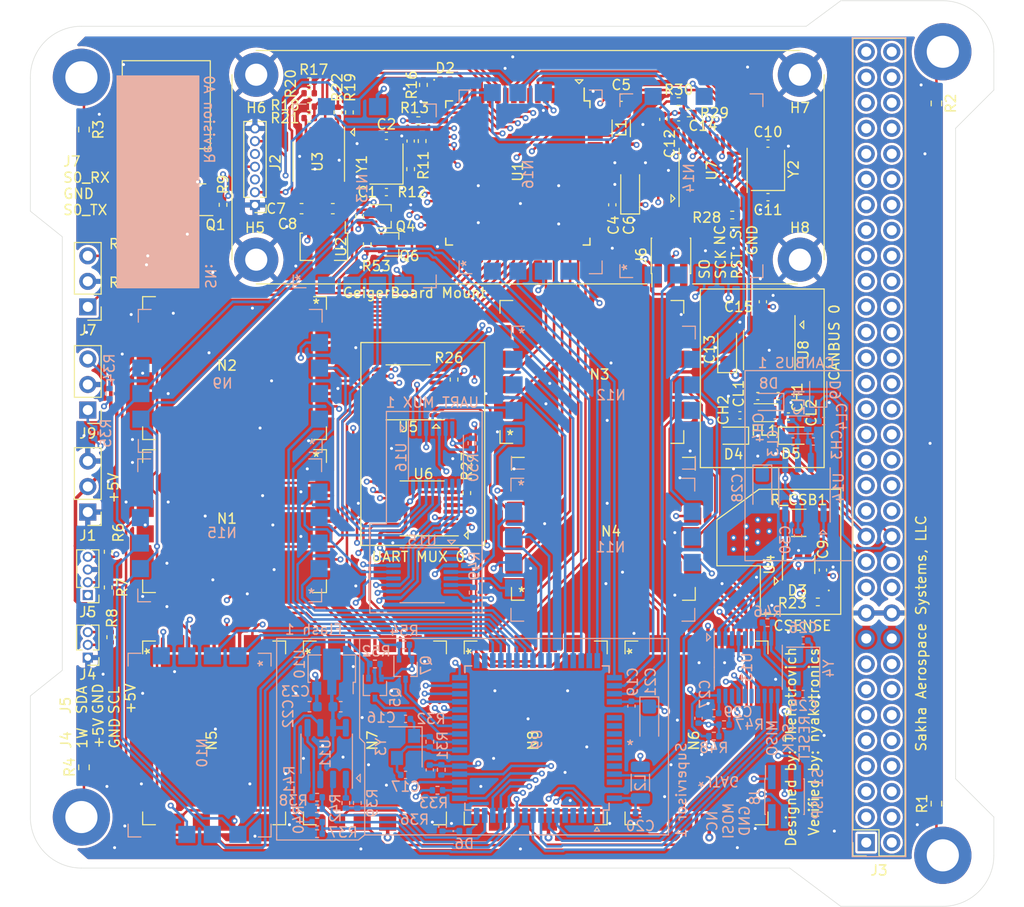
<source format=kicad_pcb>
(kicad_pcb (version 20211014) (generator pcbnew)
  (title_block (title "YktSat Payload Base Module") (date "2021-12-08") (rev "A0") (company "Sakha Aerospace Systems, LLC") (comment 1 "Designed by: ThePetrovich"))
  (layers (0 "F.Cu" mixed) (1 "In1.Cu" mixed) (2 "In2.Cu" mixed) (31 "B.Cu" mixed) (34 "B.Paste" user) (35 "F.Paste" user) (36 "B.SilkS" user "B.Silkscreen") (37 "F.SilkS" user "F.Silkscreen") (38 "B.Mask" user) (39 "F.Mask" user) (44 "Edge.Cuts" user))
  (net 0 "")
  (net 1 "GND")
  (net 2 "+5V")
  (net 3 "Net-(CH1-Pad1)")
  (net 4 "Net-(CL1-Pad1)")
  (net 5 "/SDA")
  (net 7 "+5V_GEIGER")
  (net 8 "Net-(D2-Pad1)")
  (net 9 "Net-(H1-Pad1)")
  (net 10 "Net-(H2-Pad1)")
  (net 11 "Net-(H3-Pad1)")
  (net 12 "Net-(H4-Pad1)")
  (net 13 "Net-(Q1-Pad1)")
  (net 14 "/GEIGER_EN")
  (net 15 "/SCL")
  (net 17 "Net-(C5-Pad1)")
  (net 18 "Net-(R20-Pad1)")
  (net 19 "Net-(C1-Pad1)")
  (net 20 "Net-(C2-Pad1)")
  (net 21 "Net-(C8-Pad1)")
  (net 22 "Net-(C10-Pad1)")
  (net 23 "Net-(C11-Pad1)")
  (net 24 "/CANBUS Controller 0/MCP_RESET")
  (net 25 "CANH")
  (net 26 "CANL")
  (net 27 "Net-(D2-Pad2)")
  (net 28 "/1WIRE")
  (net 29 "Net-(J6-Pad5)")
  (net 30 "/CANBUS Controller 0/MOSI")
  (net 31 "/CANBUS Controller 0/SCK")
  (net 32 "/CANBUS Controller 0/MISO")
  (net 33 "Net-(J7-Pad1)")
  (net 34 "Net-(J7-Pad3)")
  (net 35 "Net-(J9-Pad1)")
  (net 36 "Net-(J9-Pad3)")
  (net 37 "/N0_RST")
  (net 38 "/N0_RX")
  (net 39 "/N0_TX")
  (net 40 "/N0_PWR")
  (net 41 "/N1_RST")
  (net 42 "/N1_RX")
  (net 43 "/N1_TX")
  (net 44 "/N1_PWR")
  (net 45 "/N2_RST")
  (net 46 "/N2_RX")
  (net 47 "/N2_TX")
  (net 48 "/N2_PWR")
  (net 49 "/N3_RST")
  (net 50 "/N3_RX")
  (net 51 "/N3_TX")
  (net 52 "/N3_PWR")
  (net 53 "/N4_RST")
  (net 54 "/N4_RX")
  (net 55 "/N4_TX")
  (net 56 "/N4_PWR")
  (net 57 "/N5_RST")
  (net 58 "/N5_RX")
  (net 59 "/N5_TX")
  (net 60 "/N5_PWR")
  (net 61 "/N6_RST")
  (net 62 "/N6_RX")
  (net 63 "/N6_TX")
  (net 64 "/N6_PWR")
  (net 65 "/N7_RST")
  (net 66 "/N7_RX")
  (net 67 "/N7_TX")
  (net 68 "/N7_PWR")
  (net 69 "Net-(R13-Pad1)")
  (net 70 "Net-(R14-Pad2)")
  (net 71 "Net-(R15-Pad1)")
  (net 72 "/Payload Supervisor 0/SD_CS")
  (net 73 "Net-(R21-Pad1)")
  (net 74 "Net-(R22-Pad1)")
  (net 75 "Net-(R26-Pad2)")
  (net 76 "/Node RX MUX 0/A0")
  (net 77 "/Node RX MUX 0/A1")
  (net 78 "/Node RX MUX 0/A2")
  (net 79 "/Node RX MUX 0/IN")
  (net 80 "/Node TX MUX 0/IN")
  (net 81 "/CANBUS Controller 0/CS")
  (net 82 "/CANBUS Controller 0/MCP_TX0RTS")
  (net 83 "/CANBUS Controller 0/MCP_RX1BF")
  (net 84 "/CANBUS Controller 0/MCP_RX0BF")
  (net 85 "/CANBUS Controller 0/MCP_INT")
  (net 86 "Net-(R27-Pad2)")
  (net 87 "Net-(R29-Pad2)")
  (net 88 "Net-(U7-Pad2)")
  (net 89 "Net-(U7-Pad1)")
  (net 97 "/Payload Supervisor 0/S0_JTAG_TDI")
  (net 98 "/Payload Supervisor 0/S0_JTAG_TDO")
  (net 99 "/Payload Supervisor 0/S0_JTAG_TMS")
  (net 100 "/Payload Supervisor 0/S0_JTAG_TCK")
  (net 110 "/GEIGER_FET")
  (net 111 "/S0_SCL")
  (net 112 "/S0_SDA")
  (net 113 "Net-(C16-Pad1)")
  (net 114 "Net-(C17-Pad1)")
  (net 115 "Net-(C20-Pad1)")
  (net 116 "Net-(C23-Pad1)")
  (net 117 "Net-(C25-Pad1)")
  (net 118 "Net-(C26-Pad1)")
  (net 119 "/CANBUS Controller 1/MCP_RESET")
  (net 120 "Net-(CH3-Pad1)")
  (net 121 "Net-(CL3-Pad1)")
  (net 122 "Net-(D3-Pad1)")
  (net 123 "Net-(D6-Pad1)")
  (net 124 "Net-(D6-Pad2)")
  (net 125 "/CANBUS Controller 1/MISO")
  (net 127 "/CANBUS Controller 1/SCK")
  (net 128 "/CANBUS Controller 1/MOSI")
  (net 129 "Net-(J8-Pad5)")
  (net 130 "/N8_PWR")
  (net 131 "/N8_RST")
  (net 132 "/N8_RX")
  (net 133 "/N8_TX")
  (net 134 "/N9_PWR")
  (net 135 "/N9_RST")
  (net 136 "/N9_RX")
  (net 137 "/N9_TX")
  (net 138 "/N10_PWR")
  (net 139 "/N10_RST")
  (net 140 "/N10_RX")
  (net 141 "/N10_TX")
  (net 142 "/N11_PWR")
  (net 143 "/N11_RST")
  (net 144 "/N11_RX")
  (net 145 "/N11_TX")
  (net 146 "/N12_PWR")
  (net 147 "/N12_RST")
  (net 148 "/N12_RX")
  (net 149 "/N12_TX")
  (net 150 "/N13_PWR")
  (net 151 "/N13_RST")
  (net 152 "/N13_RX")
  (net 153 "/N13_TX")
  (net 154 "/N14_PWR")
  (net 155 "/N14_RST")
  (net 156 "/N14_RX")
  (net 157 "/N14_TX")
  (net 158 "/N15_PWR")
  (net 159 "/N15_RST")
  (net 160 "/N15_RX")
  (net 161 "/N15_TX")
  (net 162 "/S1_SCL")
  (net 163 "/S1_SDA")
  (net 164 "Net-(R33-Pad1)")
  (net 165 "Net-(R34-Pad2)")
  (net 166 "Net-(R35-Pad1)")
  (net 167 "/Payload Supervisor 1/SD_CS")
  (net 168 "Net-(R40-Pad1)")
  (net 169 "Net-(R41-Pad1)")
  (net 170 "Net-(R42-Pad1)")
  (net 171 "Net-(R47-Pad2)")
  (net 172 "Net-(R49-Pad2)")
  (net 173 "Net-(R50-Pad2)")
  (net 177 "/CANBUS Controller 1/MCP_INT")
  (net 178 "/CANBUS Controller 1/MCP_RX0BF")
  (net 179 "/CANBUS Controller 1/MCP_RX1BF")
  (net 180 "/CANBUS Controller 1/MCP_TX0RTS")
  (net 182 "/CANBUS Controller 1/CS")
  (net 183 "/Node TX MUX 1/IN")
  (net 184 "/Node RX MUX 1/IN")
  (net 185 "/Node RX MUX 1/A2")
  (net 186 "/Node RX MUX 1/A1")
  (net 187 "/Node RX MUX 1/A0")
  (net 191 "/Payload Supervisor 1/S0_JTAG_TDI")
  (net 192 "/Payload Supervisor 1/S0_JTAG_TDO")
  (net 193 "/Payload Supervisor 1/S0_JTAG_TMS")
  (net 194 "/Payload Supervisor 1/S0_JTAG_TCK")
  (net 199 "Net-(U13-Pad1)")
  (net 200 "Net-(U13-Pad2)")
  (net 206 "/PCH4")
  (net 207 "/CSENSE")
  (net 262 "/CH_B")
  (net 263 "/CH_A")
  (footprint "MountingHole:MountingHole_3.2mm_M3_ISO7380_Pad" (layer "F.Cu") (at 179.705 144.78)
    (fp_text reference "H1" hide)
    (fp_text value "CubeSat Mount / M3")
  )
  (footprint "MountingHole:MountingHole_3.2mm_M3_ISO7380_Pad" (layer "F.Cu") (at 179.705 64.77)
    (fp_text reference "H2" hide)
    (fp_text value "CubeSat Mount / M3")
  )
  (footprint "MountingHole:MountingHole_3.2mm_M3_ISO7380_Pad" (layer "F.Cu") (at 93.98 67.31)
    (fp_text reference "H3" hide)
    (fp_text value "CubeSat Mount / M3")
  )
  (footprint "MountingHole:MountingHole_3.2mm_M3_ISO7380_Pad" (layer "F.Cu") (at 93.98 140.97)
    (fp_text reference "H4" hide)
    (fp_text value "CubeSat Mount / M3")
  )
  (footprint "Connector_PinSocket_2.54mm:PinSocket_2x32_P2.54mm_Vertical" (layer "F.Cu") (at 172.085 143.51 180)
    (fp_text reference "J3")
    (fp_text value "Conn_02x32_Odd_Even")
  )
  (footprint "Connector_PinHeader_2.54mm:PinHeader_1x03_P2.54mm_Vertical" (layer "F.Cu") (at 94.615 90.17 180)
    (fp_text reference "J7")
    (fp_text value "Conn_01x03_Male")
  )
  (footprint "Capacitor_SMD:C_0402_1005Metric" (layer "F.Cu") (at 126.746 73.66 90)
    (fp_text reference "C3" hide)
    (fp_text value "100nF")
  )
  (footprint "Capacitor_SMD:C_0402_1005Metric" (layer "F.Cu") (at 146.812 80.01 90)
    (fp_text reference "C4")
    (fp_text value "100nF")
  )
  (footprint "Capacitor_SMD:C_0402_1005Metric" (layer "F.Cu") (at 162.306 79.248 180)
    (fp_text reference "C11")
    (fp_text value "22pF")
  )
  (footprint "Capacitor_Tantalum_SMD:CP_EIA-3216-10_Kemet-I" (layer "F.Cu") (at 158.242 94.408 90)
    (fp_text reference "C13")
    (fp_text value "22uF")
  )
  (footprint "Capacitor_SMD:C_0402_1005Metric" (layer "F.Cu") (at 163.322 99.06)
    (fp_text reference "CH1")
    (fp_text value "50pF")
  )
  (footprint "Capacitor_SMD:C_0402_1005Metric" (layer "F.Cu") (at 161.29 99.06 180)
    (fp_text reference "CL1")
    (fp_text value "50pF")
  )
  (footprint "Diode_SMD:D_SOD-323" (layer "F.Cu") (at 164.846 102.997)
    (fp_text reference "D5")
    (fp_text value "TVS2")
  )
  (footprint "Inductor_SMD:L_CommonModeChoke_Coilcraft_0805USB" (layer "F.Cu") (at 161.925 100.711 -90)
    (fp_text reference "FL1")
    (fp_text value "DLW21SN921SK2")
  )
  (footprint "Capacitor_SMD:C_0402_1005Metric" (layer "F.Cu") (at 161.798 89.662 90)
    (fp_text reference "C15")
    (fp_text value "100nF")
  )
  (footprint "MountingHole:MountingHole_2.2mm_M2_Pad" (layer "F.Cu") (at 111.379 85.471)
    (fp_text reference "H5")
    (fp_text value "GeigerBoard Mount / M2")
  )
  (footprint "MountingHole:MountingHole_2.2mm_M2_Pad" (layer "F.Cu") (at 111.379 67.056)
    (fp_text reference "H6")
    (fp_text value "GeigerBoard Mount / M2")
  )
  (footprint "MountingHole:MountingHole_2.2mm_M2_Pad" (layer "F.Cu") (at 165.481 67.056)
    (fp_text reference "H7")
    (fp_text value "GeigerBoard Mount / M2")
  )
  (footprint "MountingHole:MountingHole_2.2mm_M2_Pad" (layer "F.Cu") (at 165.481 85.471)
    (fp_text reference "H8")
    (fp_text value "GeigerBoard Mount / M2")
  )
  (footprint "Connector_PinHeader_1.27mm:PinHeader_1x07_P1.27mm_Vertical" (layer "F.Cu") (at 111.252 80.025 180)
    (fp_text reference "J2")
    (fp_text value "GeigerBoard")
  )
  (footprint "Connector_PinHeader_1.27mm:PinHeader_1x04_P1.27mm_Vertical" (layer "F.Cu") (at 94.615 118.867 180)
    (fp_text reference "J5")
    (fp_text value "Sensor_Ext")
  )
  (footprint "Inductor_SMD:L_1206_3216Metric" (layer "F.Cu") (at 147.701 72.39 90)
    (fp_text reference "L1")
    (fp_text value "Ferrite")
  )
  (footprint "Resistor_SMD:R_0402_1005Metric" (layer "F.Cu") (at 127.889 73.66 -90)
    (fp_text reference "R11")
    (fp_text value "20K")
  )
  (footprint "Resistor_SMD:R_0402_1005Metric" (layer "F.Cu") (at 126.746 76.454 90)
    (fp_text reference "R12")
    (fp_text value "1M")
  )
  (footprint "Resistor_SMD:R_0402_1005Metric" (layer "F.Cu") (at 127.508 71.628 180)
    (fp_text reference "R13")
    (fp_text value "1K")
  )
  (footprint "Resistor_SMD:R_0402_1005Metric" (layer "F.Cu") (at 128.016 68.072 90)
    (fp_text reference "R16")
    (fp_text value "1K")
  )
  (footprint "Resistor_SMD:R_0402_1005Metric" (layer "F.Cu") (at 132.334 108.712 -90)
    (fp_text reference "R27")
    (fp_text value "33K")
  )
  (footprint "Resistor_SMD:R_0402_1005Metric" (layer "F.Cu") (at 158.75 81.026 180)
    (fp_text reference "R28")
    (fp_text value "1M")
  )
  (footprint "Resistor_SMD:R_0402_1005Metric" (layer "F.Cu") (at 154.432 70.866)
    (fp_text reference "R29")
    (fp_text value "1K")
  )
  (footprint "Resistor_SMD:R_0402_1005Metric" (layer "F.Cu") (at 153.416 69.723)
    (fp_text reference "R30")
    (fp_text value "10K")
  )
  (footprint "Package_SO:TSSOP-16_4.4x5mm_P0.65mm" (layer "F.Cu") (at 126.492 98.679 180)
    (fp_text reference "U5")
    (fp_text value "74HC4051BQ,115")
  )
  (footprint "Capacitor_SMD:C_0402_1005Metric" (layer "F.Cu") (at 124.333 73.152)
    (fp_text reference "C2")
    (fp_text value "22pF")
  )
  (footprint "Capacitor_SMD:C_0402_1005Metric" (layer "F.Cu") (at 147.701 69.342)
    (fp_text reference "C5")
    (fp_text value "100nF")
  )
  (footprint "Capacitor_Tantalum_SMD:CP_EIA-3216-10_Kemet-I" (layer "F.Cu") (at 148.59 78.613 90)
    (fp_text reference "C6")
    (fp_text value "22uF")
  )
  (footprint "Capacitor_SMD:C_0402_1005Metric" (layer "F.Cu") (at 162.306 73.914)
    (fp_text reference "C10")
    (fp_text value "22pF")
  )
  (footprint "Capacitor_SMD:C_0402_1005Metric" (layer "F.Cu") (at 153.416 72.009 180)
    (fp_text reference "C12")
    (fp_text value "100nF")
  )
  (footprint "Capacitor_SMD:C_0402_1005Metric" (layer "F.Cu") (at 151.892 71.501 -90)
    (fp_text reference "C14")
    (fp_text value "100nF")
  )
  (footprint "Capacitor_SMD:C_0402_1005Metric" (layer "F.Cu") (at 159.512 100.965 180)
    (fp_text reference "CH2")
    (fp_text value "50pF")
  )
  (footprint "Capacitor_SMD:C_0402_1005Metric" (layer "F.Cu") (at 164.338 101.092)
    (fp_text reference "CL2")
    (fp_text value "50pF")
  )
  (footprint "LED_SMD:LED_0402_1005Metric" (layer "F.Cu") (at 130.175 67.564)
    (fp_text reference "D2")
    (fp_text value "LED_STATUS")
  )
  (footprint "Diode_SMD:D_SOD-323" (layer "F.Cu") (at 158.877 102.997 180)
    (fp_text reference "D4")
    (fp_text value "TVS1")
  )
  (footprint "Package_QFP:TQFP-64_14x14mm_P0.8mm" (layer "F.Cu") (at 137.414 76.835 -90)
    (fp_text reference "U1")
    (fp_text value "ATmega128A-AU")
  )
  (footprint "Crystal:Crystal_SMD_3225-4Pin_3.2x2.5mm" (layer "F.Cu") (at 162.306 76.581 90)
    (fp_text reference "Y2")
    (fp_text value "12MHz")
  )
  (footprint "ykts-mcu-node:YktSat_MCU_node" (layer "F.Cu") (at 118.11 118.364 180)
    (fp_text reference "N1")
    (fp_text value "YKTS-MCU-NODE")
  )
  (footprint "ykts-mcu-node:YktSat_MCU_node" (layer "F.Cu") (at 118.11 103.124 180)
    (fp_text reference "N2")
    (fp_text value "YKTS-MCU-NODE")
  )
  (footprint "ykts-mcu-node:YktSat_MCU_node" (layer "F.Cu") (at 135.89 89.789)
    (fp_text reference "N3")
    (fp_text value "YKTS-MCU-NODE")
  )
  (footprint "ykts-mcu-node:YktSat_MCU_node" (layer "F.Cu") (at 137.033 105.41)
    (fp_text reference "N4")
    (fp_text value "YKTS-MCU-NODE")
  )
  (footprint "ykts-mcu-node:YktSat_MCU_node" (layer "F.Cu") (at 114.046 123.698 -90)
    (fp_text reference "N5")
    (fp_text value "YKTS-MCU-NODE")
  )
  (footprint "ykts-mcu-node:YktSat_MCU_node" (layer "F.Cu") (at 162.052 123.698 -90)
    (fp_text reference "N6")
    (fp_text value "YKTS-MCU-NODE")
  )
  (footprint "ykts-mcu-node:YktSat_MCU_node" (layer "F.Cu") (at 130.048 123.698 -90)
    (fp_text reference "N7")
    (fp_text value "YKTS-MCU-NODE")
  )
  (footprint "ykts-mcu-node:YktSat_MCU_node" (layer "F.Cu") (at 146.05 123.698 -90)
    (fp_text reference "N8")
    (fp_text value "YKTS-MCU-NODE")
  )
  (footprint "Package_SO:TSSOP-16_4.4x5mm_P0.65mm" (layer "F.Cu") (at 127.889 110.236 180)
    (fp_text reference "U6")
    (fp_text value "74HC4051BQ,115")
  )
  (footprint "Package_SO:TSSOP-20_4.4x6.5mm_P0.65mm" (layer "F.Cu") (at 156.845 76.581 90)
    (fp_text reference "U7")
    (fp_text value "MCP2515-xST")
  )
  (footprint "Package_SO:SOIC-8_3.9x4.9mm_P1.27mm" (layer "F.Cu") (at 162.433 94.488 -90)
    (fp_text reference "U8")
    (fp_text value "MCP2551-I-SN")
  )
  (footprint "Capacitor_SMD:C_0402_1005Metric" (layer "F.Cu") (at 124.333 78.74 180)
    (fp_text reference "C1")
    (fp_text value "22pF")
  )
  (footprint "Connector_PinHeader_1.27mm:PinHeader_2x03_P1.27mm_Vertical_SMD" (layer "F.Cu") (at 152.654 85.09 90)
    (fp_text reference "J6")
    (fp_text value "Conn_02x03_Odd_Even")
  )
  (footprint "Package_TO_SOT_SMD:SOT-23" (layer "F.Cu") (at 105.664 79.502 180)
    (fp_text reference "Q1")
    (fp_text value "PMV65XP")
  )
  (footprint "Resistor_SMD:R_0402_1005Metric" (layer "F.Cu") (at 108.077 80.01 90)
    (fp_text reference "R9")
    (fp_text value "1K")
  )
  (footprint "Resistor_SMD:R_0402_1005Metric" (layer "F.Cu") (at 103.251 80.01 -90)
    (fp_text reference "R10")
    (fp_text value "10K")
  )
  (footprint "Resistor_SMD:R_0402_1005Metric" (layer "F.Cu") (at 131.064 97.409 -90)
    (fp_text reference "R26")
    (fp_text value "33K")
  )
  (footprint "Crystal:Crystal_SMD_3225-4Pin_3.2x2.5mm" (layer "F.Cu") (at 124.333 75.946 90)
    (fp_text reference "Y1")
    (fp_text value "8 MHz")
  )
  (footprint "Resistor_SMD:R_0402_1005Metric" (layer "F.Cu") (at 119.507 70.8015 90)
    (fp_text reference "R22")
    (fp_text value "4.7K")
  )
  (footprint "Resistor_SMD:R_1210_3225Metric" (layer "F.Cu") (at 165.362 111.675)
    (fp_text reference "R_CSB1")
    (fp_text value "0.1")
  )
  (footprint "Capacitor_SMD:C_0603_1608Metric" (layer "F.Cu") (at 115.8885 80.391 180)
    (fp_text reference "C7")
    (fp_text value "10uF")
  )
  (footprint "Package_TO_SOT_SMD:SOT-323_SC-70" (layer "F.Cu") (at 124.079 81.153)
    (fp_text reference "Q4")
    (fp_text value "RJU003N03 NMOS")
  )
  (footprint "Resistor_SMD:R_0402_1005Metric" (layer "F.Cu") (at 116.6505 71.374)
    (fp_text reference "R21")
    (fp_text value "4.7K")
  )
  (footprint "Resistor_SMD:R_0402_1005Metric" (layer "F.Cu") (at 96.901 123.063 90)
    (fp_text reference "R8")
    (fp_text value "4.7K")
  )
  (footprint "Resistor_SMD:R_0603_1608Metric" (layer "F.Cu") (at 179.07 139.636 90)
    (fp_text reference "R1")
    (fp_text value "1M")
  )
  (footprint "Resistor_SMD:R_0402_1005Metric" (layer "F.Cu") (at 116.6505 70.231 180)
    (fp_text reference "R18")
    (fp_text value "10K")
  )
  (footprint "Resistor_SMD:R_0402_1005Metric" (layer "F.Cu") (at 96.647 114.554 -90)
    (fp_text reference "R6")
    (fp_text value "4.7K")
  )
  (footprint "Resistor_SMD:R_0603_1608Metric" (layer "F.Cu") (at 94.234 72.517 -90)
    (fp_text reference "R3")
    (fp_text value "1M")
  )
  (footprint "Connector_PinHeader_2.54mm:PinHeader_1x03_P2.54mm_Vertical" (layer "F.Cu") (at 94.615 110.602 180)
    (fp_text reference "J1")
    (fp_text value "DBG_PWR")
  )
  (footprint "Resistor_SMD:R_0402_1005Metric" (layer "F.Cu") (at 121.666 81.153 -90)
    (fp_text reference "R51" hide)
    (fp_text value "10K")
  )
  (footprint "Capacitor_SMD:C_0603_1608Metric" (layer "F.Cu") (at 118.999 80.391)
    (fp_text reference "C8")
    (fp_text value "22uF")
  )
  (footprint "Resistor_SMD:R_0402_1005Metric" (layer "F.Cu") (at 96.647 118.11 -90)
    (fp_text reference "R7")
    (fp_text value "4.7K")
  )
  (footprint "Resistor_SMD:R_0402_1005Metric" (layer "F.Cu") (at 116.6485 68.8975)
    (fp_text reference "R20")
    (fp_text value "4.7K")
  )
  (footprint "Package_TO_SOT_SMD:SOT-89-3" (layer "F.Cu") (at 118.11 83.8825 -90)
    (fp_text reference "U2")
    (fp_text value "AMS1117-3.3")
  )
  (footprint "LED_SMD:LED_0402_1005Metric" (layer "F.Cu") (at 167.267 118.406 180)
    (fp_text reference "D3")
    (fp_text value "LED")
  )
  (footprint "Connector_PinHeader_2.54mm:PinHeader_1x03_P2.54mm_Vertical" (layer "F.Cu") (at 94.615 100.442 180)
    (fp_text reference "J9")
    (fp_text value "Conn_01x03_Male")
  )
  (footprint "Package_SO:SO-8_3.9x4.9mm_P1.27mm" (layer "F.Cu") (at 117.602 75.7195 -90)
    (fp_text reference "U3")
    (fp_text value "AT25DF161-SF-T")
  )
  (footprint "Resistor_SMD:R_0402_1005Metric" (layer "F.Cu") (at 122.428 83.947 -90)
    (fp_text reference "R53")
    (fp_text value "10K")
  )
  (footprint "Resistor_SMD:R_0402_1005Metric" (layer "F.Cu") (at 98.171 86.487 180)
    (fp_text reference "R15")
    (fp_text value "1K")
  )
  (footprint "Resistor_SMD:R_0402_1005Metric" (layer "F.Cu") (at 120.65 70.8015 -90)
    (fp_text reference "R19")
    (fp_text value "10K")
  )
  (footprint "Capacitor_SMD:C_0402_1005Metric" (layer "F.Cu") (at 167.775 116.374 90)
    (fp_text reference "C9")
    (fp_text value "100nF")
  )
  (footprint "Resistor_SMD:R_0402_1005Metric" (layer "F.Cu") (at 98.173 85.09)
    (fp_text reference "R14")
    (fp_text value "1K")
  )
  (footprint "Resistor_SMD:R_0603_1608Metric" (layer "F.Cu") (at 94.234 136.017 90)
    (fp_text reference "R4")
    (fp_text value "1M")
  )
  (footprint "Package_TO_SOT_SMD:SOT-323_SC-70" (layer "F.Cu") (at 124.841 83.947)
    (fp_text reference "Q6")
    (fp_text value "RJU003N03 NMOS")
  )
  (footprint "Package_TO_SOT_SMD:SOT-23-5" (layer "F.Cu") (at 165.354 115.824 90)
    (fp_text reference "U4")
    (fp_text value "MAX4372FEUK")
  )
  (footprint "Resistor_SMD:R_0402_1005Metric" (layer "F.Cu") (at 167.267 119.549 180)
    (fp_text reference "R23")
    (fp_text value "1K")
  )
  (footprint "Resistor_SMD:R_0603_1608Metric" (layer "F.Cu") (at 179.07 69.913 -90)
    (fp_text reference "R2")
    (fp_text value "1M")
  )
  (footprint "Connector_PinHeader_1.27mm:PinHeader_1x03_P1.27mm_Vertical" (layer "F.Cu") (at 94.615 125.095 180)
    (fp_text reference "J4")
    (fp_text value "Solar_Temp")
  )
  (footprint "Resistor_SMD:R_0402_1005Metric" (layer "F.Cu") (at 116.6485 67.7545 180)
    (fp_text reference "R17")
    (fp_text value "10K")
  )
  (footprint "Resistor_SMD:R_0402_1005Metric" (layer "B.Cu") (at 121.4374 139.573 90)
    (fp_text reference "R39")
    (fp_text value "10K")
  )
  (footprint "Capacitor_SMD:C_0402_1005Metric" (layer "B.Cu") (at 163.012 101.671 180)
    (fp_text reference "CH4")
    (fp_text value "50pF")
  )
  (footprint "Inductor_SMD:L_CommonModeChoke_Coilcraft_0805USB" (layer "B.Cu") (at 165.425 101.925 90)
    (fp_text reference "FL2")
    (fp_text value "DLW21SN921SK2")
  )
  (footprint "Package_SO:TSSOP-16_4.4x5mm_P0.65mm" (layer "B.Cu") (at 129.2606 105.156 -90)
    (fp_text reference "U16")
    (fp_text value "74HC4051BQ,115")
  )
  (footprint "Capacitor_SMD:C_0402_1005Metric" (layer "B.Cu") (at 165.806 123.388 180)
    (fp_text reference "C26")
    (fp_text value "22pF")
  )
  (footprint "Resistor_SMD:R_0402_1005Metric" (layer "B.Cu") (at 123.19 125.73)
    (fp_text reference "R52")
    (fp_text value "10K")
  )
  (footprint "Crystal:Crystal_SMD_3225-4Pin_3.2x2.5mm" (layer "B.Cu") (at 126.238 133.985 -90)
    (fp_text reference "Y3")
    (fp_text value "8 MHz")
  )
  (footprint "Resistor_SMD:R_0402_1005Metric" (layer "B.Cu") (at 162.25 121.61 180)
    (fp_text reference "R46")
    (fp_text value "1M")
  )
  (footprint "Resistor_SMD:R_0402_1005Metric" (layer "B.Cu") (at 129.794 136.271 90)
    (fp_text reference "R31")
    (fp_text value "20K")
  )
  (footprint "Package_TO_SOT_SMD:SOT-323_SC-70" (layer "B.Cu") (at 126.238 126.238 -90)
    (fp_text reference "Q7")
    (fp_text value "RJU003N03 NMOS")
  )
  (footprint "ykts-mcu-node:YktSat_MCU_node" (layer "B.Cu") (at 137.033 106.0704)
    (fp_text reference "N12")
    (fp_text value "YKTS-MCU-NODE")
  )
  (footprint "Resistor_SMD:R_0402_1005Metric" (layer "B.Cu") (at 117.4379 140.1435 180)
    (fp_text reference "R38")
    (fp_text value "10K")
  )
  (footprint "Resistor_SMD:R_0402_1005Metric" (layer "B.Cu") (at 120.2944 139.573 -90)
    (fp_text reference "R42")
    (fp_text value "4.7K")
  )
  (footprint "Package_SO:TSSOP-16_4.4x5mm_P0.65mm" (layer "B.Cu") (at 127.889 116.8908 180)
    (fp_text reference "U15")
    (fp_text value "74HC4051BQ,115")
  )
  (footprint "Capacitor_SMD:C_0402_1005Metric" (layer "B.Cu") (at 128.651 136.271 -90)
    (fp_text reference "C18" hide)
    (fp_text value "100nF")
  )
  (footprint "Package_TO_SOT_SMD:SOT-323_SC-70" (layer "B.Cu") (at 123.19 128.143 -90)
    (fp_text reference "Q5")
    (fp_text value "RJU003N03 NMOS")
  )
  (footprint "Capacitor_SMD:C_0402_1005Metric" (layer "B.Cu") (at 155.392 131.135 90)
    (fp_text reference "C29")
    (fp_text value "100nF")
  )
  (footprint "Inductor_SMD:L_1206_3216Metric" (layer "B.Cu") (at 149.606 137.541 -90)
    (fp_text reference "L2")
    (fp_text value "Ferrite")
  )
  (footprint "Resistor_SMD:R_0402_1005Metric" (layer "B.Cu") (at 117.4359 142.62 180)
    (fp_text reference "R37")
    (fp_text value "10K")
  )
  (footprint "Capacitor_SMD:C_0402_1005Metric" (layer "B.Cu") (at 166.822 103.576)
    (fp_text reference "CH3")
    (fp_text value "50pF")
  )
  (footprint "ykts-mcu-node:YktSat_MCU_node" (layer "B.Cu") (at 129.032 88.011 90)
    (fp_text reference "N13")
    (fp_text value "YKTS-MCU-NODE")
  )
  (footprint "Resistor_SMD:R_0402_1005Metric" (layer "B.Cu") (at 129.921 141.859 -90)
    (fp_text reference "R36")
    (fp_text value "1K")
  )
  (footprint "ykts-mcu-node:YktSat_MCU_node" (layer "B.Cu") (at 98.8822 124.9172 -90)
    (fp_text reference "N10")
    (fp_text value "YKTS-MCU-NODE")
  )
  (footprint "Resistor_SMD:R_0402_1005Metric" (layer "B.Cu") (at 156.916 132.913)
    (fp_text reference "R48")
    (fp_text value "10K")
  )
  (footprint "Capacitor_SMD:C_0402_1005Metric" (layer "B.Cu") (at 165.806 128.722)
    (fp_text reference "C25")
    (fp_text value "22pF")
  )
  (footprint "Package_QFP:TQFP-64_14x14mm_P0.8mm" (layer "B.Cu") (at 139.319 133.096 90)
    (fp_text reference "U9")
    (fp_text value "ATmega128A-AU")
  )
  (footprint "Capacitor_SMD:C_0603_1608Metric" (layer "B.Cu") (at 119.7864 129.9835)
    (fp_text reference "C23")
    (fp_text value "22uF")
  )
  (footprint "Resistor_SMD:R_0402_1005Metric" (layer "B.Cu") (at 157.932 131.77)
    (fp_text reference "R47")
    (fp_text value "1K")
  )
  (footprint "Resistor_SMD:R_0402_1005Metric" (layer "B.Cu") (at 95.25 102.743 90)
    (fp_text reference "R35")
    (fp_text value "1K")
  )
  (footprint "Resistor_SMD:R_0402_1005Metric" (layer "B.Cu") (at 126.111 123.825)
    (fp_text reference "R54")
    (fp_text value "10K")
  )
  (footprint "Resistor_SMD:R_0402_1005Metric" (layer "B.Cu") (at 128.651 133.477 -90)
    (fp_text reference "R32")
    (fp_text value "1M")
  )
  (footprint "Package_SO:TSSOP-20_4.4x6.5mm_P0.65mm" (layer "B.Cu") (at 160.345 126.055 -90)
    (fp_text reference "U13")
    (fp_text value "MCP2515-xST")
  )
  (footprint "LED_SMD:LED_0402_1005Metric" (layer "B.Cu") (at 132.08 142.367)
    (fp_text reference "D6")
    (fp_text value "LED_STATUS")
  )
  (footprint "ykts-mcu-node:YktSat_MCU_node" (layer "B.Cu") (at 117.6782 90.678 180)
    (fp_text reference "N9")
    (fp_text value "YKTS-MCU-NODE")
  )
  (footprint "Capacitor_SMD:C_0402_1005Metric" (layer "B.Cu") (at 164.79 103.576 180)
    (fp_text reference "CL3")
    (fp_text value "50pF")
  )
  (footprint "Capacitor_SMD:C_0402_1005Metric" (layer "B.Cu") (at 167.838 101.544)
    (fp_text reference "CL4")
    (fp_text value "50pF")
  )
  (footprint "Package_TO_SOT_SMD:SOT-89-3" (layer "B.Cu") (at 118.8974 126.492 90)
    (fp_text reference "U10")
    (fp_text value "AMS1117-3.3")
  )
  (footprint "Package_SO:SO-8_3.9x4.9mm_P1.27mm" (layer "B.Cu") (at 118.3894 134.655 90)
    (fp_text reference "U11")
    (fp_text value "AT25DF161-SF-T")
  )
  (footprint "Capacitor_SMD:C_0402_1005Metric" (layer "B.Cu") (at 126.238 136.779)
    (fp_text reference "C17")
    (fp_text value "22pF")
  )
  (footprint "Diode_SMD:D_SOD-323" (layer "B.Cu") (at 167.3098 98.6536 90)
    (fp_text reference "D9")
    (fp_text value "TVS2")
  )
  (footprint "Resistor_SMD:R_0402_1005Metric" (layer "B.Cu") (at 117.4379 139.0005)
    (fp_text reference "R41")
    (fp_text value "4.7K")
  )
  (footprint "ykts-mcu-node:YktSat_MCU_node" (layer "B.Cu") (at 136.9822 121.2088)
    (fp_text reference "N11")
    (fp_text value "YKTS-MCU-NODE")
  )
  (footprint "Capacitor_SMD:C_0603_1608Metric" (layer "B.Cu") (at 116.6759 129.9835 180)
    (fp_text reference "C22")
    (fp_text value "10uF")
  )
  (footprint "ykts-mcu-node:YktSat_MCU_node" (layer "B.Cu") (at 161.544 86.995 90)
    (fp_text reference "N14")
    (fp_text value "YKTS-MCU-NODE")
  )
  (footprint "Capacitor_SMD:C_0402_1005Metric" (layer "B.Cu") (at 165.298 112.974 -90)
    (fp_text reference "C30")
    (fp_text value "100nF")
  )
  (footprint "Capacitor_SMD:C_0402_1005Metric" (layer "B.Cu") (at 149.606 140.589)
    (fp_text reference "C20")
    (fp_text value "100nF")
  )
  (footprint "Resistor_SMD:R_0402_1005Metric" (layer "B.Cu") (at 132.969 118.618 90)
    (fp_text reference "R49")
    (fp_text value "33K")
  )
  (footprint "ykts-mcu-node:YktSat_MCU_node" (layer "B.Cu") (at 117.6274 105.5624 180)
    (fp_text reference "N15")
    (fp_text value "YKTS-MCU-NODE")
  )
  (footprint "Package_SO:SOIC-8_3.9x4.9mm_P1.27mm" (layer "B.Cu") (at 165.933 108.148 90)
    (fp_text reference "U14")
    (fp_text value "MCP2551-I-SN")
  )
  (footprint "Capacitor_SMD:C_0402_1005Metric" (layer "B.Cu") (at 156.916 130.627 180)
    (fp_text reference "C27")
    (fp_text value "100nF")
  )
  (footprint "Crystal:Crystal_SMD_3225-4Pin_3.2x2.5mm" (layer "B.Cu") (at 165.806 126.055 -90)
    (fp_text reference "Y4")
    (fp_text value "12MHz")
  )
  (footprint "Resistor_SMD:R_0402_1005Metric" (layer "B.Cu") (at 96.774 98.806 -90)
    (fp_text reference "R34")
    (fp_text value "1K")
  )
  (footprint "Resistor_SMD:R_0402_1005Metric" (layer "B.Cu") (at 129.413 138.303 180)
    (fp_text reference "R33")
    (fp_text value "1K")
  )
  (footprint "Capacitor_Tantalum_SMD:CP_EIA-3216-10_Kemet-I" (layer "B.Cu") (at 161.742 108.228 -90)
    (fp_text reference "C28")
    (fp_text value "22uF")
  )
  (footprint "Resistor_SMD:R_0402_1005Metric" (layer "B.Cu") (at 132.842 103.759 -90)
    (fp_text reference "R50")
    (fp_text value "33K")
  )
  (footprint "Capacitor_SMD:C_0402_1005Metric" (layer "B.Cu") (at 126.238 131.191 180)
    (fp_text reference "C16")
    (fp_text value "22pF")
  )
  (footprint "Capacitor_SMD:C_0402_1005Metric" (layer "B.Cu") (at 148.717 129.921 -90)
    (fp_text reference "C19")
    (fp_text value "100nF")
  )
  (footprint "Capacitor_Tantalum_SMD:CP_EIA-3216-10_Kemet-I" (layer "B.Cu") (at 150.495 131.318 -90)
    (fp_text reference "C21")
    (fp_text value "22uF")
  )
  (footprint "Resistor_SMD:R_0402_1005Metric" (layer "B.Cu") (at 117.4359 141.477)
    (fp_text reference "R40")
    (fp_text value "4.7K")
  )
  (footprint "ykts-mcu-node:YktSat_MCU_node" (layer "B.Cu") (at 145.542 86.614 90)
    (fp_text reference "N16")
    (fp_text value "YKTS-MCU-NODE")
  )
  (footprint "Diode_SMD:D_SOD-323" (layer "B.Cu") (at 162.377 99.639 180)
    (fp_text reference "D8")
    (fp_text value "TVS1")
  )
  (footprint "Connector_PinHeader_1.27mm:PinHeader_2x03_P1.27mm_Vertical_SMD" (layer "B.Cu") (at 163.957 138.938 -90)
    (fp_text reference "J8")
    (fp_text value "Conn_02x03_Odd_Even")
  )
  (gr_line (start 113.411 142.748) (end 113.411 143.256) (layer "B.SilkS") (width 0.12))
  (gr_line (start 121.539 143.256) (end 122.174 142.748) (layer "B.SilkS") (width 0.12))
  (gr_line (start 121.3485 137.0965) (end 121.7295 136.7155) (layer "B.SilkS") (width 0.12))
  (gr_line (start 170.688 144.907) (end 172.085 144.907) (layer "B.SilkS") (width 0.12))
  (gr_line (start 133.858 100.584) (end 124.333 100.584) (layer "B.SilkS") (width 0.12))
  (gr_line (start 176.022 144.907) (end 176.022 63.373) (layer "B.SilkS") (width 0.12))
  (gr_line (start 124.333 111.76) (end 122.682 111.76) (layer "B.SilkS") (width 0.12))
  (gr_line (start 156.21 123.444) (end 156.591 123.063) (layer "B.SilkS") (width 0.12))
  (gr_line (start 145.034 142.367) (end 145.542 142.367) (layer "B.SilkS") (width 0.12))
  (gr_line (start 167.386 112.776) (end 168.148 112.776) (layer "B.SilkS") (width 0.12))
  (gr_line (start 122.682 111.76) (end 122.682 119.634) (layer "B.SilkS") (width 0.12))
  (gr_line (start 131.191 113.411) (end 130.429 113.411) (layer "B.SilkS") (width 0.12))
  (gr_line (start 170.688 143.51) (end 170.688 144.907) (layer "B.SilkS") (width 0.12))
  (gr_line (start 121.539 143.256) (end 113.411 143.256) (layer "B.SilkS") (width 0.12))
  (gr_line (start 156.21 122.682) (end 156.21 123.444) (layer "B.SilkS") (width 0.12))
  (gr_line (start 126.111 102.235) (end 125.73 101.854) (layer "B.SilkS") (width 0.12))
  (gr_line (start 124.333 100.584) (end 124.333 111.76) (layer "B.SilkS") (width 0.12))
  (gr_line (start 133.858 120.65) (end 133.858 100.584) (layer "B.SilkS") (width 0.12))
  (gr_line (start 172.085 144.907) (end 176.022 144.907) (layer "B.SilkS") (width 0.12))
  (gr_line (start 167.767 112.395) (end 167.386 112.776) (layer "B.SilkS") (width 0.12))
  (gr_rect (start 97.536 67.183) (end 105.664 88.265) (layer "B.SilkS") (width 0.12) (fill solid))
  (gr_line (start 122.682 120.65) (end 122.809 120.65) (layer "B.SilkS") (width 0.12))
  (gr_line (start 122.682 119.634) (end 122.682 120.65) (layer "B.SilkS") (width 0.12))
  (gr_line (start 176.022 63.373) (end 170.688 63.373) (layer "B.SilkS") (width 0.12))
  (gr_line (start 121.666 123.19) (end 113.411 123.19) (layer "B.SilkS") (width 0.12))
  (gr_line (start 121.7295 137.4775) (end 121.3485 137.0965) (layer "B.SilkS") (width 0.12))
  (gr_poly (pts (xy 170.688 115.443) (xy 160.02 115.443) (xy 160.02 96.52) (xy 170.688 96.52)) (layer "B.SilkS") (width 0.12) (fill none))
  (gr_line (start 156.591 123.063) (end 156.21 122.682) (layer "B.SilkS") (width 0.12))
  (gr_line (start 168.148 112.776) (end 167.767 112.395) (layer "B.SilkS") (width 0.12))
  (gr_line (start 121.7295 136.7155) (end 121.7295 137.4775) (layer "B.SilkS") (width 0.12))
  (gr_line (start 126.111 102.235) (end 125.73 102.616) (layer "B.SilkS") (width 0.12))
  (gr_line (start 122.809 120.65) (end 133.858 120.65) (layer "B.SilkS") (width 0.12))
  (gr_line (start 125.73 102.616) (end 125.73 101.854) (layer "B.SilkS") (width 0.12))
  (gr_line (start 145.542 142.367) (end 145.288 141.986) (layer "B.SilkS") (width 0.12))
  (gr_line (start 145.288 141.986) (end 145.034 142.367) (layer "B.SilkS") (width 0.12))
  (gr_line (start 130.429 113.411) (end 130.81 113.792) (layer "B.SilkS") (width 0.12))
  (gr_line (start 113.411 123.19) (end 113.411 142.748) (layer "B.SilkS") (width 0.12))
  (gr_poly (pts (xy 152.4 142.748) (xy 122.174 142.748) (xy 122.174 133.604) (xy 121.666 133.096) (xy 121.666 123.19) (xy 152.4 123.19)) (layer "B.SilkS") (width 0.12) (fill none))
  (gr_line (start 170.688 63.373) (end 170.688 143.51) (layer "B.SilkS") (width 0.12))
  (gr_line (start 130.81 113.792) (end 131.191 113.411) (layer "B.SilkS") (width 0.12))
  (gr_line (start 121.158 73.152) (end 120.777 72.771) (layer "F.SilkS") (width 0.12))
  (gr_line (start 155.575 88.392) (end 167.894 88.392) (layer "F.SilkS") (width 0.12))
  (gr_line (start 157.226 111.379) (end 157.226 115.951) (layer "F.SilkS") (width 0.12))
  (gr_line (start 134.112 113.919) (end 121.793 113.919) (layer "F.SilkS") (width 0.12))
  (gr_line (start 155.575 106.172) (end 155.575 88.392) (layer "F.SilkS") (width 0.12))
  (gr_line (start 163.322 117.475) (end 162.941 117.094) (layer "F.SilkS") (width 0.12))
  (gr_line (start 161.417 108.331) (end 157.226 111.379) (layer "F.SilkS") (width 0.12))
  (gr_line (start 165.227 87.884) (end 154.813 87.884) (layer "F.SilkS") (width 0.12))
  (gr_line (start 121.793 113.919) (end 121.793 93.726) (layer "F.SilkS") (width 0.12))
  (gr_line (start 132.461 112.522) (end 132.461 113.284) (layer "F.SilkS") (width 0.12))
  (gr_line (start 161.417 108.331) (end 161.671 108.331) (layer "F.SilkS") (width 0.12))
  (gr_line (start 120.777 72.771) (end 121.158 72.39) (layer "F.SilkS") (width 0.12))
  (gr_line (start 129.286 101.854) (end 128.905 102.235) (layer "F.SilkS") (width 0.12))
  (gr_line (start 121.158 72.39) (end 121.158 73.152) (layer "F.SilkS") (width 0.12))
  (gr_rect (start 98.044 65.659) (end 106.807 74.422) (layer "F.SilkS") (width 0.12) (fill none))
  (gr_line (start 169.545 108.331) (end 169.545 120.777) (layer "F.SilkS") (width 0.12))
  (gr_line (start 150.241 87.884) (end 111.379 87.884) (layer "F.SilkS") (width 0.12))
  (gr_line (start 108.966 85.471) (end 108.966 67.056) (layer "F.SilkS") (width 0.12))
  (gr_line (start 152.654 78.994) (end 152.654 79.756) (layer "F.SilkS") (width 0.12))
  (gr_line (start 143.51 67.945) (end 143.891 67.564) (layer "F.SilkS") (width 0.12))
  (gr_line (start 169.545 120.777) (end 161.544 120.777) (layer "F.SilkS") (width 0.12))
  (gr_line (start 161.544 115.951) (end 161.544 120.777) (layer "F.SilkS") (width 0.12))
  (gr_line (start 165.481 91.948) (end 165.862 91.567) (layer "F.SilkS") (width 0.12))
  (gr_line (start 129.667 102.235) (end 129.286 101.854) (layer "F.SilkS") (width 0.12))
  (gr_line (start 132.461 113.284) (end 132.08 112.903) (layer "F.SilkS") (width 0.12))
  (gr_line (start 128.905 102.235) (end 129.667 102.235) (layer "F.SilkS") (width 0.12))
  (gr_line (start 143.891 67.564) (end 143.129 67.564) (layer "F.SilkS") (width 0.12))
  (gr_line (start 167.894 67.056) (end 167.894 85.471) (layer "F.SilkS") (width 0.12))
  (gr_line (start 143.129 67.564) (end 143.51 67.945) (layer "F.SilkS") (width 0.12))
  (gr_line (start 111.379 64.643) (end 165.481 64.643) (layer "F.SilkS") (width 0.12))
  (gr_line (start 165.862 92.329) (end 165.481 91.948) (layer "F.SilkS") (width 0.12))
  (gr_line (start 153.035 79.375) (end 152.654 78.994) (layer "F.SilkS") (width 0.12))
  (gr_line (start 161.671 108.331) (end 169.545 108.331) (layer "F.SilkS") (width 0.12))
  (gr_line (start 134.112 93.726) (end 134.112 113.919) (layer "F.SilkS") (width 0.12))
  (gr_line (start 162.941 117.094) (end 162.941 117.856) (layer "F.SilkS") (width 0.12))
  (gr_line (start 121.92 93.726) (end 134.112 93.726) (layer "F.SilkS") (width 0.12))
  (gr_line (start 167.894 88.392) (end 167.894 106.172) (layer "F.SilkS") (width 0.12))
  (gr_line (start 152.654 79.756) (end 153.035 79.375) (layer "F.SilkS") (width 0.12))
  (gr_line (start 157.226 115.951) (end 161.544 115.951) (layer "F.SilkS") (width 0.12))
  (gr_line (start 121.793 93.726) (end 121.92 93.726) (layer "F.SilkS") (width 0.12))
  (gr_line (start 162.941 117.856) (end 163.322 117.475) (layer "F.SilkS") (width 0.12))
  (gr_line (start 132.08 112.903) (end 132.461 112.522) (layer "F.SilkS") (width 0.12))
  (gr_line (start 165.862 91.567) (end 165.862 92.329) (layer "F.SilkS") (width 0.12))
  (gr_line (start 167.894 106.172) (end 155.575 106.172) (layer "F.SilkS") (width 0.12))
  (gr_line (start 88.9 80.645) (end 88.901587 67.43696) (layer "Edge.Cuts") (width 0.05))
  (gr_line (start 184.785 68.58) (end 184.785 64.77) (layer "Edge.Cuts") (width 0.05))
  (gr_arc (start 184.785 144.78) (mid 183.297102 148.372102) (end 179.705 149.86) (layer "Edge.Cuts") (width 0.05))
  (gr_line (start 92.075 83.185) (end 88.9 80.645) (layer "Edge.Cuts") (width 0.05))
  (gr_line (start 169.545 59.69) (end 179.705 59.69) (layer "Edge.Cuts") (width 0.05))
  (gr_line (start 92.075 126.365) (end 92.075 83.185) (layer "Edge.Cuts") (width 0.05))
  (gr_arc (start 93.98 146.05) (mid 90.387898 144.562102) (end 88.9 140.97) (layer "Edge.Cuts") (width 0.05))
  (gr_line (start 169.545 59.69) (end 166.116 62.23) (layer "Edge.Cuts") (width 0.05))
  (gr_arc (start 179.705 59.69) (mid 183.297102 61.177898) (end 184.785 64.77) (layer "Edge.Cuts") (width 0.05))
  (gr_line (start 88.9 128.905) (end 92.075 126.365) (layer "Edge.Cuts") (width 0.05))
  (gr_line (start 166.116 62.23) (end 93.98 62.23) (layer "Edge.Cuts") (width 0.05))
  (gr_line (start 88.9 140.97) (end 88.9 128.905) (layer "Edge.Cuts") (width 0.05))
  (gr_line (start 179.705 149.86) (end 169.545 149.86) (layer "Edge.Cuts") (width 0.05))
  (gr_line (start 164.465 146.05) (end 93.98 146.05) (layer "Edge.Cuts") (width 0.05))
  (gr_line (start 169.545 149.86) (end 164.465 146.05) (layer "Edge.Cuts") (width 0.05))
  (gr_line (start 180.975 72.39) (end 180.975 137.16) (layer "Edge.Cuts") (width 0.05))
  (gr_line (start 180.975 137.16) (end 184.785 140.97) (layer "Edge.Cuts") (width 0.05))
  (gr_line (start 180.975 72.39) (end 184.785 68.58) (layer "Edge.Cuts") (width 0.05))
  (gr_line (start 184.785 140.97) (end 184.785 144.78) (layer "Edge.Cuts") (width 0.05))
  (gr_arc (start 88.901587 67.43696) (mid 90.343288 63.763069) (end 93.98 62.23) (layer "Edge.Cuts") (width 0.05))
  (gr_text "UART MUX 1" (at 128.905 99.695) (layer "B.SilkS") (effects (font (size 1 1)) (justify mirror)))
  (gr_text "SN:" (at 106.807 87.122 270) (layer "B.SilkS") (effects (font (size 1 1)) (justify mirror)))
  (gr_text "MISO\nSCK\nRESET" (at 164.338 133.096 90) (layer "B.SilkS") (effects (font (size 1 1)) (justify mirror)))
  (gr_text "Revision A0" (at 106.68 71.501 270) (layer "B.SilkS") (effects (font (size 1 1)) (justify mirror)))
  (gr_text "S1 ISP" (at 167.259 138.684 90) (layer "B.SilkS") (effects (font (size 1 1)) (justify mirror)))
  (gr_text "*JTAG" (at 157.353 137.414 180) (layer "B.SilkS") (effects (font (size 1 1)) (justify mirror)))
  (gr_text "Flash 1" (at 117.094 122.301) (layer "B.SilkS") (effects (font (size 1 1)) (justify mirror)))
  (gr_text "CANBUS 1" (at 165.1 95.758) (layer "B.SilkS") (effects (font (size 1 1)) (justify mirror)))
  (gr_text "NC\nMOSI\nGND" (at 158.369 141.351 90) (layer "B.SilkS") (effects (font (size 1 1)) (justify mirror)))
  (gr_text "*" (at 148.59 133.858) (layer "B.SilkS") (effects (font (size 1 1)) (justify mirror)))
  (gr_text "Supervisor 1" (at 153.67 138.303 90) (layer "B.SilkS") (effects (font (size 1 1)) (justify mirror)))
  (gr_text "J9\nS1_RX\nGND\nS1_TX" (at 97.536 78.105) (layer "F.SilkS") (effects (font (size 1 1)) (justify left)))
  (gr_text "CANBUS 0" (at 168.91 93.726 90) (layer "F.SilkS") (effects (font (size 1 1))))
  (gr_text "QC" (at 102.489 70.104) (layer "F.SilkS") (effects (font (size 1 1))))
  (gr_text "CSENSE" (at 165.735 121.92) (layer "F.SilkS") (effects (font (size 1 1))))
  (gr_text "Verified by: nyakotronics" (at 166.878 133.477 90) (layer "F.SilkS") (effects (font (size 1 1))))
  (gr_text "GeigerBoard Mount" (at 127.127 88.773) (layer "F.SilkS") (effects (font (size 1 1))))
  (gr_text "J4\n1W\n+5V\nGND" (at 94.869 134.239 90) (layer "F.SilkS") (effects (font (size 1 1)) (justify left)))
  (gr_text "+5V" (at 97.155 108.204 90) (layer "F.SilkS") (effects (font (size 1 1))))
  (gr_text "J5\nSDA\nGND\nSCL\n+5V" (at 95.631 130.81 90) (layer "F.SilkS") (effects (font (size 1 1)) (justify left)))
  (gr_text "J7\nS0_RX\nGND\nS0_TX" (at 92.075 78.105) (layer "F.SilkS") (effects (font (size 1 1)) (justify left)))
  (gr_text "UART MUX 0" (at 127.508 115.062) (layer "F.SilkS") (effects (font (size 1 1))))
  (gr_text "SO\nSCK\nRST" (at 157.607 87.503 90) (layer "F.SilkS") (effects (font (size 1 1)) (justify left)))
  (gr_text "NC\nSI\nGND" (at 159.131 81.915 90) (layer "F.SilkS") (effects (font (size 1 1)) (justify right)))
  (gr_text "Designed by: ThePetrovich" (at 164.592 133.985 90) (layer "F.SilkS") (effects (font (size 1 1))))
  (gr_text "Sakha Aerospace Systems, LLC" (at 177.546 122.682 90) (layer "F.SilkS") (effects (font (size 1 1))))
  (segment (start 145.114 79.635) (end 146.707 79.635) (width 0.25) (layer "F.Cu") (net 1))
  (segment (start 161.456 77.681) (end 161.456 78.878) (width 0.25) (layer "F.Cu") (net 1))
  (segment (start 124.813 74.476) (end 125.183 74.846) (width 0.25) (layer "F.Cu") (net 1))
  (segment (start 163.156 75.481) (end 163.156 74.284) (width 0.25) (layer "F.Cu") (net 1))
  (segment (start 124.813 73.152) (end 124.813 74.476) (width 0.25) (layer "F.Cu") (net 1))
  (segment (start 123.853 77.416) (end 123.483 77.046) (width 0.25) (layer "F.Cu") (net 1))
  (segment (start 123.853 78.74) (end 123.853 77.416) (width 0.25) (layer "F.Cu") (net 1))
  (segment (start 161.456 78.878) (end 161.826 79.248) (width 0.25) (layer "F.Cu") (net 1))
  (segment (start 146.707 79.635) (end 146.812 79.53) (width 0.25) (layer "F.Cu") (net 1))
  (segment (start 163.156 74.284) (end 162.786 73.914) (width 0.25) (layer "F.Cu") (net 1))
  (via (at 138.43 131.191) (size 0.6) (drill 0.3) (layers "F.Cu" "B.Cu") (net 1))
  (via (at 137.033 106.299) (size 0.6) (drill 0.3) (layers "F.Cu" "B.Cu") (net 1))
  (via (at 133.477 81.788) (size 0.6) (drill 0.3) (layers "F.Cu" "B.Cu") (net 1))
  (via (at 142.113 136.525) (size 0.6) (drill 0.3) (layers "F.Cu" "B.Cu") (net 1))
  (via (at 94.615 120.777) (size 0.6) (drill 0.3) (layers "F.Cu" "B.Cu") (net 1))
  (via (at 95.758 70.993) (size 0.6) (drill 0.3) (layers "F.Cu" "B.Cu") (net 1))
  (via (at 165.354 114.427) (size 0.6) (drill 0.3) (layers "F.Cu" "B.Cu") (net 1))
  (via (at 154.559 104.521) (size 0.6) (drill 0.3) (layers "F.Cu" "B.Cu") (net 1))
  (via (at 110.744 137.668) (size 0.6) (drill 0.3) (layers "F.Cu" "B.Cu") (net 1))
  (via (at 121.793 144.145) (size 0.6) (drill 0.3) (layers "F.Cu" "B.Cu") (net 1))
  (via (at 148.971 81.534) (size 0.6) (drill 0.3) (layers "F.Cu" "B.Cu") (net 1))
  (via (at 100.076 128.651) (size 0.6) (drill 0.3) (layers "F.Cu" "B.Cu") (net 1))
  (via (at 160.274 139.319) (size 0.6) (drill 0.3) (layers "F.Cu" "B.Cu") (net 1))
  (via (at 160.274 66.294) (size 0.6) (drill 0.3) (layers "F.Cu" "B.Cu") (net 1))
  (via (at 158.877 84.328) (size 0.6) (drill 0.3) (layers "F.Cu" "B.Cu") (net 1))
  (via (at 161.29 105.029) (size 0.6) (drill 0.3) (layers "F.Cu" "B.Cu") (net 1))
  (via (at 156.337 129.667) (size 0.6) (drill 0.3) (layers "F.Cu" "B.Cu") (net 1))
  (via (at 112.903 97.536) (size 0.6) (drill 0.3) (layers "F.Cu" "B.Cu") (net 1))
  (via (at 164.338 74.168) (size 0.6) (drill 0.3) (layers "F.Cu" "B.Cu") (net 1))
  (via (at 140.081 111.76) (size 0.6) (drill 0.3) (layers "F.Cu" "B.Cu") (net 1))
  (via (at 153.035 118.872) (size 0.6) (drill 0.3) (layers "F.Cu" "B.Cu") (net 1))
  (via (at 107.061 86.741) (size 0.6) (drill 0.3) (layers "F.Cu" "B.Cu") (net 1))
  (via (at 135.001 135.128) (size 0.6) (drill 0.3) (layers "F.Cu" "B.Cu") (net 1))
  (via (at 161.544 87.376) (size 0.6) (drill 0.3) (layers "F.Cu" "B.Cu") (net 1))
  (via (at 98.171 66.04) (size 0.6) (drill 0.3) (layers "F.Cu" "B.Cu") (net 1))
  (via (at 177.546 68.072) (size 0.6) (drill 0.3) (layers "F.Cu" "B.Cu") (net 1))
  (via (at 115.824 113.03) (size 0.6) (drill 0.3) (layers "F.Cu" "B.Cu") (net 1))
  (via (at 116.078 135.128) (size 0.6) (drill 0.3) (layers "F.Cu" "B.Cu") (net 1))
  (via (at 115.824 108.585) (size 0.6) (drill 0.3) (layers "F.Cu" "B.Cu") (net 1))
  (via (at 148.971 141.605) (size 0.6) (drill 0.3) (layers "F.Cu" "B.Cu") (net 1))
  (via (at 141.478 78.105) (size 0.6) (drill 0.3) (layers "F.Cu" "B.Cu") (net 1))
  (via (at 102.616 109.601) (size 0.6) (drill 0.3) (layers "F.Cu" "B.Cu") (net 1))
  (via (at 96.647 107.569) (size 0.6) (drill 0.3) (layers "F.Cu" "B.Cu") (net 1))
  (via (at 106.68 94.742) (size 0.6) (drill 0.3) (layers "F.Cu" "B.Cu") (net 1))
  (via (at 158.369 99.06) (size 0.6) (drill 0.3) (layers "F.Cu" "B.Cu") (net 1))
  (via (at 164.338 122.555) (size 0.6) (drill 0.3) (layers "F.Cu" "B.Cu") (net 1))
  (via (at 102.489 115.697) (size 0.6) (drill 0.3) (layers "F.Cu" "B.Cu") (net 1))
  (via (at 177.927 74.93) (size 0.6) (drill 0.3) (layers "F.Cu" "B.Cu") (net 1))
  (via (at 94.234 102.997) (size 0.6) (drill 0.3) (layers "F.Cu" "B.Cu") (net 1))
  (via (at 152.527 73.152) (size 0.6) (drill 0.3) (layers "F.Cu" "B.Cu") (net 1))
  (via (at 146.685 95.758) (size 0.6) (drill 0.3) (layers "F.Cu" "B.Cu") (net 1))
  (via (at 126.111 68.453) (size 0.6) (drill 0.3) (layers "F.Cu" "B.Cu") (net 1))
  (via (at 124.841 104.267) (size 0.6) (drill 0.3) (layers "F.Cu" "B.Cu") (net 1))
  (via (at 158.877 82.55) (size 0.6) (drill 0.3) (layers "F.Cu" "B.Cu") (net 1))
  (via (at 150.114 75.819) (size 0.6) (drill 0.3) (layers "F.Cu" "B.Cu") (net 1))
  (via (at 157.734 117.729) (size 0.6) (drill 0.3) (layers "F.Cu" "B.Cu") (net 1))
  (via (at 106.299 110.998) (size 0.6) (drill 0.3) (layers "F.Cu" "B.Cu") (net 1))
  (via (at 119.634 75.565) (size 0.6) (drill 0.3) (layers "F.Cu" "B.Cu") (net 1))
  (via (at 99.06 103.378) (size 0.6) (drill 0.3) (layers "F.Cu" "B.Cu") (net 1))
  (via (at 147.828 116.586) (size 0.6) (drill 0.3) (layers "F.Cu" "B.Cu") (net 1))
  (via (at 129.413 95.123) (size 0.6) (drill 0.3) (layers "F.Cu" "B.Cu") (net 1))
  (via (at 103.251 126.492) (size 0.6) (drill 0.3) (layers "F.Cu" "B.Cu") (net 1))
  (via (at 117.983 133.858) (size 0.6) (drill 0.3) (layers "F.Cu" "B.Cu") (net 1))
  (via (at 121.412 77.216) (size 0.6) (drill 0.3) (layers "F.Cu" "B.Cu") (net 1))
  (via (at 121.92 131.064) (size 0.6) (drill 0.3) (layers "F.Cu" "B.Cu") (net 1))
  (via (at 117.221 76.454) (size 0.6) (drill 0.3) (layers "F.Cu" "B.Cu") (net 1))
  (via (at 102.489 120.015) (size 0.6) (drill 0.3) (layers "F.Cu" "B.Cu") (net 1))
  (via (at 168.783 116.078) (size 0.6) (drill 0.3) (layers "F.Cu" "B.Cu") (net 1))
  (via (at 107.061 117.348) (size 0.6) (drill 0.3) (layers "F.Cu" "B.Cu") (net 1))
  (via (at 125.857 78.359) (size 0.6) (drill 0.3) (layers "F.Cu" "B.Cu") (net 1))
  (via (at 144.272 133.985) (size 0.6) (drill 0.3) (layers "F.Cu" "B.Cu") (net 1))
  (via (at 129.413 84.1756) (size 0.6) (drill 0.3) (layers "F.Cu" "B.Cu") (net 1))
  (via (at 125.857 73.152) (size 0.6) (drill 0.3) (layers "F.Cu" "B.Cu") (net 1))
  (via (at 120.015 135.001) (size 0.6) (drill 0.3) (layers "F.Cu" "B.Cu") (net 1))
  (via (at 159.258 144.018) (size 0.6) (drill 0.3) (layers "F.Cu" "B.Cu") (net 1))
  (via (at 159.512 91.694) (size 0.6) (drill 0.3) (layers "F.Cu" "B.Cu") (net 1))
  (via (at 153.289 131.318) (size 0.6) (drill 0.3) (layers "F.Cu" "B.Cu") (net 1))
  (via (at 111.252 142.875) (size 0.6) (drill 0.3) (layers "F.Cu" "B.Cu") (net 1))
  (via (at 137.668 79.883) (size 0.6) (drill 0.3) (layers "F.Cu" "B.Cu") (net 1))
  (via (at 158.877 106.299) (size 0.6) (drill 0.3) (layers "F.Cu" "B.Cu") (net 1))
  (via (at 138.684 116.205) (size 0.6) (drill 0.3) (layers "F.Cu" "B.Cu") (net 1))
  (via (at 96.52 137.922) (size 0.6) (drill 0.3) (layers "F.Cu" "B.Cu") (net 1))
  (via (at 121.793 86.233) (size 0.6) (drill 0.3) (layers "F.Cu" "B.Cu") (net 1))
  (via (at 168.402 99.695) (size 0.6) (drill 0.3) (layers "F.Cu" "B.Cu") (net 1))
  (via (at 99.06 105.664) (size 0.6) (drill 0.3) (layers "F.Cu" "B.Cu") (net 1))
  (via (at 96.139 126.746) (size 0.6) (drill 0.3) (layers "F.Cu" "B.Cu") (net 1))
  (via (at 152.654 135.763) (size 0.6) (drill 0.3) (layers "F.Cu" "B.Cu") (net 1))
  (via (at 146.304 101.473) (size 0.6) (drill 0.3) (layers "F.Cu" "B.Cu") (net 1))
  (via (at 161.544 80.518) (size 0.6) (drill 0.3) (layers "F.Cu" "B.Cu") (net 1))
  (via (at 115.316 128.651) (size 0.6) (drill 0.3) (layers "F.Cu" "B.Cu") (net 1))
  (via (at 157.099 94.234) (size 0.6) (drill 0.3) (layers "F.Cu" "B.Cu") (net 1))
  (via (at 153.543 107.188) (size 0.6) (drill 0.3) (layers "F.Cu" "B.Cu") (net 1))
  (via (at 98.933 90.932) (size 0.6) (drill 0.3) (layers "F.Cu" "B.Cu") (net 1))
  (via (at 121.412 73.914) (size 0.6) (drill 0.3) (layers "F.Cu" "B.Cu") (net 1))
  (via (at 114.427 82.169) (size 0.6) (drill 0.3) (layers "F.Cu" "B.Cu") (net 1))
  (via (at 164.592 99.695) (size 0.6) (drill 0.3) (layers "F.Cu" "B.Cu") (net 1))
  (via (at 142.367 128.397) (size 0.6) (drill 0.3) (layers "F.Cu" "B.Cu") (net 1))
  (via (at 124.968 113.665) (size 0.6) (drill 0.3) (layers "F.Cu" "B.Cu") (net 1))
  (via (at 135.382 102.616) (size 0.6) (drill 0.3) (layers "F.Cu" "B.Cu") (net 1))
  (via (at 102.616 98.806) (size 0.6) (drill 0.3) (layers "F.Cu" "B.Cu") (net 1))
  (via (at 136.906 65.278) (size 0.6) (drill 0.3) (layers "F.Cu" "B.Cu") (net 1))
  (via (at 121.539 109.728) (size 0.6) (drill 0.3) (layers "F.Cu" "B.Cu") (net 1))
  (via (at 147.066 75.819) (size 0.6) (drill 0.3) (layers "F.Cu" "B.Cu") (net 1))
  (via (at 130.81 141.605) (size 0.6) (drill 0.3) (layers "F.Cu" "B.Cu") (net 1))
  (via (at 168.91 142.367) (size 0.6) (drill 0.3) (layers "F.Cu" "B.Cu") (net 1))
  (via (at 141.478 81.915) (size 0.6) (drill 0.3) (layers "F.Cu" "B.Cu") (net 1))
  (via (at 149.86 72.009) (size 0.6) (drill 0.3) (layers "F.Cu" "B.Cu") (net 1))
  (via (at 100.076 118.999) (size 0.6) (drill 0.3) (layers "F.Cu" "B.Cu") (net 1))
  (via (at 133.731 137.922) (size 0.6) (drill 0.3) (layers "F.Cu" "B.Cu") (net 1))
  (via (at 121.031 125.984) (size 0.6) (drill 0.3) (layers "F.Cu" "B.Cu") (net 1))
  (via (at 157.988 125.603) (size 0.6) (drill 0.3) (layers "F.Cu" "B.Cu") (net 1))
  (via (at 110.49 118.745) (size 0.6) (drill 0.3) (layers "F.Cu" "B.Cu") (net 1))
  (via (at 155.702 134.747) (size 0.6) (drill 0.3) (layers "F.Cu" "B.Cu") (net 1))
  (via (at 124.841 128.397) (size 0.6) (drill 0.3) (layers "F.Cu" "B.Cu") (net 1))
  (via (at 104.521 82.931) (size 0.6) (drill 0.3) (layers "F.Cu" "B.Cu") (net 1))
  (via (at 146.177 117.729) (size 0.6) (drill 0.3) (layers "F.Cu" "B.Cu") (net 1))
  (via (at 140.589 97.79) (size 0.6) (drill 0.3) (layers "F.Cu" "B.Cu") (net 1))
  (via (at 113.157 116.332) (size 0.6) (drill 0.3) (layers "F.Cu" "B.Cu") (net 1))
  (via (at 146.812 84.328) (size 0.6) (drill 0.3) (layers "F.Cu" "B.Cu") (net 1))
  (via (at 155.448 125.603) (size 0.6) (drill 0.3) (layers "F.Cu" "B.Cu") (net 1))
  (via (at 153.035 112.649) (size 0.6) (drill 0.3) (layers "F.Cu" "B.Cu") (net 1))
  (via (at 128.143 125.476) (size 0.6) (drill 0.3) (layers "F.Cu" "B.Cu") (net 1))
  (via (at 121.285 94.234) (size 0.6) (drill 0.3) (layers "F.Cu" "B.Cu") (net 1))
  (via (at 178.435 103.759) (size 0.6) (drill 0.3) (layers "F.Cu" "B.Cu") (net 1))
  (via (at 98.425 109.601) (size 0.6) (drill 0.3) (layers "F.Cu" "B.Cu") (net 1))
  (via (at 98.298 141.859) (size 0.6) (drill 0.3) (layers "F.Cu" "B.Cu") (net 1))
  (via (at 134.747 118.11) (size 0.6) (drill 0.3) (layers "F.Cu" "B.Cu") (net 1))
  (via (at 115.697 75.184) (size 0.6) (drill 0.3) (layers "F.Cu" "B.Cu") (net 1))
  (via (at 134.239 98.806) (size 0.6) (drill 0.3) (layers "F.Cu" "B.Cu") (net 1))
  (via (at 167.894 132.842) (size 0.6) (drill 0.3) (layers "F.Cu" "B.Cu") (net 1))
  (via (at 140.208 99.822) (size 0.6) (drill 0.3) (layers "F.Cu" "B.Cu") (net 1))
  (via (at 136.144 66.421) (size 0.6) (drill 0.3) (layers "F.Cu" "B.Cu") (net 1))
  (via (at 126.746 80.01) (size 0.6) (drill 0.3) (layers "F.Cu" "B.Cu") (net 1))
  (via (at 133.477 78.105) (size 0.6) (drill 0.3) (layers "F.Cu" "B.Cu") (net 1))
  (via (at 157.607 76.073) (size 0.6) (drill 0.3) (layers "F.Cu" "B.Cu") (net 1))
  (via (at 124.333 137.795) (size 0.6) (drill 0.3) (layers "F.Cu" "B.Cu") (net 1))
  (via (at 119.507 98.298) (size 0.6) (drill 0.3) (layers "F.Cu" "B.Cu") (net 1))
  (via (at 97.282 144.018) (size 0.6) (drill 0.3) (layers "F.Cu" "B.Cu") (net 1))
  (via (at 113.03 111.887) (size 0.6) (drill 0.3) (layers "F.Cu" "B.Cu") (net 1))
  (via (at 114.3 136.652) (size 0.6) (drill 0.3) (layers "F.Cu" "B.Cu") (net 1))
  (via (at 161.163 117.094) (size 0.6) (drill 0.3) (layers "F.Cu" "B.Cu") (net 1))
  (via (at 110.998 90.297) (size 0.6) (drill 0.3) (layers "F.Cu" "B.Cu") (net 1))
  (via (at 147.066 77.978) (size 0.6) (drill 0.3) (layers "F.Cu" "B.Cu") (net 1))
  (via (at 112.014 108.966) (size 0.6) (drill 0.3) (layers "F.Cu" "B.Cu") (net 1))
  (via (at 152.4 76.581) (size 0.6) (drill 0.3) (layers "F.Cu" "B.Cu") (net 1))
  (via (at 111.76 102.235) (size 0.6) (drill 0.3) (layers "F.Cu" "B.Cu") (net 1))
  (via (at 99.949 137.668) (size 0.6) (drill 0.3) (layers "F.Cu" "B.Cu") (net 1))
  (via (at 127.762 69.723) (size 0.6) (drill 0.3) (layers "F.Cu" "B.Cu") (net 1))
  (via (at 130.937 105.283) (size 0.6) (drill 0.3) (layers "F.Cu" "B.Cu") (net 1))
  (via (at 177.165 141.732) (size 0.6) (drill 0.3) (layers "F.Cu" "B.Cu") (net 1))
  (via (at 114.681 141.732) (size 0.6) (drill 0.3) (layers "F.Cu" "B.Cu") (net 1))
  (via (at 139.954 70.612) (size 0.6) (drill 0.3) (layers "F.Cu" "B.Cu") (net 1))
  (via (at 167.386 129.032) (size 0.6) (drill 0.3) (layers "F.Cu" "B.Cu") (net 1))
  (via (at 163.068 104.775) (size 0.6) (drill 0.3) (layers "F.Cu" "B.Cu") (net 1))
  (via (at 107.315 132.207) (size 0.6) (drill 0.3) (layers "F.Cu" "B.Cu") (net 1))
  (via (at 123.825 86.5632) (size 0.6) (drill 0.3) (layers "F.Cu" "B.Cu") (net 1))
  (via (at 94.488 92.71) (size 0.6) (drill 0.3) (layers "F.Cu" "B.Cu") (net 1))
  (via (at 137.668 144.145) (size 0.6) (drill 0.3) (layers "F.Cu" "B.Cu") (net 1))
  (via (at 144.907 68.707) (size 0.6) (drill 0.3) (layers "F.Cu" "B.Cu") (net 1))
  (via (at 116.586 103.505) (size 0.6) (drill 0.3) (layers "F.Cu" "B.Cu") (net 1))
  (via (at 146.558 141.605) (size 0.6) (drill 0.3) (layers "F.Cu" "B.Cu") (net 1))
  (via (at 142.621 139.319) (size 0.6) (drill 0.3) (layers "F.Cu" "B.Cu") (net 1))
  (via (at 135.128 128.397) (size 0.6) (drill 0.3) (layers "F.Cu" "B.Cu") (net 1))
  (via (at 161.29 102.997) (size 0.6) (drill 0.3) (layers "F.Cu" "B.Cu") (net 1))
  (via (at 152.019 138.938) (size 0.6) (drill 0.3) (layers "F.Cu" "B.Cu") (net 1))
  (via (at 122.555 135.763) (size 0.6) (drill 0.3) (layers "F.Cu" "B.Cu") (net 1))
  (via (at 115.316 86.106) (size 0.6) (drill 0.3) (layers "F.Cu" "B.Cu") (net 1))
  (via (at 157.607 77.978) (size 0.6) (drill 0.3) (layers "F.Cu" "B.Cu") (net 1))
  (via (at 119.888 84.201) (size 0.6) (drill 0.3) (layers "F.Cu" "B.Cu") (net 1))
  (via (at 146.304 109.728) (size 0.6) (drill 0.3) (layers "F.Cu" "B.Cu") (net 1))
  (via (at 156.083 84.582) (size 0.6) (drill 0.3) (layers "F.Cu" "B.Cu") (net 1))
  (via (at 128.905 141.478) (size 0.6) (drill 0.3) (layers "F.Cu" "B.Cu") (net 1))
  (via (at 163.068 127.254) (size 0.6) (drill 0.3) (layers "F.Cu" "B.Cu") (net 1))
  (via (at 162.687 119.888) (size 0.6) (drill 0.3) (layers "F.Cu" "B.Cu") (net 1))
  (via (at 162.433 94.488) (size 0.6) (drill 0.3) (layers "F.Cu" "B.Cu") (net 1))
  (via (at 161.036 142.113) (size 0.6) (drill 0.3) (layers "F.Cu" "B.Cu") (net 1))
  (via (at 103.124 90.805) (size 0.6) (drill 0.3) (layers "F.Cu" "B.Cu") (net 1))
  (via (at 98.044 94.869) (size 0.6) (drill 0.3) (layers "F.Cu" "B.Cu") (net 1))
  (via (at 148.971 122.682) (size 0.6) (drill 0.3) (layers "F.Cu" "B.Cu") (net 1))
  (via (at 153.67 90.932) (size 0.6) (drill 0.3) (layers "F.Cu" "B.Cu") (net 1))
  (via (at 162.814 89.027) (size 0.6) (drill 0.3) (layers "F.Cu" "B.Cu") (net 1))
  (via (at 121.285 117.9576) (size 0.6) (drill 0.3) (layers "F.Cu" "B.Cu") (net 1))
  (via (at 116.459 106.299) (size 0.6) (drill 0.3) (layers "F.Cu" "B.Cu") (net 1))
  (segment (start 125.388 132.885) (end 125.388 131.561) (width 0.25) (layer "B.Cu") (net 1))
  (segment (start 166.656 127.155) (end 166.656 128.352) (width 0.25) (layer "B.Cu") (net 1))
  (segment (start 125.388 131.561) (end 125.758 131.191) (width 0.25) (layer "B.Cu") (net 1))
  (segment (start 127.088 135.085) (end 127.088 136.409) (width 0.25) (layer "B.Cu") (net 1))
  (segment (start 127.088 136.409) (end 126.718 136.779) (width 0.25) (layer "B.Cu") (net 1))
  (segment (start 166.656 128.352) (end 166.286 128.722) (width 0.25) (layer "B.Cu") (net 1))
  (segment (start 164.956 124.955) (end 164.956 123.758) (width 0.25) (layer "B.Cu") (net 1))
  (segment (start 164.956 123.758) (end 165.326 123.388) (width 0.25) (layer "B.Cu") (net 1))
  (segment (start 124.46 141.478) (end 124.46 143.002) (width 0.35) (layer "F.Cu") (net 2))
  (segment (start 158.939 96.963) (end 159.069 96.963) (width 0.35) (layer "F.Cu") (net 2))
  (segment (start 168.67 116.854) (end 168.783 116.967) (width 0.25) (layer "F.Cu") (net 2))
  (segment (start 151.25748 70.68859) (end 151.25748 72.89848) (width 0.25) (layer "F.Cu") (net 2))
  (segment (start 166.374 116.854) (end 166.304 116.924) (width 0.25) (layer "F.Cu") (net 2))
  (segment (start 161.798 92.013) (end 161.798 90.325) (width 0.25) (layer "F.Cu") (net 2))
  (segment (start 128.024 74.035) (end 127.889 74.17) (width 0.25) (layer "F.Cu") (net 2))
  (segment (start 129.714 74.035) (end 131.058 74.035) (width 0.25) (layer "F.Cu") (net 2))
  (segment (start 96.901 89.535) (end 98.933 87.503) (width 0.35) (layer "F.Cu") (net 2))
  (segment (start 152.22307 69.723) (end 151.25748 70.68859) (width 0.25) (layer "F.Cu") (net 2))
  (segment (start 165.82 118.406) (end 165.481 118.745) (width 0.25) (layer "F.Cu") (net 2))
  (segment (start 95.525489 119.741511) (end 93.740489 119.741511) (width 0.35) (layer "F.Cu") (net 2))
  (segment (start 126.776 74.17) (end 126.746 74.14) (width 0.25) (layer "F.Cu") (net 2))
  (segment (start 116.61 80.4445) (end 116.6635 80.391) (width 0.35) (layer "F.Cu") (net 2))
  (segment (start 109.089698 141.478) (end 109.22 141.347698) (width 0.25) (layer "F.Cu") (net 2))
  (segment (start 130.937 103.759) (end 132.334 105.156) (width 0.25) (layer "F.Cu") (net 2))
  (segment (start 127.290096 97.054) (end 129.3545 97.054) (width 0.35) (layer "F.Cu") (net 2))
  (segment (start 104.662 79.5) (end 104.664 79.502) (width 0.35) (layer "F.Cu") (net 2))
  (segment (start 123.6295 100.954) (end 124.388072 100.954) (width 0.35) (layer "F.Cu") (net 2))
  (segment (start 101.6 86.487) (end 101.6 80.391) (width 0.35) (layer "F.Cu") (net 2))
  (segment (start 148.59 79.963) (end 150.067 79.963) (width 0.35) (layer "F.Cu") (net 2))
  (segment (start 94.615 108.062) (end 96.901 105.776) (width 0.35) (layer "F.Cu") (net 2))
  (segment (start 159.069 96.963) (end 160.528 96.963) (width 0.35) (layer "F.Cu") (net 2))
  (segment (start 153.162 75.184) (end 153.92 74.426) (width 0.25) (layer "F.Cu") (net 2))
  (segment (start 160.528 94.488) (end 160.528 96.963) (width 0.25) (layer "F.Cu") (net 2))
  (segment (start 104.664 78.597) (end 105.537 77.724) (width 0.35) (layer "F.Cu") (net 2))
  (segment (start 116.61 83.415) (end 116.459 83.566) (width 0.35) (layer "F.Cu") (net 2))
  (segment (start 166.782 118.406) (end 165.82 118.406) (width 0.25) (layer "F.Cu") (net 2))
  (segment (start 148.063 80.49) (end 146.812 80.49) (width 0.35) (layer "F.Cu") (net 2))
  (segment (start 131.064 74.041) (end 131.064 75.692) (width 0.25) (layer "F.Cu") (net 2))
  (segment (start 131.064 75.692) (end 131.445 76.073) (width 0.25) (layer "F.Cu") (net 2))
  (segment (start 93.390489 119.391511) (end 93.390489 113.964489) (width 0.35) (layer "F.Cu") (net 2))
  (segment (start 108.458 141.478) (end 109.089698 141.478) (width 0.25) (layer "F.Cu") (net 2))
  (segment (start 166.782 118.048) (end 166.304 117.57) (width 0.25) (layer "F.Cu") (net 2))
  (segment (start 96.567489 113.964489) (end 93.390489 113.964489) (width 0.35) (layer "F.Cu") (net 2))
  (segment (start 131.701 96.899) (end 132.08 96.52) (width 0.25) (layer "F.Cu") (net 2))
  (segment (start 158.242 95.758) (end 157.861 95.377) (width 0.35) (layer "F.Cu") (net 2))
  (segment (start 130.909 97.054) (end 129.3545 97.054) (width 0.25) (layer "F.Cu") (net 2))
  (segment (start 164.404 114.724) (end 164.404 112.3065) (width 0.25) (layer "F.Cu") (net 2))
  (segment (start 161.798 90.325) (end 161.953 90.17) (width 0.25) (layer "F.Cu") (net 2))
  (segment (start 126.122 112.511) (end 125.0265 112.511) (width 0.35) (layer "F.Cu") (net 2))
  (segment (start 122.428 84.963) (end 122.174 85.217) (width 0.25) (layer "F.Cu") (net 2))
  (segment (start 130.7515 108.611) (end 127.609 108.611) (width 0.25) (layer "F.Cu") (net 2))
  (segment (start 166.304 117.57) (end 166.304 116.924) (width 0.25) (layer "F.Cu") (net 2))
  (segment (start 151.25748 72.89848) (end 152.135511 73.776511) (width 0.25) (layer "F.Cu") (net 2))
  (segment (start 103.251 79.5) (end 104.662 79.5) (width 0.35) (layer "F.Cu") (net 2))
  (segment (start 153.861989 73.776511) (end 153.92 73.7185) (width 0.25) (layer "F.Cu") (net 2))
  (segment (start 126.238 109.982) (end 126.238 112.395) (width 0.35) (layer "F.Cu") (net 2))
  (segment (start 94.615 123.825) (end 96.649 123.825) (width 0.25) (layer "F.Cu") (net 2))
  (segment (start 132.334 108.202) (end 131.925 108.611) (width 0.25) (layer "F.Cu") (net 2))
  (segment (start 153.92 73.7185) (end 153.92 72.033) (width 0.25) (layer "F.Cu") (net 2))
  (segment (start 126.238 112.395) (end 126.122 112.511) (width 0.35) (layer "F.Cu") (net 2))
  (segment (start 140.462 141.478) (end 140.462 143.002) (width 0.35) (layer "F.Cu") (net 2))
  (segment (start 96.647 114.044) (end 96.567489 113.964489) (width 0.35) (layer "F.Cu") (net 2))
  (segment (start 123.698 112.776) (end 123.698 114.173) (width 0.35) (layer "F.Cu") (net 2))
  (segment (start 146.757 80.435) (end 146.812 80.49) (width 0.25) (layer "F.Cu") (net 2))
  (segment (start 123.079 81.803) (end 121.806 81.803) (width 0.25) (layer "F.Cu") (net 2))
  (segment (start 129.714 74.035) (end 128.024 74.035) (width 0.25) (layer "F.Cu") (net 2))
  (segment (start 153.92 72.033) (end 153.896 72.009) (width 0.25) (layer "F.Cu") (net 2))
  (segment (start 121.666 81.663) (end 121.666 82.296) (width 0.25) (layer "F.Cu") (net 2))
  (segment (start 127.889 74.17) (end 126.776 74.17) (width 0.25) (layer "F.Cu") (net 2))
  (segment (start 154.813 110.998) (end 153.162 110.998) (width 0.25) (layer "F.Cu") (net 2))
  (segment (start 167.775 116.854) (end 166.374 116.854) (width 0.25) (layer "F.Cu") (net 2))
  (segment (start 132.334 105.156) (end 132.334 108.202) (width 0.25) (layer "F.Cu") (net 2))
  (segment (start 145.114 80.435) (end 146.757 80.435) (width 0.25) (layer "F.Cu") (net 2))
  (segment (start 121.666 82.296) (end 121.539 82.423) (width 0.25) (layer "F.Cu") (net 2))
  (segment (start 121.806 81.803) (end 121.666 81.663) (width 0.25) (layer "F.Cu") (net 2))
  (segment (start 157.861 95.377) (end 153.67 95.377) (width 0.35) (layer "F.Cu") (net 2))
  (segment (start 93.740489 119.741511) (end 93.390489 119.391511) (width 0.35) (layer "F.Cu") (net 2))
  (segment (start 161.798 90.142) (end 162.786 90.142) (width 0.35) (layer "F.Cu") (net 2))
  (segment (start 96.901 105.776) (end 96.901 89.535) (width 0.35) (layer "F.Cu") (net 2))
  (segment (start 100.584 87.503) (end 101.6 86.487) (width 0.35) (layer "F.Cu") (net 2))
  (segment (start 122.568 84.597) (end 122.428 84.457) (width 0.25) (layer "F.Cu") (net 2))
  (segment (start 153.92 74.426) (end 153.92 73.7185) (width 0.25) (layer "F.Cu") (net 2))
  (segment (start 127.609 108.611) (end 126.685411 109.534589) (width 0.25) (layer "F.Cu") (net 2))
  (segment (start 148.59 79.963) (end 148.063 80.49) (width 0.35) (layer "F.Cu") (net 2))
  (segment (start 116.61 82.2325) (end 116.61 80.4445) (width 0.35) (layer "F.Cu") (net 2))
  (segment (start 96.649 123.825) (end 96.901 123.573) (width 0.25) (layer "F.Cu") (net 2))
  (segment (start 125.0265 112.511) (end 123.963 112.511) (width 0.35) (layer "F.Cu") (net 2))
  (segment (start 161.798 93.218) (end 160.528 94.488) (width 0.25) (layer "F.Cu") (net 2))
  (segment (start 156.464 141.478) (end 156.464 143.002) (width 0.35) (layer "F.Cu") (net 2))
  (segment (start 131.058 74.035) (end 131.064 74.041) (width 0.25) (layer "F.Cu") (net 2))
  (segment (start 116.61 82.2325) (end 116.61 83.415) (width 0.35) (layer "F.Cu") (net 2))
  (segment (start 166.782 118.406) (end 166.782 118.048) (width 0.25) (layer "F.Cu") (net 2))
  (segment (start 126.706489 98.635583) (end 126.706489 97.637607) (width 0.35) (layer "F.Cu") (net 2))
  (segment (start 126.685411 109.534589) (end 126.238 109.982) (width 0.35) (layer "F.Cu") (net 2))
  (segment (start 93.390489 109.286511) (end 94.615 108.062) (width 0.35) (layer "F.Cu") (net 2))
  (segment (start 131.064 96.899) (end 130.909 97.054) (width 0.25) (layer "F.Cu") (net 2))
  (segment (start 158.242 95.758) (end 158.242 96.266) (width 0.35) (layer "F.Cu") (net 2))
  (segment (start 161.798 92.013) (end 161.798 93.218) (width 0.25) (layer "F.Cu") (net 2))
  (segment (start 100.33 112.776) (end 100.33 111.887) (width 0.25) (layer "F.Cu") (net 2))
  (segment (start 167.775 116.854) (end 168.67 116.854) (width 0.25) (layer "F.Cu") (net 2))
  (segment (start 147.701 73.965) (end 149.149 73.965) (width 0.35) (layer "F.Cu") (net 2))
  (segment (start 124.388072 100.954) (end 126.706489 98.635583) (width 0.35) (layer "F.Cu") (net 2))
  (segment (start 152.906 69.723) (end 152.22307 69.723) (width 0.25) (layer "F.Cu") (net 2))
  (segment (start 162.786 90.142) (end 162.814 90.17) (width 0.35) (layer "F.Cu") (net 2))
  (segment (start 149.149 73.965) (end 149.225 74.041) (width 0.35) (layer "F.Cu") (net 2))
  (segment (start 101.6 80.391) (end 102.491 79.5) (width 0.35) (layer "F.Cu") (net 2))
  (segment (start 104.664 79.502) (end 104.664 78.597) (width 0.35) (layer "F.Cu") (net 2))
  (segment (start 131.925 108.611) (end 130.7515 108.611) (width 0.25) (layer "F.Cu") (net 2))
  (segment (start 131.064 96.899) (end 131.701 96.899) (width 0.25) (layer "F.Cu") (net 2))
  (segment (start 102.491 79.5) (end 103.251 79.5) (width 0.35) (layer "F.Cu") (net 2))
  (segment (start 150.067 79.963) (end 150.114 80.01) (width 0.35) (layer "F.Cu") (net 2))
  (segment (start 152.135511 73.776511) (end 153.861989 73.776511) (width 0.25) (layer "F.Cu") (net 2))
  (segment (start 122.428 84.457) (end 122.428 84.963) (width 0.25) (layer "F.Cu") (net 2))
  (segment (start 123.963 112.511) (end 123.698 112.776) (width 0.35) (layer "F.Cu") (net 2))
  (segment (start 158.242 96.266) (end 158.939 96.963) (width 0.35) (layer "F.Cu") (net 2))
  (segment (start 164.404 112.3065) (end 163.7725 111.675) (width 0.25) (layer "F.Cu") (net 2))
  (segment (start 96.647 118.62) (end 95.525489 119.741511) (width 0.35) (layer "F.Cu") (net 2))
  (segment (start 93.390489 113.964489) (end 93.390489 109.286511) (width 0.35) (layer "F.Cu") (net 2))
  (segment (start 126.706489 97.637607) (end 127.290096 97.054) (width 0.35) (layer "F.Cu") (net 2))
  (segment (start 98.933 87.503) (end 100.584 87.503) (width 0.35) (layer "F.Cu") (net 2))
  (segment (start 123.841 84.597) (end 122.568 84.597) (width 0.25) (layer "F.Cu") (net 2))
  (via (at 161.29 111.379) (size 0.6) (drill 0.3) (layers "F.Cu" "B.Cu") (net 2))
  (via (at 130.937 103.759) (size 0.6) (drill 0.3) (layers "F.Cu" "B.Cu") (net 2))
  (via (at 154.559 128.27) (size 0.6) (drill 0.3) (layers "F.Cu" "B.Cu") (net 2))
  (via (at 161.29 112.522) (size 0.6) (drill 0.3) (layers "F.Cu" "B.Cu") (net 2))
  (via (at 133.477 135.636) (size 0.6) (drill 0.3) (layers "F.Cu" "B.Cu") (net 2))
  (via (at 124.079 68.453) (size 0.6) (drill 0.3) (layers "F.Cu" "B.Cu") (net 2))
  (via (at 153.162 110.998) (size 0.6) (drill 0.3) (layers "F.Cu" "B.Cu") (net 2))
  (via (at 102.87 139.827) (size 0.6) (drill 0.3) (layers "F.Cu" "B.Cu") (net 2))
  (via (at 154.813 67.945) (size 0.6) (drill 0.3) (layers "F.Cu" "B.Cu") (net 2))
  (via (at 162.433 112.522) (size 0.6) (drill 0.3) (layers "F.Cu" "B.Cu") (net 2))
  (via (at 153.162 75.184) (size 0.6) (drill 0.3) (layers "F.Cu" "B.Cu") (net 2))
  (via (at 168.783 116.967) (size 0.6) (drill 0.3) (layers "F.Cu" "B.Cu") (net 2))
  (via (at 140.462 143.002) (size 0.8) (drill 0.4) (layers "F.Cu" "B.Cu") (net 2))
  (via (at 160.147 113.157) (size 0.6) (drill 0.3) (layers "F.Cu" "B.Cu") (net 2))
  (via (at 150.114 80.01) (size 0.6) (drill 0.3) (layers "F.Cu" "B.Cu") (net 2))
  (via (at 149.606 134.874) (size 0.6) (drill 0.3) (layers "F.Cu" "B.Cu") (net 2))
  (via (at 158.877 113.157) (size 0.6) (drill 0.3) (layers "F.Cu" "B.Cu") (net 2))
  (via (at 122.174 85.217) (size 0.6) (drill 0.3) (layers "F.Cu" "B.Cu") (net 2))
  (via (at 123.698 114.173) (size 0.6) (drill 0.3) (layers "F.Cu" "B.Cu") (net 2))
  (via (at 158.877 114.3) (size 0.6) (drill 0.3) (layers "F.Cu" "B.Cu") (net 2))
  (via (at 161.29 113.665) (size 0.6) (drill 0.3) (layers "F.Cu" "B.Cu") (net 2))
  (via (at 140.97 70.612) (size 0.6) (drill 0.3) (layers "F.Cu" "B.Cu") (net 2))
  (via (at 134.747 119.253) (size 0.6) (drill 0.3) (layers "F.Cu" "B.Cu") (net 2))
  (via (at 162.433 111.379) (size 0.6) (drill 0.3) (layers "F.Cu" "B.Cu") (net 2))
  (via (at 131.064 74.041) (size 0.6) (drill 0.3) (layers "F.Cu" "B.Cu") (net 2))
  (via (at 132.08 96.52) (size 0.6) (drill 0.3) (layers "F.Cu" "B.Cu") (net 2))
  (via (at 162.814 90.17) (size 0.6) (drill 0.3) (layers "F.Cu" "B.Cu") (net 2))
  (via (at 152.019 130.429) (size 0.6) (drill 0.3) (layers "F.Cu" "B.Cu") (net 2))
  (via (at 126.873 126.238) (size 0.6) (drill 0.3) (layers "F.Cu" "B.Cu") (net 2))
  (via (at 105.537 77.724) (size 0.6) (drill 0.3) (layers "F.Cu" "B.Cu") (net 2))
  (via (at 156.591 101.6) (size 0.6) (drill 0.3) (layers "F.Cu" "B.Cu") (net 2))
  (via (at 159.069 96.963) (size 0.8) (drill 0.4) (layers "F.Cu" "B.Cu") (net 2))
  (via (at 100.33 111.887) (size 0.6) (drill 0.3) (layers "F.Cu" "B.Cu") (net 2))
  (via (at 100.076 96.774) (size 0.6) (drill 0.3) (layers "F.Cu" "B.Cu") (net 2))
  (via (at 156.464 133.858) (size 0.6) (drill 0.3) (layers "F.Cu" "B.Cu") (net 2))
  (via (at 149.225 74.041) (size 0.6) (drill 0.3) (layers "F.Cu" "B.Cu") (net 2))
  (via (at 131.445 76.073) (size 0.6) (drill 0.3) (layers "F.Cu" "B.Cu") (net 2))
  (via (at 116.459 83.566) (size 0.6) (drill 0.3) (layers "F.Cu" "B.Cu") (net 2))
  (via (at 160.147 112.014) (size 0.6) (drill 0.3) (layers "F.Cu" "B.Cu") (net 2))
  (via (at 164.028 107.244) (size 0.6) (drill 0.3) (layers "F.Cu" "B.Cu") (net 2))
  (via (at 121.539 82.423) (size 0.6) (drill 0.3) (layers "F.Cu" "B.Cu") (net 2))
  (via (at 156.464 143.002) (size 0.8) (drill 0.4) (layers "F.Cu" "B.Cu") (net 2))
  (via (at 126.685411 109.534589) (size 0.6) (drill 0.3) (layers "F.Cu" "B.Cu") (net 2))
  (via (at 160.147 114.3) (size 0.6) (drill 0.3) (layers "F.Cu" "B.Cu") (net 2))
  (via (at 164.973 109.093) (size 0.6) (drill 0.3) (layers "F.Cu" "B.Cu") (net 2))
  (via (at 117.2464 126.8085) (size 0.6) (drill 0.3) (layers "F.Cu" "B.Cu") (net 2))
  (via (at 124.46 143.002) (size 0.8) (drill 0.4) (layers "F.Cu" "B.Cu") (net 2))
  (via (at 109.22 141.347698) (size 0.6) (drill 0.3) (layers "F.Cu" "B.Cu") (net 2))
  (via (at 156.718 116.713) (size 0.6) (drill 0.3) (layers "F.Cu" "B.Cu") (net 2))
  (via (at 165.481 118.745) (size 0.6) (drill 0.3) (layers "F.Cu" "B.Cu") (net 2))
  (segment (start 164.028 108.148) (end 164.028 107.244) (width 0.25) (layer "B.Cu") (net 2))
  (segment (start 148.717 129.441) (end 149.968 129.441) (width 0.25) (layer "B.Cu") (net 2))
  (segment (start 126.888 126.223) (end 126.888 125.238) (width 0.25) (layer "B.Cu") (net 2))
  (segment (start 130.8856 103.7076) (end 130.937 103.759) (width 0.25) (layer "B.Cu") (net 2))
  (segment (start 165.298 110.623) (end 165.298 112.311) (width 0.25) (layer "B.Cu") (net 2))
  (segment (start 133.217 135.896) (end 133.477 135.636) (width 0.25) (layer "B.Cu") (net 2))
  (segment (start 132.332 103.249) (end 132.842 103.249) (width 0.25) (layer "B.Cu") (net 2))
  (segment (start 165.298 109.418) (end 164.973 109.093) (width 0.25) (layer "B.Cu") (net 2))
  (segment (start 139.954 69.596) (end 140.97 70.612) (width 0.25) (layer "B.Cu") (net 2))
  (segment (start 104.4702 141.4272) (end 102.87 139.827) (width 0.25) (layer "B.Cu") (net 2))
  (segment (start 124.1408 114.6158) (end 123.698 114.173) (width 0.25) (layer "B.Cu") (net 2))
  (segment (start 126.9856 109.2344) (end 126.685411 109.534589) (width 0.25) (layer "B.Cu") (net 2))
  (segment (start 132.08 119.156439) (end 132.940561 119.156439) (width 0.25) (layer "B.Cu") (net 2))
  (segment (start 131.822 103.759) (end 132.332 103.249) (width 0.25) (layer "B.Cu") (net 2))
  (segment (start 134.622 119.128) (end 134.747 119.253) (width 0.25) (layer "B.Cu") (net 2))
  (segment (start 156.406 132.913) (end 156.406 133.8) (width 0.25) (layer "B.Cu") (net 2))
  (segment (start 129.764 135.791) (end 129.794 135.761) (width 0.25) (layer "B.Cu") (net 2))
  (segment (start 148.662 129.496) (end 148.717 129.441) (width 0.25) (layer "B.Cu") (net 2))
  (segment (start 131.619 135.896) (end 133.217 135.896) (width 0.25) (layer "B.Cu") (net 2))
  (segment (start 150.495 129.968) (end 151.558 129.968) (width 0.25) (layer "B.Cu") (net 2))
  (segment (start 155.265 129.23) (end 154.559 128.524) (width 0.25) (layer "B.Cu") (net 2))
  (segment (start 157.42 130.603) (end 157.396 130.627) (width 0.25) (layer "B.Cu") (net 2))
  (segment (start 128.651 135.791) (end 129.764 135.791) (width 0.25) (layer "B.Cu") (net 2))
  (segment (start 154.559 128.524) (end 154.559 128.27) (width 0.25) (layer "B.Cu") (net 2))
  (segment (start 131.619 135.896) (end 129.929 135.896) (width 0.25) (layer "B.Cu") (net 2))
  (segment (start 125.0265 114.6158) (end 124.1408 114.6158) (width 0.25) (layer "B.Cu") (net 2))
  (segment (start 161.742 106.878) (end 161.742 106.37) (width 0.35) (layer "B.Cu") (net 2))
  (segment (start 154.7622 115.6208) (end 155.6258 115.6208) (width 0.25) (layer "B.Cu") (net 2))
  (segment (start 123.7 127.003) (end 123.84 127.143) (width 0.25) (layer "B.Cu") (net 2))
  (segment (start 123.7 125.73) (end 123.7 127.003) (width 0.25) (layer "B.Cu") (net 2))
  (segment (start 123.444 70.231) (end 123.444 69.088) (width 0.35) (layer "B.Cu") (net 2))
  (segment (start 156.406 132.913) (end 155.72307 132.913) (width 0.25) (layer "B.Cu") (net 2))
  (segment (start 155.6258 115.6208) (end 156.718 116.713) (width 0.25) (layer "B.Cu") (net 2))
  (segment (start 125.857 126.238) (end 124.952 127.143) (width 0.25) (layer "B.Cu") (net 2))
  (segment (start 164.973 109.093) (end 164.028 108.148) (width 0.25) (layer "B.Cu") (net 2))
  (segment (start 155.72307 132.913) (end 154.75748 131.94741) (width 0.25) (layer "B.Cu") (net 2))
  (segment (start 154.75748 129.73752) (end 155.265 129.23) (width 0.25) (layer "B.Cu") (net 2))
  (segment (start 155.4734 100.4824) (end 156.591 101.6) (width 0.25) (layer "B.Cu") (net 2))
  (segment (start 165.298 112.311) (end 165.453 112.466) (width 0.25) (layer "B.Cu") (net 2))
  (segment (start 149.606 135.966) (end 149.606 134.874) (width 0.25) (layer "B.Cu") (net 2))
  (segment (start 126.621 123.825) (end 126.621 124.971) (width 0.25) (layer "B.Cu") (net 2))
  (segment (start 162.439 105.673) (end 162.569 105.673) (width 0.35) (layer "B.Cu") (net 2))
  (segment (start 164.028 107.244) (end 164.028 105.673) (width 0.25) (layer "B.Cu") (net 2))
  (segment (start 161.742 106.37) (end 162.439 105.673) (width 0.35) (layer "B.Cu") (net 2))
  (segment (start 165.298 110.623) (end 165.298 109.418) (width 0.25) (layer "B.Cu") (net 2))
  (segment (start 155.956 69.088) (end 154.813 67.945) (width 0.25) (layer "B.Cu") (net 2))
  (segment (start 123.444 69.088) (end 124.079 68.453) (width 0.35) (layer "B.Cu") (net 2))
  (segment (start 130.8856 102.2935) (end 130.8856 103.7076) (width 0.25) (layer "B.Cu") (net 2))
  (segment (start 126.621 124.971) (end 126.888 125.238) (width 0.25) (layer "B.Cu") (net 2))
  (segment (start 156.406 133.8) (end 156.464 133.858) (width 0.25) (layer "B.Cu") (net 2))
  (segment (start 139.954 68.834) (end 139.954 69.596) (width 0.25) (layer "B.Cu") (net 2))
  (segment (start 124.952 127.143) (end 123.84 127.143) (width 0.25) (layer "B.Cu") (net 2))
  (segment (start 157.361989 128.859489) (end 157.42 128.9175) (width 0.25) (layer "B.Cu") (net 2))
  (segment (start 131.439361 118.5158) (end 132.08 119.156439) (width 0.25) (layer "B.Cu") (net 2))
  (segment (start 117.3974 128.142) (end 117.3974 129.93) (width 0.35) (layer "B.Cu") (net 2))
  (segment (start 130.937 103.759) (end 131.822 103.759) (width 0.25) (layer "B.Cu") (net 2))
  (segment (start 162.569 105.673) (end 164.028 105.673) (width 0.35) (layer "B.Cu") (net 2))
  (segment (start 154.75748 131.94741) (end 154.75748 129.73752) (width 0.25) (layer "B.Cu") (net 2))
  (segment (start 151.558 129.968) (end 152.019 130.429) (width 0.25) (layer "B.Cu") (net 2))
  (segment (start 147.019 129.496) (end 148.662 129.496) (width 0.25) (layer "B.Cu") (net 2))
  (segment (start 154.813 100.4824) (end 155.4734 100.4824) (width 0.25) (layer "B.Cu") (net 2))
  (segment (start 126.873 126.238) (end 125.857 126.238) (width 0.25) (layer "B.Cu") (net 2))
  (segment (start 157.42 128.9175) (end 157.42 130.603) (width 0.25) (layer "B.Cu") (net 2))
  (segment (start 130.7515 118.5158) (end 131.439361 118.5158) (width 0.25) (layer "B.Cu") (net 2))
  (segment (start 132.940561 119.156439) (end 132.969 119.128) (width 0.25) (layer "B.Cu") (net 2))
  (segment (start 117.3974 126.9595) (end 117.2464 126.8085) (width 0.35) (layer "B.Cu") (net 2))
  (segment (start 126.9856 108.0185) (end 126.9856 109.2344) (width 0.25) (layer "B.Cu") (net 2))
  (segment (start 126.873 126.238) (end 126.888 126.223) (width 0.25) (layer "B.Cu") (net 2))
  (segment (start 132.969 119.128) (end 134.622 119.128) (width 0.25) (layer "B.Cu") (net 2))
  (segment (start 155.956 69.215) (end 155.956 69.088) (width 0.25) (layer "B.Cu") (net 2))
  (segment (start 129.929 135.896) (end 129.794 135.761) (width 0.25) (layer "B.Cu") (net 2))
  (segment (start 155.265 129.23) (end 155.635511 128.859489) (width 0.25) (layer "B.Cu") (net 2))
  (segment (start 117.3974 128.142) (end 117.3974 126.9595) (width 0.35) (layer "B.Cu") (net 2))
  (segment (start 149.968 129.441) (end 150.495 129.968) (width 0.25) (layer "B.Cu") (net 2))
  (segment (start 104.4702 142.6972) (end 104.4702 141.4272) (width 0.25) (layer "B.Cu") (net 2))
  (segment (start 155.635511 128.859489) (end 157.361989 128.859489) (width 0.25) (layer "B.Cu") (net 2))
  (segment (start 117.3974 129.93) (end 117.4509 129.9835) (width 0.35) (layer "B.Cu") (net 2))
  (segment (start 162.76 100.276) (end 162.76 99.142) (width 0.25) (layer "F.Cu") (net 3))
  (segment (start 163.068 96.963) (end 163.068 98.834) (width 0.25) (layer "F.Cu") (net 3))
  (segment (start 162.76 99.142) (end 162.842 99.06) (width 0.25) (layer "F.Cu") (net 3))
  (segment (start 163.068 98.834) (end 162.842 99.06) (width 0.25) (layer "F.Cu") (net 3))
  (segment (start 161.299003 101.146) (end 161.79452 100.650483) (width 0.25) (layer "F.Cu") (net 4))
  (segment (start 161.79452 100.650483) (end 161.79452 99.33852) (width 0.25) (layer "F.Cu") (net 4))
  (segment (start 161.798 96.963) (end 161.798 98.778) (width 0.25) (layer "F.Cu") (net 4))
  (segment (start 161.09 101.146) (end 161.299003 101.146) (width 0.25) (layer "F.Cu") (net 4))
  (segment (start 118.65816 88.35184) (end 114.340878 88.35184) (width 0.25) (layer "F.Cu") (net 5))
  (segment (start 101.504511 106.521489) (end 101.504511 93.630511) (width 0.25) (layer "F.Cu") (net 5))
  (segment (start 136.556511 140.303489) (end 135.382 141.478) (width 0.25) (layer "F.Cu") (net 5))
  (segment (start 114.285 78.755) (end 114.3 78.74) (width 0.25) (layer "F.Cu") (net 5))
  (segment (start 100.33 90.17) (end 100.33 92.456) (width 0.25) (layer "F.Cu") (net 5))
  (segment (start 150.209489 140.303489) (end 136.556511 140.303489) (width 0.25) (layer "F.Cu") (net 5))
  (segment (start 154.813 116.078) (end 160.178511 121.443511) (width 0.25) (layer "F.Cu") (net 5))
  (segment (start 135.382 141.478) (end 134.207489 140.303489) (width 0.25) (layer "F.Cu") (net 5))
  (segment (start 101.504511 93.630511) (end 100.33 92.456) (width 0.25) (layer "F.Cu") (net 5))
  (segment (start 101.504511 139.604511) (end 101.504511 114.014489) (width 0.25) (layer "F.Cu") (net 5))
  (segment (start 160.178511 121.443511) (end 160.178511 132.683489) (width 0.25) (layer "F.Cu") (net 5))
  (segment (start 154.813 116.078) (end 152.019 113.284) (width 0.25) (layer "F.Cu") (net 5))
  (segment (start 100.33 107.696) (end 101.504511 106.521489) (width 0.25) (layer "F.Cu") (net 5))
  (segment (start 101.53148 88.96852) (end 100.33 90.17) (width 0.25) (layer "F.Cu") (net 5))
  (segment (start 119.38 141.478) (end 118.205489 140.303489) (width 0.25) (layer "F.Cu") (net 5))
  (segment (start 122.428 83.437) (end 121.364009 84.500991) (width 0.25) (layer "F.Cu") (net 5))
  (segment (start 114.340878 88.35184) (end 113.724197 88.96852) (width 0.25) (layer "F.Cu") (net 5))
  (segment (start 152.019 102.108) (end 153.67 100.457) (width 0.25) (layer "F.Cu") (net 5))
  (segment (start 103.378 141.478) (end 101.504511 139.604511) (width 0.25) (layer "F.Cu") (net 5))
  (segment (start 113.724197 88.96852) (end 101.53148 88.96852) (width 0.25) (layer "F.Cu") (net 5))
  (segment (start 101.504511 114.014489) (end 101.504511 108.870511) (width 0.25) (layer "F.Cu") (net 5))
  (segment (start 122.568 83.297) (end 122.428 83.437) (width 0.25) (layer "F.Cu") (net 5))
  (segment (start 160.178511 132.683489) (end 151.384 141.478) (width 0.25) (layer "F.Cu") (net 5))
  (segment (start 123.825 82.423) (end 123.825 83.281) (width 0.25) (layer "F.Cu") (net 5))
  (segment (start 123.841 83.297) (end 122.568 83.297) (width 0.25) (layer "F.Cu") (net 5))
  (segment (start 101.504511 108.870511) (end 100.33 107.696) (width 0.25) (layer "F.Cu") (net 5))
  (segment (start 97.207989 115.057) (end 94.615 115.057) (width 0.25) (layer "F.Cu") (net 5))
  (segment (start 134.207489 140.303489) (end 120.554511 140.303489) (width 0.25) (layer "F.Cu") (net 5))
  (segment (start 121.364009 84.500991) (end 121.364009 85.645991) (width 0.25) (layer "F.Cu") (net 5))
  (segment (start 104.552511 140.303489) (end 103.378 141.478) (width 0.25) (layer "F.Cu") (net 5))
  (segment (start 120.554511 140.303489) (end 119.38 141.478) (width 0.25) (layer "F.Cu") (net 5))
  (segment (start 111.252 78.755) (end 114.285 78.755) (width 0.25) (layer "F.Cu") (net 5))
  (segment (start 152.019 113.284) (end 152.019 102.108) (width 0.25) (layer "F.Cu") (net 5))
  (segment (start 123.825 83.281) (end 123.841 83.297) (width 0.25) (layer "F.Cu") (net 5))
  (segment (start 151.384 141.478) (end 150.209489 140.303489) (width 0.25) (layer "F.Cu") (net 5))
  (segment (start 121.364009 85.645991) (end 118.65816 88.35184) (width 0.25) (layer "F.Cu") (net 5))
  (segment (start 118.205489 140.303489) (end 104.552511 140.303489) (width 0.25) (layer "F.Cu") (net 5))
  (segment (start 97.456989 114.808) (end 97.207989 115.057) (width 0.25) (layer "F.Cu") (net 5))
  (via (at 97.456989 114.808) (size 0.6) (drill 0.3) (layers "F.Cu" "B.Cu") (net 5))
  (via (at 114.3 78.74) (size 0.6) (drill 0.3) (layers "F.Cu" "B.Cu") (net 5))
  (via (at 101.504511 114.014489) (size 0.6) (drill 0.3) (layers "F.Cu" "B.Cu") (net 5))
  (via (at 123.825 82.423) (size 0.6) (drill 0.3) (layers "F.Cu" "B.Cu") (net 5))
  (segment (start 106.045718 141.097) (end 98.044 133.095282) (width 0.25) (layer "B.Cu") (net 5))
  (segment (start 134.874 72.765193) (end 134.874 68.834) (width 0.25) (layer "B.Cu") (net 5))
  (segment (start 152.410489 71.765489) (end 152.410489 70.749489) (width 0.25) (layer "B.Cu") (net 5))
  (segment (start 111.81848 128.210803) (end 111.81848 140.42892) (width 0.25) (layer "B.Cu") (net 5))
  (segment (start 123.44312 123.09312) (end 116.936163 123.09312) (width 0.25) (layer "B.Cu") (net 5))
  (segment (start 103.251359 99.695359) (end 121.412718 81.534) (width 0.25) (layer "B.Cu") (net 5))
  (segment (start 134.874 68.834) (end 132.842 68.834) (width 0.25) (layer "B.Cu") (net 5))
  (segment (start 150.876 69.215) (end 146.568489 73.522511) (width 0.25) (layer "B.Cu") (net 5))
  (segment (start 152.654 97.5614) (end 152.654 108.4326) (width 0.25) (layer "B.Cu") (net 5))
  (segment (start 154.813 95.4024) (end 159.893 90.3224) (width 0.25) (layer "B.Cu") (net 5))
  (segment (start 125.588 125.238) (end 125.588 123.838) (width 0.25) (layer "B.Cu") (net 5))
  (segment (start 101.504511 114.573289) (end 101.504511 114.014489) (width 0.25) (layer "B.Cu") (net 5))
  (segment (start 125.601 123.825) (end 124.175 123.825) (width 0.25) (layer "B.Cu") (net 5))
  (segment (start 111.81848 140.42892) (end 109.5502 142.6972) (width 0.25) (layer "B.Cu") (net 5))
  (segment (start 122.936 81.534) (end 123.825 82.423) (width 0.25) (layer "B.Cu") (net 5))
  (segment (start 107.95 141.097) (end 106.045718 141.097) (width 0.25) (layer "B.Cu") (net 5))
  (segment (start 99.8982 101.346) (end 101.504511 102.952311) (width 0.25) (layer "B.Cu") (net 5))
  (segment (start 116.936163 123.09312) (end 111.81848 128.210803) (width 0.25) (layer "B.Cu") (net 5))
  (segment (start 132.842 68.834) (end 129.423489 72.252511) (width 0.25) (layer "B.Cu") (net 5))
  (segment (start 101.548841 99.695359) (end 103.251359 99.695359) (width 0.25) (layer "B.Cu") (net 5))
  (segment (start 101.504511 102.952311) (end 101.504511 114.014489) (width 0.25) (layer "B.Cu") (net 5))
  (segment (start 114.924511 78.115489) (end 114.3 78.74) (width 0.25) (layer "B.Cu") (net 5))
  (segment (start 98.044 133.095282) (end 98.044 118.0338) (width 0.25) (layer "B.Cu") (net 5))
  (segment (start 118.364 70.231) (end 114.924511 73.670489) (width 0.25) (layer "B.Cu") (net 5))
  (segment (start 99.8982 101.346) (end 101.548841 99.695359) (width 0.25) (layer "B.Cu") (net 5))
  (segment (start 129.423489 72.252511) (end 120.385511 72.252511) (width 0.25) (layer "B.Cu") (net 5))
  (segment (start 146.568489 73.522511) (end 135.631318 73.522511) (width 0.25) (layer "B.Cu") (net 5))
  (segment (start 152.410489 70.749489) (end 150.876 69.215) (width 0.25) (layer "B.Cu") (net 5))
  (segment (start 98.044 118.0338) (end 99.8474 116.2304) (width 0.25) (layer "B.Cu") (net 5))
  (segment (start 125.588 123.838) (end 125.601 123.825) (width 0.25) (layer "B.Cu") (net 5))
  (segment (start 124.175 123.825) (end 123.44312 123.09312) (width 0.25) (layer "B.Cu") (net 5))
  (segment (start 159.893 90.3224) (end 159.893 79.248) (width 0.25) (layer "B.Cu") (net 5))
  (segment (start 135.631318 73.522511) (end 134.874 72.765193) (width 0.25) (layer "B.Cu") (net 5))
  (segment (start 120.385511 72.252511) (end 118.364 70.231) (width 0.25) (layer "B.Cu") (net 5))
  (segment (start 121.412718 81.534) (end 122.936 81.534) (width 0.25) (layer "B.Cu") (net 5))
  (segment (start 152.654 108.4326) (end 154.7622 110.5408) (width 0.25) (layer "B.Cu") (net 5))
  (segment (start 109.5502 142.6972) (end 107.95 141.097) (width 0.25) (layer "B.Cu") (net 5))
  (segment (start 114.924511 73.670489) (end 114.924511 78.115489) (width 0.25) (layer "B.Cu") (net 5))
  (segment (start 159.893 79.248) (end 152.410489 71.765489) (width 0.25) (layer "B.Cu") (net 5))
  (segment (start 154.813 95.4024) (end 152.654 97.5614) (width 0.25) (layer "B.Cu") (net 5))
  (segment (start 99.8474 116.2304) (end 101.504511 114.573289) (width 0.25) (layer "B.Cu") (net 5))
  (segment (start 106.664 78.552) (end 106.664 77.359) (width 0.25) (layer "F.Cu") (net 7))
  (segment (start 106.664 77.359) (end 107.808 76.215) (width 0.25) (layer "F.Cu") (net 7))
  (segment (start 107.808 76.215) (end 111.252 76.215) (width 0.25) (layer "F.Cu") (net 7))
  (segment (start 128.018 67.564) (end 128.016 67.562) (width 0.25) (layer "F.Cu") (net 8))
  (segment (start 129.69 67.564) (end 128.018 67.564) (width 0.25) (layer "F.Cu") (net 8))
  (segment (start 179.07 144.145) (end 179.705 144.78) (width 0.25) (layer "F.Cu") (net 9))
  (segment (start 179.07 140.461) (end 179.07 144.145) (width 0.25) (layer "F.Cu") (net 9))
  (segment (start 179.07 69.088) (end 179.07 65.405) (width 0.25) (layer "F.Cu") (net 10))
  (segment (start 179.07 65.405) (end 179.705 64.77) (width 0.25) (layer "F.Cu") (net 10))
  (segment (start 93.98 67.31) (end 94.234 67.564) (width 0.25) (layer "F.Cu") (net 11))
  (segment (start 94.234 67.564) (end 94.234 71.692) (width 0.25) (layer "F.Cu") (net 11))
  (segment (start 94.234 136.842) (end 94.234 140.716) (width 0.25) (layer "F.Cu") (net 12))
  (segment (start 94.234 140.716) (end 93.98 140.97) (width 0.25) (layer "F.Cu") (net 12))
  (segment (start 108.077 80.52) (end 106.732 80.52) (width 0.25) (layer "F.Cu") (net 13))
  (segment (start 103.251 80.52) (end 106.596 80.52) (width 0.25) (layer "F.Cu") (net 13))
  (segment (start 106.596 80.52) (end 106.664 80.452) (width 0.25) (layer "F.Cu") (net 13))
  (segment (start 106.732 80.52) (end 106.664 80.452) (width 0.25) (layer "F.Cu") (net 13))
  (segment (start 125.984 71.628) (end 126.998 71.628) (width 0.25) (layer "F.Cu") (net 14))
  (via (at 125.984 71.628) (size 0.6) (drill 0.3) (layers "F.Cu" "B.Cu") (net 14))
  (via (at 127.254 138.938) (size 0.6) (drill 0.3) (layers "F.Cu" "B.Cu") (net 14))
  (segment (start 127.889 138.303) (end 127.254 138.938) (width 0.25) (layer "B.Cu") (net 14))
  (segment (start 128.903 138.303) (end 127.889 138.303) (width 0.25) (layer "B.Cu") (net 14))
  (segment (start 157.061511 111.298103) (end 157.061511 107.0555) (width 0.25) (layer "F.Cu") (net 15))
  (segment (start 98.505897 96.811489) (end 98.044 97.273386) (width 0.25) (layer "F.Cu") (net 15))
  (segment (start 157.061511 107.0555) (end 155.702 105.695989) (width 0.25) (layer "F.Cu") (net 15))
  (segment (start 153.326489 143.726511) (end 153.924 143.129) (width 0.25) (layer "F.Cu") (net 15))
  (segment (start 111.252 73.675) (end 112.791 73.675) (width 0.25) (layer "F.Cu") (net 15))
  (segment (start 137.922 141.478) (end 139.737489 143.293489) (width 0.25) (layer "F.Cu") (net 15))
  (segment (start 123.735489 143.302103) (end 124.197386 143.764) (width 0.25) (layer "F.Cu") (net 15))
  (segment (start 113.538 88.519) (end 99.568 88.519) (width 0.25) (layer "F.Cu") (net 15))
  (segment (start 112.791 73.675) (end 114.3 75.184) (width 0.25) (layer "F.Cu") (net 15))
  (segment (start 114.3 75.184) (end 114.3 77.089) (width 0.25) (layer "F.Cu") (net 15))
  (segment (start 154.821614 113.538) (end 157.061511 111.298103) (width 0.25) (layer "F.Cu") (net 15))
  (segment (start 124.197386 143.764) (end 135.636 143.764) (width 0.25) (layer "F.Cu") (net 15))
  (segment (start 105.918 141.478) (end 108.195386 143.755386) (width 0.25) (layer "F.Cu") (net 15))
  (segment (start 120.914489 85.333511) (end 118.34568 87.90232) (width 0.25) (layer "F.Cu") (net 15))
  (segment (start 104.648 142.748) (end 105.918 141.478) (width 0.25) (layer "F.Cu") (net 15))
  (segment (start 98.425 112.132386) (end 98.425 138.874022) (width 0.25) (layer "F.Cu") (net 15))
  (segment (start 100.33 94.996) (end 98.514511 96.811489) (width 0.25) (layer "F.Cu") (net 15))
  (segment (start 155.702 99.949) (end 153.67 97.917) (width 0.25) (layer "F.Cu") (net 15))
  (segment (start 123.735489 143.293489) (end 123.735489 143.302103) (width 0.25) (layer "F.Cu") (net 15))
  (segment (start 98.044 97.273386) (end 98.044 107.95) (width 0.25) (layer "F.Cu") (net 15))
  (segment (start 98.425 138.874022) (end 102.298978 142.748) (width 0.25) (layer "F.Cu") (net 15))
  (segment (start 94.615 117.597) (end 98.42 117.597) (width 0.25) (layer "F.Cu") (net 15))
  (segment (start 123.079 80.503) (end 121.806 80.503) (width 0.25) (layer "F.Cu") (net 15))
  (segment (start 153.924 143.129) (end 153.924 141.478) (width 0.25) (layer "F.Cu") (net 15))
  (segment (start 102.298978 142.748) (end 104.648 142.748) (width 0.25) (layer "F.Cu") (net 15))
  (segment (start 121.92 141.478) (end 123.735489 143.293489) (width 0.25) (layer "F.Cu") (net 15))
  (segment (start 97.917 90.17) (end 97.917 92.583) (width 0.25) (layer "F.Cu") (net 15))
  (segment (start 98.425 112.132386) (end 98.433614 112.132386) (width 0.25) (layer "F.Cu") (net 15))
  (segment (start 98.514511 96.811489) (end 98.505897 96.811489) (width 0.25) (layer "F.Cu") (net 15))
  (segment (start 98.433614 112.132386) (end 100.33 110.236) (width 0.25) (layer "F.Cu") (net 15))
  (segment (start 154.813 113.538) (end 154.821614 113.538) (width 0.25) (layer "F.Cu") (net 15))
  (segment (start 123.063 79.756) (end 123.063 80.487) (width 0.25) (layer "F.Cu") (net 15))
  (segment (start 99.568 88.519) (end 97.917 90.17) (width 0.25) (layer "F.Cu") (net 15))
  (segment (start 153.924 139.573718) (end 153.924 141.478) (width 0.25) (layer "F.Cu") (net 15))
  (segment (start 108.195386 143.764) (end 119.634 143.764) (width 0.25) (layer "F.Cu") (net 15))
  (segment (start 120.914489 81.394511) (end 120.914489 85.333511) (width 0.25) (layer "F.Cu") (net 15))
  (segment (start 160.628031 132.869687) (end 153.924 139.573718) (width 0.25) (layer "F.Cu") (net 15))
  (segment (start 139.737489 143.302103) (end 140.161897 143.726511) (width 0.25) (layer "F.Cu") (net 15))
  (segment (start 160.628031 119.353031) (end 160.628031 132.869687) (width 0.25) (layer "F.Cu") (net 15))
  (segment (start 135.636 143.764) (end 137.922 141.478) (width 0.25) (layer "F.Cu") (net 15))
  (segment (start 154.813 113.538) (end 160.628031 119.353031) (width 0.25) (layer "F.Cu") (net 15))
  (segment (start 121.666 80.643) (end 120.914489 81.394511) (width 0.25) (layer "F.Cu") (net 15))
  (segment (start 118.34568 87.90232) (end 114.154681 87.90232) (width 0.25) (layer "F.Cu") (net 15))
  (segment (start 140.161897 143.726511) (end 153.326489 143.726511) (width 0.25) (layer "F.Cu") (net 15))
  (segment (start 114.154681 87.90232) (end 113.538 88.519) (width 0.25) (layer "F.Cu") (net 15))
  (segment (start 108.195386 143.755386) (end 108.195386 143.764) (width 0.25) (layer "F.Cu") (net 15))
  (segment (start 98.044 107.95) (end 100.33 110.236) (width 0.25) (layer "F.Cu") (net 15))
  (segment (start 119.634 143.764) (end 121.92 141.478) (width 0.25) (layer "F.Cu") (net 15))
  (segment (start 139.737489 143.293489) (end 139.737489 143.302103) (width 0.25) (layer "F.Cu") (net 15))
  (segment (start 123.063 80.487) (end 123.079 80.503) (width 0.25) (layer "F.Cu") (net 15))
  (segment (start 155.702 105.695989) (end 155.702 99.949) (width 0.25) (layer "F.Cu") (net 15))
  (segment (start 121.806 80.503) (end 121.666 80.643) (width 0.25) (layer "F.Cu") (net 15))
  (segment (start 97.917 92.583) (end 100.33 94.996) (width 0.25) (layer "F.Cu") (net 15))
  (via (at 114.3 77.089) (size 0.6) (drill 0.3) (layers "F.Cu" "B.Cu") (net 15))
  (via (at 123.063 79.756) (size 0.6) (drill 0.3) (layers "F.Cu" "B.Cu") (net 15))
  (segment (start 112.268 128.397) (end 112.268 143.764) (width 0.25) (layer "B.Cu") (net 15))
  (segment (start 97.536 111.379) (end 99.8474 113.6904) (width 0.25) (layer "B.Cu") (net 15))
  (segment (start 157.226 100.3554) (end 157.226 110.617) (width 0.25) (layer "B.Cu") (net 15))
  (segment (start 159.258 77.320782) (end 159.258 75.246196) (width 0.25) (layer "B.Cu") (net 15))
  (segment (start 115.951 67.818) (end 114.3 69.469) (width 0.25) (layer "B.Cu") (net 15))
  (segment (start 99.8982 98.806) (end 109.031711 89.672489) (width 0.25) (layer "B.Cu") (net 15))
  (segment (start 154.813 97.9424) (end 157.226 100.3554) (width 0.25) (layer "B.Cu") (net 15))
  (segment (start 97.536 111.379) (end 97.536 101.1682) (width 0.25) (layer "B.Cu") (net 15))
  (segment (start 117.12236 123.54264) (end 112.268 128.397) (width 0.25) (layer "B.Cu") (net 15))
  (segment (start 160.401 92.456) (end 160.401 78.463782) (width 0.25) (layer "B.Cu") (net 15))
  (segment (start 159.258 75.246196) (end 153.416 69.404196) (width 0.25) (layer "B.Cu") (net 15))
  (segment (start 153.416 69.404196) (end 153.416 69.215) (width 0.25) (layer "B.Cu") (net 15))
  (segment (start 120.62164 123.54264) (end 117.12236 123.54264) (width 0.25) (layer "B.Cu") (net 15))
  (segment (start 99.8474 113.6904) (end 97.536 116.0018) (width 0.25) (layer "B.Cu") (net 15))
  (segment (start 114.3 69.469) (end 114.3 77.089) (width 0.25) (layer "B.Cu") (net 15))
  (segment (start 108.331 144.018) (end 107.0102 142.6972) (width 0.25) (layer "B.Cu") (net 15))
  (segment (start 118.491 67.818) (end 115.951 67.818) (width 0.25) (layer "B.Cu") (net 15))
  (segment (start 97.536 116.0018) (end 97.536 133.223) (width 0.25) (layer "B.Cu") (net 15))
  (segment (start 135.509 66.929) (end 124.206 66.929) (width 0.25) (layer "B.Cu") (net 15))
  (segment (start 99.8982 98.806) (end 97.536 101.1682) (width 0.25) (layer "B.Cu") (net 15))
  (segment (start 97.536 133.223) (end 107.0102 142.6972) (width 0.25) (layer "B.Cu") (net 15))
  (segment (start 151.13 66.929) (end 139.319 66.929) (width 0.25) (layer "B.Cu") (net 15))
  (segment (start 109.031711 89.672489) (end 112.638511 89.672489) (width 0.25) (layer "B.Cu") (net 15))
  (segment (start 154.813 97.282) (end 155.575 97.282) (width 0.25) (layer "B.Cu") (net 15))
  (segment (start 137.414 68.834) (end 135.509 66.929) (width 0.25) (layer "B.Cu") (net 15))
  (segment (start 112.014 144.018) (end 112.268 143.764) (width 0.25) (layer "B.Cu") (net 15))
  (segment (start 112.014 144.018) (end 108.331 144.018) (width 0.25) (layer "B.Cu") (net 15))
  (segment (start 122.54 127.143) (end 122.54 125.461) (width 0.25) (layer "B.Cu") (net 15))
  (segment (start 160.401 78.463782) (end 159.258 77.320782) (width 0.25) (layer "B.Cu") (net 15))
  (segment (start 120.904 70.231) (end 118.491 67.818) (width 0.25) (layer "B.Cu") (net 15))
  (segment (start 139.319 66.929) (end 137.414 68.834) (width 0.25) (layer "B.Cu") (net 15))
  (segment (start 122.555 79.756) (end 123.063 79.756) (width 0.25) (layer "B.Cu") (net 15))
  (segment (start 112.638511 89.672489) (end 122.555 79.756) (width 0.25) (layer "B.Cu") (net 15))
  (segment (start 124.206 66.929) (end 120.904 70.231) (width 0.25) (layer "B.Cu") (net 15))
  (segment (start 153.416 69.215) (end 151.13 66.929) (width 0.25) (layer "B.Cu") (net 15))
  (segment (start 122.54 125.461) (end 120.62164 123.54264) (width 0.25) (layer "B.Cu") (net 15))
  (segment (start 154.813 97.9424) (end 154.813 97.282) (width 0.25) (layer "B.Cu") (net 15))
  (segment (start 157.226 110.617) (end 154.7622 113.0808) (width 0.25) (layer "B.Cu") (net 15))
  (segment (start 155.575 97.282) (end 160.401 92.456) (width 0.25) (layer "B.Cu") (net 15))
  (segment (start 145.114 70.835) (end 146.273 70.835) (width 0.25) (layer "F.Cu") (net 17))
  (segment (start 147.221 69.342) (end 146.812 69.342) (width 0.25) (layer "F.Cu") (net 17))
  (segment (start 146.273 70.835) (end 147.681 70.835) (width 0.25) (layer "F.Cu") (net 17))
  (segment (start 146.812 69.342) (end 146.273 69.881) (width 0.25) (layer "F.Cu") (net 17))
  (segment (start 146.273 69.881) (end 146.273 70.835) (width 0.25) (layer "F.Cu") (net 17))
  (segment (start 147.681 70.835) (end 147.701 70.815) (width 0.25) (layer "F.Cu") (net 17))
  (segment (start 114.935 72.644) (end 114.681 72.39) (width 0.25) (layer "F.Cu") (net 18))
  (segment (start 115.350448 79.49402) (end 114.935 79.078572) (width 0.25) (layer "F.Cu") (net 18))
  (segment (start 116.967 78.2945) (end 116.967 78.570572) (width 0.25) (layer "F.Cu") (net 18))
  (segment (start 114.681 72.39) (end 114.681 70.355) (width 0.25) (layer "F.Cu") (net 18))
  (segment (start 116.043552 79.49402) (end 115.350448 79.49402) (width 0.25) (layer "F.Cu") (net 18))
  (segment (start 114.681 70.355) (end 116.1385 68.8975) (width 0.25) (layer "F.Cu") (net 18))
  (segment (start 114.935 79.078572) (end 114.935 72.644) (width 0.25) (layer "F.Cu") (net 18))
  (segment (start 116.967 78.570572) (end 116.043552 79.49402) (width 0.25) (layer "F.Cu") (net 18))
  (segment (start 127.887 76.964) (end 126.746 76.964) (width 0.25) (layer "F.Cu") (net 19))
  (segment (start 129.714 76.435) (end 128.416 76.435) (width 0.25) (layer "F.Cu") (net 19))
  (segment (start 126.746 76.964) (end 125.265 76.964) (width 0.25) (layer "F.Cu") (net 19))
  (segment (start 124.813 78.74) (end 124.813 77.416) (width 0.25) (layer "F.Cu") (net 19))
  (segment (start 124.813 77.416) (end 125.183 77.046) (width 0.25) (layer "F.Cu") (net 19))
  (segment (start 125.265 76.964) (end 125.183 77.046) (width 0.25) (layer "F.Cu") (net 19))
  (segment (start 128.416 76.435) (end 127.887 76.964) (width 0.25) (layer "F.Cu") (net 19))
  (segment (start 123.483 75.095022) (end 123.483 74.846) (width 0.25) (layer "F.Cu") (net 20))
  (segment (start 128.073 75.635) (end 127.762 75.946) (width 0.25) (layer "F.Cu") (net 20))
  (segment (start 123.853 73.152) (end 123.853 74.476) (width 0.25) (layer "F.Cu") (net 20))
  (segment (start 126.746 75.944) (end 124.331978 75.944) (width 0.25) (layer "F.Cu") (net 20))
  (segment (start 123.853 74.476) (end 123.483 74.846) (width 0.25) (layer "F.Cu") (net 20))
  (segment (start 129.714 75.635) (end 128.073 75.635) (width 0.25) (layer "F.Cu") (net 20))
  (segment (start 127.762 75.946) (end 127.76 75.944) (width 0.25) (layer "F.Cu") (net 20))
  (segment (start 124.331978 75.944) (end 123.483 75.095022) (width 0.25) (layer "F.Cu") (net 20))
  (segment (start 127.76 75.944) (end 126.746 75.944) (width 0.25) (layer "F.Cu") (net 20))
  (segment (start 119.507 78.2945) (end 118.237 78.2945) (width 0.35) (layer "F.Cu") (net 21))
  (segment (start 116.967 74.7385) (end 118.237 76.0085) (width 0.25) (layer "F.Cu") (net 21))
  (segment (start 118.224 80.3265) (end 118.224 78.3075) (width 0.35) (layer "F.Cu") (net 21))
  (segment (start 118.224 78.3075) (end 118.237 78.2945) (width 0.35) (layer "F.Cu") (net 21))
  (segment (start 118.11 80.4405) (end 118.224 80.3265) (width 0.35) (layer "F.Cu") (net 21))
  (segment (start 118.237 76.0085) (end 118.237 78.2945) (width 0.25) (layer "F.Cu") (net 21))
  (segment (start 116.967 73.1445) (end 116.967 74.7385) (width 0.25) (layer "F.Cu") (net 21))
  (segment (start 118.11 82.32) (end 118.11 80.4405) (width 0.35) (layer "F.Cu") (net 21))
  (segment (start 160.866 75.481) (end 158.47 77.877) (width 0.25) (layer "F.Cu") (net 22))
  (segment (start 161.456 75.481) (end 160.866 75.481) (width 0.25) (layer "F.Cu") (net 22))
  (segment (start 161.456 74.284) (end 161.826 73.914) (width 0.25) (layer "F.Cu") (net 22))
  (segment (start 158.24 81.026) (end 158.47 80.796) (width 0.25) (layer "F.Cu") (net 22))
  (segment (start 158.47 80.796) (end 158.47 79.4435) (width 0.25) (layer "F.Cu") (net 22))
  (segment (start 158.47 77.877) (end 158.47 79.4435) (width 0.25) (layer "F.Cu") (net 22))
  (segment (start 161.456 75.481) (end 161.456 74.284) (width 0.25) (layer "F.Cu") (net 22))
  (segment (start 162.329978 76.656489) (end 160.706511 76.656489) (width 0.25) (layer "F.Cu") (net 23))
  (segment (start 163.156 77.681) (end 163.156 78.878) (width 0.25) (layer "F.Cu") (net 23))
  (segment (start 159.12 80.886) (end 159.12 79.4435) (width 0.25) (layer "F.Cu") (net 23))
  (segment (start 163.156 77.482511) (end 162.329978 76.656489) (width 0.25) (layer "F.Cu") (net 23))
  (segment (start 159.26 81.026) (end 159.12 80.886) (width 0.25) (layer "F.Cu") (net 23))
  (segment (start 163.156 77.681) (end 163.156 77.482511) (width 0.25) (layer "F.Cu") (net 23))
  (segment (start 160.706511 76.656489) (end 159.12 78.243) (width 0.25) (layer "F.Cu") (net 23))
  (segment (start 159.12 78.243) (end 159.12 79.4435) (width 0.25) (layer "F.Cu") (net 23))
  (segment (start 163.156 78.878) (end 162.786 79.248) (width 0.25) (layer "F.Cu") (net 23))
  (segment (start 153.926 69.723) (end 153.926 70.862) (width 0.25) (layer "F.Cu") (net 24))
  (segment (start 153.162 70.866) (end 153.922 70.866) (width 0.25) (layer "F.Cu") (net 24))
  (segment (start 135.001 72.898) (end 132.938 70.835) (width 0.25) (layer "F.Cu") (net 24))
  (segment (start 153.926 70.862) (end 153.922 70.866) (width 0.25) (layer "F.Cu") (net 24))
  (segment (start 132.938 70.835) (end 129.714 70.835) (width 0.25) (layer "F.Cu") (net 24))
  (segment (start 151.892 71.021) (end 152.598 71.021) (width 0.25) (layer "F.Cu") (net 24))
  (segment (start 135.89 72.898) (end 135.001 72.898) (width 0.25) (layer "F.Cu") (net 24))
  (segment (start 152.598 71.021) (end 152.753 70.866) (width 0.25) (layer "F.Cu") (net 24))
  (segment (start 152.753 70.866) (end 153.162 70.866) (width 0.25) (layer "F.Cu") (net 24))
  (via (at 135.89 72.898) (size 0.6) (drill 0.3) (layers "F.Cu" "B.Cu") (net 24))
  (via (at 153.035 70.866) (size 0.6) (drill 0.3) (layers "F.Cu" "B.Cu") (net 24))
  (segment (start 160.551511 103.621511) (end 159.927 102.997) (width 0.25) (layer "F.Cu") (net 25))
  (segment (start 161.09 100.276) (end 160.71 100.276) (width 0.25) (layer "F.Cu") (net 25))
  (segment (start 162.797704 103.621511) (end 160.551511 103.621511) (width 0.25) (layer "F.Cu") (net 25))
  (segment (start 159.992 101.219) (end 159.992 102.935) (width 0.25) (layer "F.Cu") (net 25))
  (segment (start 172.085 112.908807) (end 162.797704 103.621511) (width 0.25) (layer "F.Cu") (net 25))
  (segment (start 159.992 100.994) (end 159.992 101.219) (width 0.25) (layer "F.Cu") (net 25))
  (segment (start 160.71 100.276) (end 159.992 100.994) (width 0.25) (layer "F.Cu") (net 25))
  (segment (start 172.085 113.03) (end 172.085 112.908807) (width 0.25) (layer "F.Cu") (net 25))
  (segment (start 163.492 101.417) (end 163.492 99.701) (width 0.25) (layer "B.Cu") (net 25))
  (segment (start 164.21 102.36) (end 163.492 101.642) (width 0.25) (layer "B.Cu") (net 25))
  (segment (start 168.852687 98.620969) (end 170.18 99.948283) (width 0.25) (layer "B.Cu") (net 25))
  (segment (start 163.427 99.336) (end 164.142031 98.620969) (width 0.25) (layer "B.Cu") (net 25))
  (segment (start 163.492 101.642) (end 163.492 101.417) (width 0.25) (layer "B.Cu") (net 25))
  (segment (start 164.142031 98.620969) (end 168.852687 98.620969) (width 0.25) (layer "B.Cu") (net 25))
  (segment (start 170.18 99.948283) (end 170.18 111.125) (width 0.25) (layer "B.Cu") (net 25))
  (segment (start 163.427 99.639) (end 163.427 99.336) (width 0.25) (layer "B.Cu") (net 25))
  (segment (start 164.59 102.36) (end 164.21 102.36) (width 0.25) (layer "B.Cu") (net 25))
  (segment (start 170.18 111.125) (end 172.085 113.03) (width 0.25) (layer "B.Cu") (net 25))
  (segment (start 163.858 102.935) (end 163.796 102.997) (width 0.25) (layer "F.Cu") (net 26))
  (segment (start 173.355 111.76) (end 174.625 113.03) (width 0.25) (layer "F.Cu") (net 26))
  (segment (start 163.785 101.146) (end 163.858 101.219) (width 0.25) (layer "F.Cu") (net 26))
  (segment (start 163.858 101.219) (end 163.858 102.935) (width 0.25) (layer "F.Cu") (net 26))
  (segment (start 163.796 103.86201) (end 171.69399 111.76) (width 0.25) (layer "F.Cu") (net 26))
  (segment (start 162.76 101.146) (end 163.785 101.146) (width 0.25) (layer "F.Cu") (net 26))
  (segment (start 163.796 102.997) (end 163.796 103.86201) (width 0.25) (layer "F.Cu") (net 26))
  (segment (start 171.69399 111.76) (end 173.355 111.76) (width 0.25) (layer "F.Cu") (net 26))
  (segment (start 171.100511 114.204511) (end 173.450489 114.204511) (width 0.25) (layer "B.Cu") (net 26))
  (segment (start 167.358 101.417) (end 167.358 99.701) (width 0.25) (layer "B.Cu") (net 26))
  (segment (start 169.73048 112.83448) (end 171.100511 114.204511) (width 0.25) (layer "B.Cu") (net 26))
  (segment (start 167.942911 99.070489) (end 168.666489 99.070489) (width 0.25) (layer "B.Cu") (net 26))
  (segment (start 169.73048 100.13448) (end 169.73048 112.83448) (width 0.25) (layer "B.Cu") (net 26))
  (segment (start 167.3098 99.7036) (end 167.942911 99.070489) (width 0.25) (layer "B.Cu") (net 26))
  (segment (start 168.666489 99.070489) (end 169.73048 100.13448) (width 0.25) (layer "B.Cu") (net 26))
  (segment (start 166.26 101.49) (end 167.285 101.49) (width 0.25) (layer "B.Cu") (net 26))
  (segment (start 173.450489 114.204511) (end 174.625 113.03) (width 0.25) (layer "B.Cu") (net 26))
  (segment (start 167.285 101.49) (end 167.358 101.417) (width 0.25) (layer "B.Cu") (net 26))
  (segment (start 131.414 67.787) (end 131.191 67.564) (width 0.25) (layer "F.Cu") (net 27))
  (segment (start 131.414 69.135) (end 131.414 67.787) (width 0.25) (layer "F.Cu") (net 27))
  (segment (start 131.191 67.564) (end 130.66 67.564) (width 0.25) (layer "F.Cu") (net 27))
  (segment (start 125.9945 85.471) (end 126.873 84.5925) (width 0.25) (layer "F.Cu") (net 28))
  (segment (start 96.901 122.553) (end 94.617 122.553) (width 0.25) (layer "F.Cu") (net 28))
  (segment (start 126.873 84.5925) (end 126.873 83.312) (width 0.25) (layer "F.Cu") (net 28))
  (segment (start 127.35 82.835) (end 129.714 82.835) (width 0.25) (layer "F.Cu") (net 28))
  (segment (start 94.617 122.553) (end 94.615 122.555) (width 0.25) (layer "F.Cu") (net 28))
  (segment (start 126.873 83.312) (end 127.35 82.835) (width 0.25) (layer "F.Cu") (net 28))
  (via (at 125.9945 85.471) (size 0.6) (drill 0.3) (layers "F.Cu" "B.Cu") (net 28))
  (via (at 131.191 125.603) (size 0.6) (drill 0.3) (layers "F.Cu" "B.Cu") (net 28))
  (segment (start 131.619 126.031) (end 131.191 125.603) (width 0.25) (layer "B.Cu") (net 28))
  (segment (start 131.619 127.096) (end 131.619 126.031) (width 0.25) (layer "B.Cu") (net 28))
  (segment (start 150.114 85.391498) (end 150.689489 85.966987) (width 0.25) (layer "F.Cu") (net 29))
  (segment (start 127.974 73.235) (end 127.889 73.15) (width 0.25) (layer "F.Cu") (net 29))
  (segment (start 150.689489 85.966987) (end 150.689489 88.564511) (width 0.25) (layer "F.Cu") (net 29))
  (segment (start 129.714 73.235) (end 127.974 73.235) (width 0.25) (layer "F.Cu") (net 29))
  (segment (start 131.064 73.241497) (end 129.720497 73.241497) (width 0.25) (layer "F.Cu") (net 29))
  (segment (start 151.024978 88.9) (end 152.908 88.9) (width 0.25) (layer "F.Cu") (net 29))
  (segment (start 129.720497 73.241497) (end 129.714 73.235) (width 0.25) (layer "F.Cu") (net 29))
  (segment (start 150.689489 88.564511) (end 151.024978 88.9) (width 0.25) (layer "F.Cu") (net 29))
  (segment (start 152.908 88.9) (end 153.924 87.884) (width 0.25) (layer "F.Cu") (net 29))
  (segment (start 153.924 87.884) (end 153.924 87.04) (width 0.25) (layer "F.Cu") (net 29))
  (via (at 150.114 85.391498) (size 0.6) (drill 0.3) (layers "F.Cu" "B.Cu") (net 29))
  (via (at 131.064 73.241497) (size 0.6) (drill 0.3) (layers "F.Cu" "B.Cu") (net 29))
  (segment (start 117.983 67.565718) (end 119.567198 65.98152) (width 0.25) (layer "F.Cu") (net 30))
  (segment (start 156.52 72.1765) (end 156.52 73.7185) (width 0.25) (layer "F.Cu") (net 30))
  (segment (start 117.1605 70.231) (end 117.983 69.4085) (width 0.25) (layer "F.Cu") (net 30))
  (segment (start 134.614 67.970718) (end 134.614 69.135) (width 0.25) (layer "F.Cu") (net 30))
  (segment (start 117.1605 70.231) (end 117.1605 71.374) (width 0.25) (layer "F.Cu") (net 30))
  (segment (start 156.52 75.255) (end 156.52 73.7185) (width 0.25) (layer "F.Cu") (net 30))
  (segment (start 132.624802 65.98152) (end 134.614 67.970718) (width 0.25) (layer "F.Cu") (net 30))
  (segment (start 135.736489 71.257489) (end 134.614 70.135) (width 0.25) (layer "F.Cu") (net 30))
  (segment (start 157.1955 71.501) (end 156.52 72.1765) (width 0.25) (layer "F.Cu") (net 30))
  (segment (start 117.983 69.4085) (end 117.983 67.565718) (width 0.25) (layer "F.Cu") (net 30))
  (segment (start 119.567198 65.98152) (end 132.624802 65.98152) (width 0.25) (layer "F.Cu") (net 30))
  (segment (start 152.654 83.14) (end 152.654 79.121) (width 0.25) (layer "F.Cu") (net 30))
  (segment (start 138.176 71.374) (end 138.059489 71.257489) (width 0.25) (layer "F.Cu") (net 30))
  (segment (start 152.654 79.121) (end 156.52 75.255) (width 0.25) (layer "F.Cu") (net 30))
  (segment (start 134.614 70.135) (end 134.614 69.135) (width 0.25) (layer "F.Cu") (net 30))
  (segment (start 138.059489 71.257489) (end 135.736489 71.257489) (width 0.25) (layer "F.Cu") (net 30))
  (via (at 157.1955 71.501) (size 0.6) (drill 0.3) (layers "F.Cu" "B.Cu") (net 30))
  (via (at 138.176 71.374) (size 0.6) (drill 0.3) (layers "F.Cu" "B.Cu") (net 30))
  (segment (start 157.82 70.317718) (end 157.82 73.7185) (width 0.25) (layer "F.Cu") (net 31))
  (segment (start 156.082282 68.58) (end 157.82 70.317718) (width 0.25) (layer "F.Cu") (net 31))
  (segment (start 152.654 85.344) (end 152.654 87.04) (width 0.25) (layer "F.Cu") (net 31))
  (segment (start 135.414 69.135) (end 135.414 70.135) (width 0.25) (layer "F.Cu") (net 31))
  (segment (start 157.82 73.7185) (end 157.82 75.098) (width 0.25) (layer "F.Cu") (net 31))
  (segment (start 153.162 84.836) (end 152.654 85.344) (width 0.25) (layer "F.Cu") (net 31))
  (segment (start 157.82 75.098) (end 157.734 75.184) (width 0.25) (layer "F.Cu") (net 31))
  (segment (start 135.414 69.135) (end 135.414 68.135) (width 0.25) (layer "F.Cu") (net 31))
  (segment (start 138.811 70.739) (end 138.938 70.866) (width 0.25) (layer "F.Cu") (net 31))
  (segment (start 146.938282 68.58) (end 156.082282 68.58) (width 0.25) (layer "F.Cu") (net 31))
  (segment (start 136.018 70.739) (end 138.811 70.739) (width 0.25) (layer "F.Cu") (net 31))
  (segment (start 132.811 65.532) (end 119.381 65.532) (width 0.25) (layer "F.Cu") (net 31))
  (segment (start 135.414 68.135) (end 132.811 65.532) (width 0.25) (layer "F.Cu") (net 31))
  (segment (start 119.381 65.532) (end 117.1585 67.7545) (width 0.25) (layer "F.Cu") (net 31))
  (segment (start 135.414 70.135) (end 136.018 70.739) (width 0.25) (layer "F.Cu") (net 31))
  (segment (start 117.1585 68.8975) (end 117.1585 67.7545) (width 0.25) (layer "F.Cu") (net 31))
  (segment (start 145.605141 69.913141) (end 146.938282 68.58) (width 0.25) (layer "F.Cu") (net 31))
  (via (at 153.162 84.836) (size 0.6) (drill 0.3) (layers "F.Cu" "B.Cu") (net 31))
  (via (at 157.734 75.184) (size 0.6) (drill 0.3) (layers "F.Cu" "B.Cu") (net 31))
  (via (at 145.605141 69.913141) (size 0.6) (drill 0.3) (layers "F.Cu" "B.Cu") (net 31))
  (via (at 138.938 70.866) (size 0.6) (drill 0.3) (layers "F.Cu" "B.Cu") (net 31))
  (segment (start 132.438604 66.43104) (end 119.753396 66.43104) (width 0.25) (layer "F.Cu") (net 32))
  (segment (start 150.495 84.455) (end 150.495 81.809978) (width 0.25) (layer "F.Cu") (net 32))
  (segment (start 133.814 70.06) (end 133.814 69.135) (width 0.25) (layer "F.Cu") (net 32))
  (segment (start 137.414 71.882) (end 137.297489 71.765489) (width 0.25) (layer "F.Cu") (net 32))
  (segment (start 118.43252 69.594697) (end 118.237 69.790217) (width 0.25) (layer "F.Cu") (net 32))
  (segment (start 118.237 69.790217) (end 118.237 73.1445) (width 0.25) (layer "F.Cu") (net 32))
  (segment (start 156.35416 71.459163) (end 155.87 71.943323) (width 0.25) (layer "F.Cu") (net 32))
  (segment (start 133.814 69.135) (end 133.814 67.806436) (width 0.25) (layer "F.Cu") (net 32))
  (segment (start 137.297489 71.765489) (end 135.519489 71.765489) (width 0.25) (layer "F.Cu") (net 32))
  (segment (start 151.384 87.04) (end 151.384 85.344) (width 0.25) (layer "F.Cu") (net 32))
  (segment (start 135.519489 71.765489) (end 133.814 70.06) (width 0.25) (layer "F.Cu") (net 32))
  (segment (start 152.019 78.861193) (end 155.87 75.010193) (width 0.25) (layer "F.Cu") (net 32))
  (segment (start 155.87 71.943323) (end 155.87 73.7185) (width 0.25) (layer "F.Cu") (net 32))
  (segment (start 152.019 80.285978) (end 152.019 78.861193) (width 0.25) (layer "F.Cu") (net 32))
  (segment (start 150.495 81.809978) (end 152.019 80.285978) (width 0.25) (layer "F.Cu") (net 32))
  (segment (start 155.87 75.010193) (end 155.87 73.7185) (width 0.25) (layer "F.Cu") (net 32))
  (segment (start 119.753396 66.43104) (end 118.43252 67.751916) (width 0.25) (layer "F.Cu") (net 32))
  (segment (start 133.814 67.806436) (end 132.438604 66.43104) (width 0.25) (layer "F.Cu") (net 32))
  (segment (start 151.384 85.344) (end 150.495 84.455) (width 0.25) (layer "F.Cu") (net 32))
  (segment (start 118.43252 67.751916) (end 118.43252 69.594697) (width 0.25) (layer "F.Cu") (net 32))
  (via (at 156.35416 71.459163) (size 0.6) (drill 0.3) (layers "F.Cu" "B.Cu") (net 32))
  (via (at 137.414 71.882) (size 0.6) (drill 0.3) (layers "F.Cu" "B.Cu") (net 32))
  (segment (start 97.155 86.487) (end 96.393 87.249) (width 0.25) (layer "F.Cu") (net 33))
  (segment (start 94.615 90.17) (end 96.393 88.392) (width 0.25) (layer "F.Cu") (net 33))
  (segment (start 96.393 87.249) (end 96.393 88.392) (width 0.25) (layer "F.Cu") (net 33))
  (segment (start 97.661 86.487) (end 97.155 86.487) (width 0.25) (layer "F.Cu") (net 33))
  (segment (start 94.615 85.09) (end 97.663 85.09) (width 0.25) (layer "F.Cu") (net 34))
  (segment (start 94.615 100.442) (end 94.615 101.598) (width 0.25) (layer "B.Cu") (net 35))
  (segment (start 94.615 101.598) (end 95.25 102.233) (width 0.25) (layer "B.Cu") (net 35))
  (segment (start 94.615 95.362) (end 96.774 97.521) (width 0.25) (layer "B.Cu") (net 36))
  (segment (start 96.774 97.521) (end 96.774 98.296) (width 0.25) (layer "B.Cu") (net 36))
  (segment (start 105.537 101.279552) (end 105.537 107.95) (width 0.25) (layer "F.Cu") (net 37))
  (segment (start 116.217112 90.59944) (end 105.537 101.279552) (width 0.25) (layer "F.Cu") (net 37))
  (segment (start 131.24956 90.59944) (end 116.217112 90.59944) (width 0.25) (layer "F.Cu") (net 37))
  (segment (start 107.823 110.236) (end 118.11 110.236) (width 0.25) (layer "F.Cu") (net 37))
  (segment (start 136.214 84.535) (end 136.214 85.635) (width 0.25) (layer "F.Cu") (net 37))
  (segment (start 136.214 85.635) (end 131.24956 90.59944) (width 0.25) (layer "F.Cu") (net 37))
  (segment (start 105.537 107.95) (end 107.823 110.236) (width 0.25) (layer "F.Cu") (net 37))
  (segment (start 121.976 99.004) (end 119.507 101.473) (width 0.25) (layer "F.Cu") (net 38))
  (segment (start 118.618 112.776) (end 118.11 112.776) (width 0.25) (layer "F.Cu") (net 38))
  (segment (start 119.507 111.887) (end 118.618 112.776) (width 0.25) (layer "F.Cu") (net 38))
  (segment (start 119.507 101.473) (end 119.507 111.887) (width 0.25) (layer "F.Cu") (net 38))
  (segment (start 123.6295 99.004) (end 121.976 99.004) (width 0.25) (layer "F.Cu") (net 38))
  (segment (start 122.484 110.561) (end 125.0265 110.561) (width 0.25) (layer "F.Cu") (net 39))
  (segment (start 121.412 111.633) (end 122.484 110.561) (width 0.25) (layer "F.Cu") (net 39))
  (segment (start 119.761 115.316) (end 118.11 115.316) (width 0.25) (layer "F.Cu") (net 39))
  (segment (start 121.412 113.665) (end 121.412 111.633) (width 0.25) (layer "F.Cu") (net 39))
  (via (at 119.761 115.316) (size 0.6) (drill 0.3) (layers "F.Cu" "B.Cu") (net 39))
  (via (at 121.412 113.665) (size 0.6) (drill 0.3) (layers "F.Cu" "B.Cu") (net 39))
  (segment (start 131.58204 91.04896) (end 116.54473 91.04896) (width 0.25) (layer "F.Cu") (net 40))
  (segment (start 107.696 107.696) (end 118.11 107.696) (width 0.25) (layer "F.Cu") (net 40))
  (segment (start 116.54473 91.04896) (end 106.045 101.54869) (width 0.25) (layer "F.Cu") (net 40))
  (segment (start 137.014 84.535) (end 137.014 85.617) (width 0.25) (layer "F.Cu") (net 40))
  (segment (start 137.014 85.617) (end 131.58204 91.04896) (width 0.25) (layer "F.Cu") (net 40))
  (segment (start 106.045 106.045) (end 107.696 107.696) (width 0.25) (layer "F.Cu") (net 40))
  (segment (start 106.045 101.54869) (end 106.045 106.045) (width 0.25) (layer "F.Cu") (net 40))
  (segment (start 132.237276 91.948) (end 138.614 85.571276) (width 0.25) (layer "F.Cu") (net 41))
  (segment (start 118.11 94.996) (end 121.158 91.948) (width 0.25) (layer "F.Cu") (net 41))
  (segment (start 121.158 91.948) (end 132.237276 91.948) (width 0.25) (layer "F.Cu") (net 41))
  (segment (start 138.614 85.571276) (end 138.614 84.535) (width 0.25) (layer "F.Cu") (net 41))
  (segment (start 123.6295 98.354) (end 121.849 98.354) (width 0.25) (layer "F.Cu") (net 42))
  (segment (start 121.849 98.354) (end 121.031 97.536) (width 0.25) (layer "F.Cu") (net 42))
  (segment (start 121.031 97.536) (end 118.11 97.536) (width 0.25) (layer "F.Cu") (net 42))
  (segment (start 121.031 107.823) (end 121.031 102.235) (width 0.25) (layer "F.Cu") (net 43))
  (segment (start 118.11 100.076) (end 119.38 100.076) (width 0.25) (layer "F.Cu") (net 43))
  (segment (start 123.119 109.911) (end 121.031 107.823) (width 0.25) (layer "F.Cu") (net 43))
  (segment (start 125.0265 109.911) (end 123.119 109.911) (width 0.25) (layer "F.Cu") (net 43))
  (segment (start 119.38 100.076) (end 119.634 100.33) (width 0.25) (layer "F.Cu") (net 43))
  (via (at 119.634 100.33) (size 0.6) (drill 0.3) (layers "F.Cu" "B.Cu") (net 43))
  (via (at 121.031 102.235) (size 0.6) (drill 0.3) (layers "F.Cu" "B.Cu") (net 43))
  (segment (start 131.909658 91.49848) (end 119.06752 91.49848) (width 0.25) (layer "F.Cu") (net 44))
  (segment (start 137.814 84.535) (end 137.814 85.594138) (width 0.25) (layer "F.Cu") (net 44))
  (segment (start 119.06752 91.49848) (end 118.11 92.456) (width 0.25) (layer "F.Cu") (net 44))
  (segment (start 137.814 85.594138) (end 131.909658 91.49848) (width 0.25) (layer "F.Cu") (net 44))
  (segment (start 140.214 84.535) (end 140.214 93.593) (width 0.25) (layer "F.Cu") (net 45))
  (segment (start 140.214 93.593) (end 135.89 97.917) (width 0.25) (layer "F.Cu") (net 45))
  (segment (start 129.3545 98.354) (end 129.429011 98.428511) (width 0.25) (layer "F.Cu") (net 46))
  (segment (start 130.532941 98.428511) (end 130.66795 98.56352) (width 0.25) (layer "F.Cu") (net 46))
  (segment (start 134.366 96.012) (end 135.001 95.377) (width 0.25) (layer "F.Cu") (net 46))
  (segment (start 135.001 95.377) (end 135.89 95.377) (width 0.25) (layer "F.Cu") (net 46))
  (segment (start 133.33848 98.56352) (end 134.366 97.536) (width 0.25) (layer "F.Cu") (net 46))
  (segment (start 129.429011 98.428511) (end 130.532941 98.428511) (width 0.25) (layer "F.Cu") (net 46))
  (segment (start 134.366 97.536) (end 134.366 96.012) (width 0.25) (layer "F.Cu") (net 46))
  (segment (start 130.66795 98.56352) (end 133.33848 98.56352) (width 0.25) (layer "F.Cu") (net 46))
  (segment (start 133.096 95.631) (end 135.89 92.837) (width 0.25) (layer "F.Cu") (net 47))
  (segment (start 132.614859 109.911) (end 133.223 109.302859) (width 0.25) (layer "F.Cu") (net 47))
  (segment (start 130.7515 109.911) (end 132.614859 109.911) (width 0.25) (layer "F.Cu") (net 47))
  (segment (start 133.096 97.536) (end 133.096 95.631) (width 0.25) (layer "F.Cu") (net 47))
  (segment (start 133.223 101.985051) (end 133.091949 101.854) (width 0.25) (layer "F.Cu") (net 47))
  (segment (start 133.223 109.302859) (end 133.223 101.985051) (width 0.25) (layer "F.Cu") (net 47))
  (via (at 133.091949 101.854) (size 0.6) (drill 0.3) (layers "F.Cu" "B.Cu") (net 47))
  (via (at 133.096 97.536) (size 0.6) (drill 0.3) (layers "F.Cu" "B.Cu") (net 47))
  (segment (start 141.014 84.535) (end 141.014 95.333) (width 0.25) (layer "F.Cu") (net 48))
  (segment (start 141.014 95.333) (end 135.89 100.457) (width 0.25) (layer "F.Cu") (net 48))
  (segment (start 141.814 84.535) (end 141.814 108.757) (width 0.25) (layer "F.Cu") (net 49))
  (segment (start 141.814 108.757) (end 137.033 113.538) (width 0.25) (layer "F.Cu") (net 49))
  (segment (start 133.40304 99.11304) (end 134.665489 100.375489) (width 0.25) (layer "F.Cu") (net 50))
  (segment (start 129.3545 99.004) (end 130.331292 99.004) (width 0.25) (layer "F.Cu") (net 50))
  (segment (start 130.440332 99.11304) (end 133.40304 99.11304) (width 0.25) (layer "F.Cu") (net 50))
  (segment (start 134.665489 100.375489) (end 134.665489 108.630489) (width 0.25) (layer "F.Cu") (net 50))
  (segment (start 134.665489 108.630489) (end 137.033 110.998) (width 0.25) (layer "F.Cu") (net 50))
  (segment (start 130.331292 99.004) (end 130.440332 99.11304) (width 0.25) (layer "F.Cu") (net 50))
  (segment (start 137.030089 108.460911) (end 137.033 108.458) (width 0.25) (layer "F.Cu") (net 51))
  (segment (start 132.709658 110.561) (end 130.7515 110.561) (width 0.25) (layer "F.Cu") (net 51))
  (segment (start 132.749942 110.520716) (end 132.709658 110.561) (width 0.25) (layer "F.Cu") (net 51))
  (segment (start 135.379089 108.460911) (end 137.030089 108.460911) (width 0.25) (layer "F.Cu") (net 51))
  (via (at 135.379089 108.460911) (size 0.6) (drill 0.3) (layers "F.Cu" "B.Cu") (net 51))
  (via (at 132.749942 110.520716) (size 0.6) (drill 0.3) (layers "F.Cu" "B.Cu") (net 51))
  (segment (start 142.614 110.497) (end 137.033 116.078) (width 0.25) (layer "F.Cu") (net 52))
  (segment (start 142.614 84.535) (end 142.614 110.497) (width 0.25) (layer "F.Cu") (net 52))
  (segment (start 103.92752 100.557618) (end 115.234258 89.25088) (width 0.25) (layer "F.Cu") (net 53))
  (segment (start 115.234258 89.25088) (end 130.175258 89.25088) (width 0.25) (layer "F.Cu") (net 53))
  (segment (start 103.92752 121.70752) (end 103.92752 100.557618) (width 0.25) (layer "F.Cu") (net 53))
  (segment (start 133.814 85.612138) (end 133.814 84.535) (width 0.25) (layer "F.Cu") (net 53))
  (segment (start 130.175258 89.25088) (end 133.814 85.612138) (width 0.25) (layer "F.Cu") (net 53))
  (segment (start 105.918 123.698) (end 103.92752 121.70752) (width 0.25) (layer "F.Cu") (net 53))
  (segment (start 119.126 114.046) (end 113.792 114.046) (width 0.25) (layer "F.Cu") (net 54))
  (segment (start 113.792 114.046) (end 108.458 119.38) (width 0.25) (layer "F.Cu") (net 54))
  (segment (start 123.6295 99.654) (end 121.961718 99.654) (width 0.25) (layer "F.Cu") (net 54))
  (segment (start 108.458 121.412) (end 108.458 123.698) (width 0.25) (layer "F.Cu") (net 54))
  (segment (start 121.961718 99.654) (end 119.95652 101.659198) (width 0.25) (layer "F.Cu") (net 54))
  (segment (start 119.95652 101.659198) (end 119.95652 113.21548) (width 0.25) (layer "F.Cu") (net 54))
  (segment (start 119.95652 113.21548) (end 119.126 114.046) (width 0.25) (layer "F.Cu") (net 54))
  (via (at 108.458 121.412) (size 0.6) (drill 0.3) (layers "F.Cu" "B.Cu") (net 54))
  (via (at 108.458 119.38) (size 0.6) (drill 0.3) (layers "F.Cu" "B.Cu") (net 54))
  (segment (start 122.047 112.014) (end 122.047 114.173) (width 0.25) (layer "F.Cu") (net 55))
  (segment (start 111.633 121.793) (end 110.998 122.428) (width 0.25) (layer "F.Cu") (net 55))
  (segment (start 125.0265 111.211) (end 122.85 111.211) (width 0.25) (layer "F.Cu") (net 55))
  (segment (start 122.047 114.173) (end 121.539 114.681) (width 0.25) (layer "F.Cu") (net 55))
  (segment (start 112.014 121.793) (end 111.633 121.793) (width 0.25) (layer "F.Cu") (net 55))
  (segment (start 122.85 111.211) (end 122.047 112.014) (width 0.25) (layer "F.Cu") (net 55))
  (segment (start 110.998 122.428) (end 110.998 123.698) (width 0.25) (layer "F.Cu") (net 55))
  (via (at 112.014 121.793) (size 0.6) (drill 0.3) (layers "F.Cu" "B.Cu") (net 55))
  (via (at 121.539 114.681) (size 0.6) (drill 0.3) (layers "F.Cu" "B.Cu") (net 55))
  (segment (start 133.014 84.535) (end 133.014 85.635) (width 0.25) (layer "F.Cu") (net 56))
  (segment (start 133.014 85.635) (end 129.84764 88.80136) (width 0.25) (layer "F.Cu") (net 56))
  (segment (start 103.378 100.33) (end 103.378 123.698) (width 0.25) (layer "F.Cu") (net 56))
  (segment (start 129.84764 88.80136) (end 114.90664 88.80136) (width 0.25) (layer "F.Cu") (net 56))
  (segment (start 114.90664 88.80136) (end 103.378 100.33) (width 0.25) (layer "F.Cu") (net 56))
  (segment (start 147.290138 81.235) (end 149.352 83.296862) (width 0.25) (layer "F.Cu") (net 57))
  (segment (start 149.352 117.602) (end 153.924 122.174) (width 0.25) (layer "F.Cu") (net 57))
  (segment (start 153.924 122.174) (end 153.924 123.698) (width 0.25) (layer "F.Cu") (net 57))
  (segment (start 149.352 83.296862) (end 149.352 117.602) (width 0.25) (layer "F.Cu") (net 57))
  (segment (start 145.114 81.235) (end 147.290138 81.235) (width 0.25) (layer "F.Cu") (net 57))
  (segment (start 156.337 123.571) (end 156.464 123.698) (width 0.35) (layer "F.Cu") (net 58))
  (segment (start 133.578 100.304) (end 129.3545 100.304) (width 0.25) (layer "F.Cu") (net 58))
  (segment (start 156.337 121.92) (end 156.337 123.571) (width 0.35) (layer "F.Cu") (net 58))
  (segment (start 134.215969 113.768969) (end 134.215969 100.941969) (width 0.25) (layer "F.Cu") (net 58))
  (segment (start 134.366 113.919) (end 134.215969 113.768969) (width 0.25) (layer "F.Cu") (net 58))
  (segment (start 134.215969 100.941969) (end 133.578 100.304) (width 0.25) (layer "F.Cu") (net 58))
  (via (at 134.366 113.919) (size 0.6) (drill 0.3) (layers "F.Cu" "B.Cu") (net 58))
  (via (at 156.337 121.92) (size 0.6) (drill 0.3) (layers "F.Cu" "B.Cu") (net 58))
  (segment (start 132.842 112.014) (end 132.842 112.141) (width 0.25) (layer "F.Cu") (net 59))
  (segment (start 132.715 111.887) (end 132.842 112.014) (width 0.25) (layer "F.Cu") (net 59))
  (segment (start 158.877 121.92) (end 158.877 123.571) (width 0.25) (layer "F.Cu") (net 59))
  (segment (start 132.689 111.861) (end 130.7515 111.861) (width 0.25) (layer "F.Cu") (net 59))
  (segment (start 158.877 123.571) (end 159.004 123.698) (width 0.25) (layer "F.Cu") (net 59))
  (segment (start 157.48 120.523) (end 158.877 121.92) (width 0.25) (layer "F.Cu") (net 59))
  (segment (start 132.715 111.887) (end 132.689 111.861) (width 0.25) (layer "F.Cu") (net 59))
  (via (at 157.48 120.523) (size 0.6) (drill 0.3) (layers "F.Cu" "B.Cu") (net 59))
  (via (at 132.842 112.141) (size 0.6) (drill 0.3) (layers "F.Cu" "B.Cu") (net 59))
  (segment (start 145.114 82.035) (end 147.313 82.035) (width 0.25) (layer "F.Cu") (net 60))
  (segment (start 148.717 83.439) (end 148.717 117.729) (width 0.25) (layer "F.Cu") (net 60))
  (segment (start 151.384 120.396) (end 151.384 123.698) (width 0.25) (layer "F.Cu") (net 60))
  (segment (start 148.717 117.729) (end 151.384 120.396) (width 0.25) (layer "F.Cu") (net 60))
  (segment (start 147.313 82.035) (end 148.717 83.439) (width 0.25) (layer "F.Cu") (net 60))
  (segment (start 106.399618 120.10048) (end 118.32248 120.10048) (width 0.25) (layer "F.Cu") (net 61))
  (segment (start 130.89908 90.14992) (end 115.889494 90.14992) (width 0.25) (layer "F.Cu") (net 61))
  (segment (start 118.32248 120.10048) (end 121.92 123.698) (width 0.25) (layer "F.Cu") (net 61))
  (segment (start 105.02656 101.012854) (end 105.02656 118.727422) (width 0.25) (layer "F.Cu") (net 61))
  (segment (start 115.889494 90.14992) (end 105.02656 101.012854) (width 0.25) (layer "F.Cu") (net 61))
  (segment (start 135.414 84.535) (end 135.414 85.635) (width 0.25) (layer "F.Cu") (net 61))
  (segment (start 135.414 85.635) (end 130.89908 90.14992) (width 0.25) (layer "F.Cu") (net 61))
  (segment (start 105.02656 118.727422) (end 106.399618 120.10048) (width 0.25) (layer "F.Cu") (net 61))
  (segment (start 120.40604 101.845396) (end 120.40604 119.64404) (width 0.25) (layer "F.Cu") (net 62))
  (segment (start 123.6295 100.304) (end 121.947436 100.304) (width 0.25) (layer "F.Cu") (net 62))
  (segment (start 121.947436 100.304) (end 120.40604 101.845396) (width 0.25) (layer "F.Cu") (net 62))
  (segment (start 120.40604 119.64404) (end 124.46 123.698) (width 0.25) (layer "F.Cu") (net 62))
  (segment (start 123.089 111.861) (end 122.682 112.268) (width 0.25) (layer "F.Cu") (net 63))
  (segment (start 122.682 119.38) (end 127 123.698) (width 0.25) (layer "F.Cu") (net 63))
  (segment (start 125.0265 111.861) (end 123.089 111.861) (width 0.25) (layer "F.Cu") (net 63))
  (segment (start 122.682 112.268) (end 122.682 119.38) (width 0.25) (layer "F.Cu") (net 63))
  (segment (start 106.172 120.65) (end 116.332 120.65) (width 0.25) (layer "F.Cu") (net 64))
  (segment (start 115.561876 89.7004) (end 104.47704 100.785236) (width 0.25) (layer "F.Cu") (net 64))
  (segment (start 104.47704 118.95504) (end 106.172 120.65) (width 0.25) (layer "F.Cu") (net 64))
  (segment (start 130.502876 89.7004) (end 115.561876 89.7004) (width 0.25) (layer "F.Cu") (net 64))
  (segment (start 104.47704 100.785236) (end 104.47704 118.95504) (width 0.25) (layer "F.Cu") (net 64))
  (segment (start 134.614 85.589276) (end 130.502876 89.7004) (width 0.25) (layer "F.Cu") (net 64))
  (segment (start 134.614 84.535) (end 134.614 85.589276) (width 0.25) (layer "F.Cu") (net 64))
  (segment (start 116.332 120.65) (end 119.38 123.698) (width 0.25) (layer "F.Cu") (net 64))
  (segment (start 145.114 82.835) (end 145.114 84.563511) (width 0.25) (layer "F.Cu") (net 65))
  (segment (start 137.922 121.4515) (end 137.922 123.698) (width 0.25) (layer "F.Cu") (net 65))
  (segment (start 144.145 85.532511) (end 144.145 115.2285) (width 0.25) (layer "F.Cu") (net 65))
  (segment (start 145.114 84.563511) (end 144.145 85.532511) (width 0.25) (layer "F.Cu") (net 65))
  (segment (start 144.145 115.2285) (end 137.922 121.4515) (width 0.25) (layer "F.Cu") (net 65))
  (segment (start 133.716449 124.381471) (end 134.810978 125.476) (width 0.25) (layer "F.Cu") (net 66))
  (segment (start 129.3545 100.954) (end 133.339 100.954) (width 0.25) (layer "F.Cu") (net 66))
  (segment (start 133.339 100.954) (end 133.716449 101.331449) (width 0.25) (layer "F.Cu") (net 66))
  (segment (start 133.716449 101.331449) (end 133.716449 124.381471) (width 0.25) (layer "F.Cu") (net 66))
  (segment (start 134.810978 125.476) (end 138.684 125.476) (width 0.25) (layer "F.Cu") (net 66))
  (segment (start 138.684 125.476) (end 140.462 123.698) (width 0.25) (layer "F.Cu") (net 66))
  (segment (start 140.77448 125.92552) (end 143.002 123.698) (width 0.25) (layer "F.Cu") (net 67))
  (segment (start 133.266929 113.708929) (end 133.266929 124.567668) (width 0.25) (layer "F.Cu") (net 67))
  (segment (start 133.266929 124.567668) (end 134.624781 125.92552) (width 0.25) (layer "F.Cu") (net 67))
  (segment (start 134.624781 125.92552) (end 140.77448 125.92552) (width 0.25) (layer "F.Cu") (net 67))
  (segment (start 132.069 112.511) (end 133.266929 113.708929) (width 0.25) (layer "F.Cu") (net 67))
  (segment (start 130.7515 112.511) (end 132.069 112.511) (width 0.25) (layer "F.Cu") (net 67))
  (segment (start 143.414 114.523) (end 135.382 122.555) (width 0.25) (layer "F.Cu") (net 68))
  (segment (start 135.382 122.555) (end 135.382 123.698) (width 0.25) (layer "F.Cu") (net 68))
  (segment (start 143.414 84.535) (end 143.414 114.523) (width 0.25) (layer "F.Cu") (net 68))
  (segment (start 128.025 71.635) (end 128.018 71.628) (width 0.25) (layer "F.Cu") (net 69))
  (segment (start 129.714 71.635) (end 128.025 71.635) (width 0.25) (layer "F.Cu") (net 69))
  (segment (start 100.584 85.09) (end 98.683 85.09) (width 0.25) (layer "F.Cu") (net 70))
  (segment (start 142.614 70.873) (end 142.614 69.135) (width 0.25) (layer "F.Cu") (net 70))
  (segment (start 138.811 74.676) (end 142.614 70.873) (width 0.25) (layer "F.Cu") (net 70))
  (via (at 100.584 85.09) (size 0.6) (drill 0.3) (layers "F.Cu" "B.Cu") (net 70))
  (via (at 138.811 74.676) (size 0.6) (drill 0.3) (layers "F.Cu" "B.Cu") (net 70))
  (segment (start 100.457 85.979) (end 99.189 85.979) (width 0.25) (layer "F.Cu") (net 71))
  (segment (start 99.189 85.979) (end 98.681 86.487) (width 0.25) (layer "F.Cu") (net 71))
  (segment (start 141.814 69.135) (end 141.814 70.7735) (width 0.25) (layer "F.Cu") (net 71))
  (segment (start 141.814 70.7735) (end 137.287 75.3005) (width 0.25) (layer "F.Cu") (net 71))
  (via (at 100.457 85.979) (size 0.6) (drill 0.3) (layers "F.Cu" "B.Cu") (net 71))
  (via (at 137.287 75.3005) (size 0.6) (drill 0.3) (layers "F.Cu" "B.Cu") (net 71))
  (segment (start 119.507 67.313154) (end 119.507 70.2915) (width 0.25) (layer "F.Cu") (net 72))
  (segment (start 119.939594 66.88056) (end 119.507 67.313154) (width 0.25) (layer "F.Cu") (net 72))
  (segment (start 131.396919 66.88056) (end 119.939594 66.88056) (width 0.25) (layer "F.Cu") (net 72))
  (segment (start 119.507 70.2915) (end 120.65 70.2915) (width 0.25) (layer "F.Cu") (net 72))
  (segment (start 132.214 69.135) (end 132.214 67.697641) (width 0.25) (layer "F.Cu") (net 72))
  (segment (start 132.214 67.697641) (end 131.396919 66.88056) (width 0.25) (layer "F.Cu") (net 72))
  (segment (start 116.1405 71.374) (end 116.32152 71.55502) (width 0.25) (layer "F.Cu") (net 73))
  (segment (start 116.32152 71.55502) (end 116.32152 76.27498) (width 0.25) (layer "F.Cu") (net 73))
  (segment (start 115.697 76.8995) (end 115.697 78.2945) (width 0.25) (layer "F.Cu") (net 73))
  (segment (start 116.32152 76.27498) (end 115.697 76.8995) (width 0.25) (layer "F.Cu") (net 73))
  (segment (start 119.507 71.3115) (end 119.507 73.1445) (width 0.25) (layer "F.Cu") (net 74))
  (segment (start 129.3545 97.704) (end 130.849 97.704) (width 0.25) (layer "F.Cu") (net 75))
  (segment (start 130.849 97.704) (end 131.064 97.919) (width 0.25) (layer "F.Cu") (net 75))
  (segment (start 127.762 82.042) (end 128.707 82.042) (width 0.25) (layer "F.Cu") (net 76))
  (segment (start 125.603 97.732367) (end 123.657867 97.732367) (width 0.25) (layer "F.Cu") (net 76))
  (segment (start 128.707 82.042) (end 128.714 82.035) (width 0.25) (layer "F.Cu") (net 76))
  (segment (start 124.985489 109.219989) (end 125.0265 109.261) (width 0.25) (layer "F.Cu") (net 76))
  (segment (start 123.657867 97.732367) (end 123.6295 97.704) (width 0.25) (layer "F.Cu") (net 76))
  (segment (start 123.698 109.219989) (end 124.985489 109.219989) (width 0.25) (layer "F.Cu") (net 76))
  (segment (start 128.714 82.035) (end 129.714 82.035) (width 0.25) (layer "F.Cu") (net 76))
  (via (at 125.603 97.732367) (size 0.6) (drill 0.3) (layers "F.Cu" "B.Cu") (net 76))
  (via (at 127.762 82.042) (size 0.6) (drill 0.3) (layers "F.Cu" "B.Cu") (net 76))
  (via (at 123.698 109.219989) (size 0.6) (drill 0.3) (layers "F.Cu" "B.Cu") (net 76))
  (segment (start 124.810659 97.078568) (end 123.654068 97.078568) (width 0.25) (layer "F.Cu") (net 77))
  (segment (start 128.714 81.235) (end 129.714 81.235) (width 0.25) (layer "F.Cu") (net 77))
  (segment (start 128.711906 81.237094) (end 128.714 81.235) (width 0.25) (layer "F.Cu") (net 77))
  (segment (start 125.010989 108.595489) (end 123.206311 108.595489) (width 0.25) (layer "F.Cu") (net 77))
  (segment (start 127.390131 81.237094) (end 128.711906 81.237094) (width 0.25) (layer "F.Cu") (net 77))
  (segment (start 125.0265 108.611) (end 125.010989 108.595489) (width 0.25) (layer "F.Cu") (net 77))
  (segment (start 123.206311 108.595489) (end 123.002411 108.391589) (width 0.25) (layer "F.Cu") (net 77))
  (segment (start 123.654068 97.078568) (end 123.6295 97.054) (width 0.25) (layer "F.Cu") (net 77))
  (via (at 127.390131 81.237094) (size 0.6) (drill 0.3) (layers "F.Cu" "B.Cu") (net 77))
  (via (at 124.810659 97.078568) (size 0.6) (drill 0.3) (layers "F.Cu" "B.Cu") (net 77))
  (via (at 123.002411 108.391589) (size 0.6) (drill 0.3) (layers "F.Cu" "B.Cu") (net 77))
  (segment (start 123.643858 96.389642) (end 123.6295 96.404) (width 0.25) (layer "F.Cu") (net 78))
  (segment (start 123.444 107.95) (end 125.0155 107.95) (width 0.25) (layer "F.Cu") (net 78))
  (segment (start 123.063 107.569) (end 123.444 107.95) (width 0.25) (layer "F.Cu") (net 78))
  (segment (start 125.0155 107.95) (end 125.0265 107.961) (width 0.25) (layer "F.Cu") (net 78))
  (segment (start 122.377911 107.569) (end 123.063 107.569) (width 0.25) (layer "F.Cu") (net 78))
  (segment (start 127.21 80.435) (end 129.714 80.435) (width 0.25) (layer "F.Cu") (net 78))
  (segment (start 125.216349 96.389642) (end 123.643858 96.389642) (width 0.25) (layer "F.Cu") (net 78))
  (segment (start 126.619 81.026) (end 127.21 80.435) (width 0.25) (layer "F.Cu") (net 78))
  (via (at 125.216349 96.389642) (size 0.6) (drill 0.3) (layers "F.Cu" "B.Cu") (net 78))
  (via (at 126.619 81.026) (size 0.6) (drill 0.3) (layers "F.Cu" "B.Cu") (net 78))
  (via (at 122.377911 107.569) (size 0.6) (drill 0.3) (layers "F.Cu" "B.Cu") (net 78))
  (segment (start 127.381 97.917) (end 127.381 99.06) (width 0.25) (layer "F.Cu") (net 79))
  (segment (start 128.518 79.635) (end 128.397 79.756) (width 0.25) (layer "F.Cu") (net 79))
  (segment (start 129.714 79.635) (end 128.518 79.635) (width 0.25) (layer "F.Cu") (net 79))
  (segment (start 127.975 99.654) (end 129.3545 99.654) (width 0.25) (layer "F.Cu") (net 79))
  (segment (start 127.381 99.06) (end 127.975 99.654) (width 0.25) (layer "F.Cu") (net 79))
  (via (at 128.397 79.756) (size 0.6) (drill 0.3) (layers "F.Cu" "B.Cu") (net 79))
  (via (at 127.381 97.917) (size 0.6) (drill 0.3) (layers "F.Cu" "B.Cu") (net 79))
  (segment (start 128.302 78.835) (end 128.143 78.994) (width 0.25) (layer "F.Cu") (net 80))
  (segment (start 129.159 111.125) (end 129.245 111.211) (width 0.25) (layer "F.Cu") (net 80))
  (segment (start 129.714 78.835) (end 128.302 78.835) (width 0.25) (layer "F.Cu") (net 80))
  (segment (start 129.245 111.211) (end 130.7515 111.211) (width 0.25) (layer "F.Cu") (net 80))
  (via (at 129.159 111.125) (size 0.6) (drill 0.3) (layers "F.Cu" "B.Cu") (net 80))
  (via (at 128.143 78.994) (size 0.6) (drill 0.3) (layers "F.Cu" "B.Cu") (net 80))
  (segment (start 136.652 72.39) (end 136.535489 72.273489) (width 0.25) (layer "F.Cu") (net 81))
  (segment (start 155.22 74.777) (end 154.813 75.184) (width 0.25) (layer "F.Cu") (net 81))
  (segment (start 135.265489 72.273489) (end 133.014 70.022) (width 0.25) (layer "F.Cu") (net 81))
  (segment (start 136.535489 72.273489) (end 135.265489 72.273489) (width 0.25) (layer "F.Cu") (net 81))
  (segment (start 155.22 73.7185) (end 155.22 74.777) (width 0.25) (layer "F.Cu") (net 81))
  (segment (start 133.014 70.022) (end 133.014 69.135) (width 0.25) (layer "F.Cu") (net 81))
  (via (at 136.652 72.39) (size 0.6) (drill 0.3) (layers "F.Cu" "B.Cu") (net 81))
  (via (at 154.813 75.184) (size 0.6) (drill 0.3) (layers "F.Cu" "B.Cu") (net 81))
  (segment (start 155.87 78.755636) (end 155.87 79.4435) (width 0.25) (layer "F.Cu") (net 82))
  (segment (start 160.29452 74.867004) (end 159.744762 75.416762) (width 0.25) (layer "F.Cu") (net 82))
  (segment (start 137.014 68.216564) (end 139.396124 65.83444) (width 0.25) (layer "F.Cu") (net 82))
  (segment (start 159.208874 75.416762) (end 155.87 78.755636) (width 0.25) (layer "F.Cu") (net 82))
  (segment (start 139.396124 65.83444) (end 155.879592 65.83444) (width 0.25) (layer "F.Cu") (net 82))
  (segment (start 159.744762 75.416762) (end 159.208874 75.416762) (width 0.25) (layer "F.Cu") (net 82))
  (segment (start 155.879592 65.83444) (end 160.29452 70.249368) (width 0.25) (layer "F.Cu") (net 82))
  (segment (start 160.29452 70.249368) (end 160.29452 74.867004) (width 0.25) (layer "F.Cu") (net 82))
  (segment (start 137.014 69.135) (end 137.014 68.216564) (width 0.25) (layer "F.Cu") (net 82))
  (segment (start 139.582322 66.28396) (end 155.693395 66.28396) (width 0.25) (layer "F.Cu") (net 83))
  (segment (start 137.814 69.135) (end 137.814 68.052282) (width 0.25) (layer "F.Cu") (net 83))
  (segment (start 159.77 70.360565) (end 159.77 73.7185) (width 0.25) (layer "F.Cu") (net 83))
  (segment (start 155.693395 66.28396) (end 159.77 70.360565) (width 0.25) (layer "F.Cu") (net 83))
  (segment (start 137.814 68.052282) (end 139.582322 66.28396) (width 0.25) (layer "F.Cu") (net 83))
  (segment (start 139.76852 66.73348) (end 155.507198 66.73348) (width 0.25) (layer "F.Cu") (net 84))
  (segment (start 159.12 70.346282) (end 159.12 73.7185) (width 0.25) (layer "F.Cu") (net 84))
  (segment (start 138.614 69.135) (end 138.614 67.888) (width 0.25) (layer "F.Cu") (net 84))
  (segment (start 138.614 67.888) (end 139.76852 66.73348) (width 0.25) (layer "F.Cu") (net 84))
  (segment (start 155.507198 66.73348) (end 159.12 70.346282) (width 0.25) (layer "F.Cu") (net 84))
  (segment (start 139.414 69.135) (end 139.414 67.723718) (width 0.25) (layer "F.Cu") (net 85))
  (segment (start 139.954718 67.183) (end 155.321 67.183) (width 0.25) (layer "F.Cu") (net 85))
  (segment (start 155.321 67.183) (end 158.47 70.332) (width 0.25) (layer "F.Cu") (net 85))
  (segment (start 139.414 67.723718) (end 139.954718 67.183) (width 0.25) (layer "F.Cu") (net 85))
  (segment (start 158.47 70.332) (end 158.47 73.7185) (width 0.25) (layer "F.Cu") (net 85))
  (segment (start 130.7515 109.261) (end 132.295 109.261) (width 0.25) (layer "F.Cu") (net 86))
  (segment (start 132.295 109.261) (end 132.334 109.222) (width 0.25) (layer "F.Cu") (net 86))
  (segment (start 154.57 72.887) (end 154.942 72.515) (width 0.25) (layer "F.Cu") (net 87))
  (segment (start 154.942 72.515) (end 154.942 70.866) (width 0.25) (layer "F.Cu") (net 87))
  (segment (start 154.57 73.7185) (end 154.57 72.887) (width 0.25) (layer "F.Cu") (net 87))
  (segment (start 157.216229 83.174511) (end 154.57 80.528282) (width 0.25) (layer "F.Cu") (net 88))
  (segment (start 158.866511 83.174511) (end 157.216229 83.174511) (width 0.25) (layer "F.Cu") (net 88))
  (segment (start 164.338 88.646) (end 158.866511 83.174511) (width 0.25) (layer "F.Cu") (net 88))
  (segment (start 164.338 92.013) (end 164.338 88.646) (width 0.25) (layer "F.Cu") (net 88))
  (segment (start 154.57 80.528282) (end 154.57 79.4435) (width 0.25) (layer "F.Cu") (net 88))
  (segment (start 153.92 80.514) (end 160.528 87.122) (width 0.25) (layer "F.Cu") (net 89))
  (segment (start 160.528 87.122) (end 160.528 92.013) (width 0.25) (layer "F.Cu") (net 89))
  (segment (start 153.92 79.4435) (end 153.92 80.514) (width 0.25) (layer "F.Cu") (net 89))
  (segment (start 129.759 72.39) (end 129.714 72.435) (width 0.25) (layer "F.Cu") (net 110))
  (segment (start 131.064 72.39) (end 129.759 72.39) (width 0.25) (layer "F.Cu") (net 110))
  (segment (start 108.077 76.962) (end 108.077 79.5) (width 0.25) (layer "F.Cu") (net 110))
  (via (at 131.064 72.39) (size 0.6) (drill 0.3) (layers "F.Cu" "B.Cu") (net 110))
  (via (at 108.077 76.962) (size 0.6) (drill 0.3) (layers "F.Cu" "B.Cu") (net 110))
  (via (at 108.585 79.121) (size 0.6) (drill 0.3) (layers "F.Cu" "B.Cu") (net 110))
  (via (at 127.127 138.049) (size 0.6) (drill 0.3) (layers "F.Cu" "B.Cu") (net 110))
  (segment (start 108.585 77.47) (end 108.077 76.962) (width 0.25) (layer "B.Cu") (net 110))
  (segment (start 127.68 137.496) (end 131.619 137.496) (width 0.25) (layer "B.Cu") (net 110))
  (segment (start 108.585 79.121) (end 108.585 77.47) (width 0.25) (layer "B.Cu") (net 110))
  (segment (start 127.127 138.049) (end 127.68 137.496) (width 0.25) (layer "B.Cu") (net 110))
  (segment (start 128.36352 77.58548) (end 127.65161 77.58548) (width 0.25) (layer "F.Cu") (net 111))
  (segment (start 127.65161 77.58548) (end 125.079 80.15809) (width 0.25) (layer "F.Cu") (net 111))
  (segment (start 128.714 77.235) (end 128.36352 77.58548) (width 0.25) (layer "F.Cu") (net 111))
  (segment (start 129.714 77.235) (end 128.714 77.235) (width 0.25) (layer "F.Cu") (net 111))
  (segment (start 125.079 80.15809) (end 125.079 81.153) (width 0.25) (layer "F.Cu") (net 111))
  (segment (start 125.841 80.031807) (end 125.841 83.947) (width 0.25) (layer "F.Cu") (net 112))
  (segment (start 127.837807 78.035) (end 125.841 80.031807) (width 0.25) (layer "F.Cu") (net 112))
  (segment (start 129.714 78.035) (end 127.837807 78.035) (width 0.25) (layer "F.Cu") (net 112))
  (segment (start 127.088 132.885) (end 127.088 131.561) (width 0.25) (layer "B.Cu") (net 113))
  (segment (start 131.619 133.496) (end 129.18 133.496) (width 0.25) (layer "B.Cu") (net 113))
  (segment (start 127.088 131.561) (end 126.718 131.191) (width 0.25) (layer "B.Cu") (net 113))
  (segment (start 129.18 133.496) (end 128.651 132.967) (width 0.25) (layer "B.Cu") (net 113))
  (segment (start 127.088 132.885) (end 128.569 132.885) (width 0.25) (layer "B.Cu") (net 113))
  (segment (start 128.569 132.885) (end 128.651 132.967) (width 0.25) (layer "B.Cu") (net 113))
  (segment (start 125.388 135.085) (end 125.388 134.985) (width 0.25) (layer "B.Cu") (net 114))
  (segment (start 128.96 134.296) (end 131.619 134.296) (width 0.25) (layer "B.Cu") (net 114))
  (segment (start 128.651 133.987) (end 128.96 134.296) (width 0.25) (layer "B.Cu") (net 114))
  (segment (start 125.388 135.085) (end 125.388 136.409) (width 0.25) (layer "B.Cu") (net 114))
  (segment (start 125.388 134.985) (end 126.386 133.987) (width 0.25) (layer "B.Cu") (net 114))
  (segment (start 126.386 133.987) (end 128.651 133.987) (width 0.25) (layer "B.Cu") (net 114))
  (segment (start 125.388 136.409) (end 125.758 136.779) (width 0.25) (layer "B.Cu") (net 114))
  (segment (start 149.126 140.589) (end 149.126 139.596) (width 0.25) (layer "B.Cu") (net 115))
  (segment (start 147.019 139.096) (end 149.586 139.096) (width 0.25) (layer "B.Cu") (net 115))
  (segment (start 149.126 139.596) (end 149.606 139.116) (width 0.25) (layer "B.Cu") (net 115))
  (segment (start 149.586 139.096) (end 149.606 139.116) (width 0.25) (layer "B.Cu") (net 115))
  (segment (start 119.0114 130.048) (end 119.0114 132.067) (width 0.35) (layer "B.Cu") (net 116))
  (segment (start 118.8974 129.934) (end 119.0114 130.048) (width 0.35) (layer "B.Cu") (net 116))
  (segment (start 119.0114 132.067) (end 119.0244 132.08) (width 0.35) (layer "B.Cu") (net 116))
  (segment (start 118.8974 128.0545) (end 118.8974 129.934) (width 0.35) (layer "B.Cu") (net 116))
  (segment (start 119.0244 134.366) (end 119.0244 132.08) (width 0.25) (layer "B.Cu") (net 116))
  (segment (start 117.7544 137.23) (end 117.7544 135.636) (width 0.25) (layer "B.Cu") (net 116))
  (segment (start 117.7544 135.636) (end 119.0244 134.366) (width 0.25) (layer "B.Cu") (net 116))
  (segment (start 120.2944 132.08) (end 119.0244 132.08) (width 0.35) (layer "B.Cu") (net 116))
  (segment (start 164.366 127.155) (end 161.97 124.759) (width 0.25) (layer "B.Cu") (net 117))
  (segment (start 161.97 124.759) (end 161.97 123.1925) (width 0.25) (layer "B.Cu") (net 117))
  (segment (start 164.956 128.352) (end 165.326 128.722) (width 0.25) (layer "B.Cu") (net 117))
  (segment (start 161.97 121.84) (end 161.97 123.1925) (width 0.25) (layer "B.Cu") (net 117))
  (segment (start 164.956 127.155) (end 164.956 128.352) (width 0.25) (layer "B.Cu") (net 117))
  (segment (start 161.74 121.61) (end 161.97 121.84) (width 0.25) (layer "B.Cu") (net 117))
  (segment (start 164.956 127.155) (end 164.366 127.155) (width 0.25) (layer "B.Cu") (net 117))
  (segment (start 166.656 123.758) (end 166.286 123.388) (width 0.25) (layer "B.Cu") (net 118))
  (segment (start 162.62 121.75) (end 162.62 123.1925) (width 0.25) (layer "B.Cu") (net 118))
  (segment (start 166.656 125.153489) (end 165.829978 125.979511) (width 0.25) (layer "B.Cu") (net 118))
  (segment (start 165.829978 125.979511) (end 164.206511 125.979511) (width 0.25) (layer "B.Cu") (net 118))
  (segment (start 166.656 124.955) (end 166.656 125.153489) (width 0.25) (layer "B.Cu") (net 118))
  (segment (start 162.62 124.393) (end 162.62 123.1925) (width 0.25) (layer "B.Cu") (net 118))
  (segment (start 166.656 124.955) (end 166.656 123.758) (width 0.25) (layer "B.Cu") (net 118))
  (segment (start 162.76 121.61) (end 162.62 121.75) (width 0.25) (layer "B.Cu") (net 118))
  (segment (start 164.206511 125.979511) (end 162.62 124.393) (width 0.25) (layer "B.Cu") (net 118))
  (via (at 139.7955 136.634454) (size 0.6) (drill 0.3) (layers "F.Cu" "B.Cu") (net 119))
  (via (at 156.393 131.77) (size 0.6) (drill 0.3) (layers "F.Cu" "B.Cu") (net 119))
  (segment (start 157.426 132.913) (end 157.426 131.774) (width 0.25) (layer "B.Cu") (net 119))
  (segment (start 157.426 131.774) (end 157.422 131.77) (width 0.25) (layer "B.Cu") (net 119))
  (segment (start 139.7955 136.634454) (end 136.668111 136.634454) (width 0.25) (layer "B.Cu") (net 119))
  (segment (start 156.098 131.615) (end 156.253 131.77) (width 0.25) (layer "B.Cu") (net 119))
  (segment (start 134.206565 139.096) (end 131.619 139.096) (width 0.25) (layer "B.Cu") (net 119))
  (segment (start 155.392 131.615) (end 156.098 131.615) (width 0.25) (layer "B.Cu") (net 119))
  (segment (start 156.253 131.77) (end 157.422 131.77) (width 0.25) (layer "B.Cu") (net 119))
  (segment (start 136.668111 136.634454) (end 134.206565 139.096) (width 0.25) (layer "B.Cu") (net 119))
  (segment (start 166.568 103.802) (end 166.342 103.576) (width 0.25) (layer "B.Cu") (net 120))
  (segment (start 166.26 103.494) (end 166.342 103.576) (width 0.25) (layer "B.Cu") (net 120))
  (segment (start 166.568 105.673) (end 166.568 103.802) (width 0.25) (layer "B.Cu") (net 120))
  (segment (start 166.26 102.36) (end 166.26 103.494) (width 0.25) (layer "B.Cu") (net 120))
  (segment (start 164.799003 101.49) (end 165.29452 101.985517) (width 0.25) (layer "B.Cu") (net 121))
  (segment (start 164.59 101.49) (end 164.799003 101.49) (width 0.25) (layer "B.Cu") (net 121))
  (segment (start 165.29452 101.985517) (end 165.29452 103.29748) (width 0.25) (layer "B.Cu") (net 121))
  (segment (start 165.298 105.673) (end 165.298 103.858) (width 0.25) (layer "B.Cu") (net 121))
  (segment (start 167.777 119.549) (end 167.777 118.431) (width 0.25) (layer "F.Cu") (net 122))
  (segment (start 167.777 118.431) (end 167.752 118.406) (width 0.25) (layer "F.Cu") (net 122))
  (segment (start 131.595 142.367) (end 129.923 142.367) (width 0.25) (layer "B.Cu") (net 123))
  (segment (start 129.923 142.367) (end 129.921 142.369) (width 0.25) (layer "B.Cu") (net 123))
  (segment (start 133.319 140.796) (end 133.319 141.613) (width 0.25) (layer "B.Cu") (net 124))
  (segment (start 133.319 141.613) (end 132.565 142.367) (width 0.25) (layer "B.Cu") (net 124))
  (via (at 158.115 127.487) (size 0.6) (drill 0.3) (layers "F.Cu" "B.Cu") (net 125))
  (via (at 160.909 137.16) (size 0.6) (drill 0.3) (layers "F.Cu" "B.Cu") (net 125))
  (via (at 138.5465 137.922) (size 0.6) (drill 0.3) (layers "F.Cu" "B.Cu") (net 125))
  (segment (start 131.143111 143.538366) (end 131.056265 143.45152) (width 0.25) (layer "B.Cu") (net 125))
  (segment (start 160.909 137.16) (end 162.515 137.16) (width 0.25) (layer "B.Cu") (net 125))
  (segment (start 138.5465 137.922) (end 136.652 137.922) (width 0.25) (layer "B.Cu") (net 125))
  (segment (start 118.907889 140.467772) (end 118.907889 137.346511) (width 0.25) (layer "B.Cu") (net 125))
  (segment (start 135.719 142.124564) (end 134.305198 143.538366) (width 0.25) (layer "B.Cu") (net 125))
  (segment (start 162.515 137.16) (end 162.687 136.988) (width 0.25) (layer "B.Cu") (net 125))
  (segment (start 131.056265 143.45152) (end 128.083802 143.45152) (width 0.25) (layer "B.Cu") (net 125))
  (segment (start 135.719 140.796) (end 135.719 142.124564) (width 0.25) (layer "B.Cu") (net 125))
  (segment (start 128.083802 143.45152) (end 125.412085 140.779803) (width 0.25) (layer "B.Cu") (net 125))
  (segment (start 136.652 137.922) (end 135.719 138.855) (width 0.25) (layer "B.Cu") (net 125))
  (segment (start 135.719 138.855) (end 135.719 140.796) (width 0.25) (layer "B.Cu") (net 125))
  (segment (start 159.37 128.9175) (end 159.37 128.18) (width 0.25) (layer "B.Cu") (net 125))
  (segment (start 118.907889 137.346511) (end 119.0244 137.23) (width 0.25) (layer "B.Cu") (net 125))
  (segment (start 119.21992 140.779803) (end 118.907889 140.467772) (width 0.25) (layer "B.Cu") (net 125))
  (segment (start 134.305198 143.538366) (end 131.143111 143.538366) (width 0.25) (layer "B.Cu") (net 125))
  (segment (start 159.37 128.18) (end 158.677 127.487) (width 0.25) (layer "B.Cu") (net 125))
  (segment (start 158.677 127.487) (end 158.115 127.487) (width 0.25) (layer "B.Cu") (net 125))
  (segment (start 125.412085 140.779803) (end 119.21992 140.779803) (width 0.25) (layer "B.Cu") (net 125))
  (via (at 163.957 138.684) (size 0.6) (drill 0.3) (layers "F.Cu" "B.Cu") (net 127))
  (via (at 137.287 139.192) (size 0.6) (drill 0.3) (layers "F.Cu" "B.Cu") (net 127))
  (via (at 159.554011 126.238) (size 0.6) (drill 0.3) (layers "F.Cu" "B.Cu") (net 127))
  (segment (start 130.770717 144.437406) (end 130.683871 144.35056) (width 0.25) (layer "B.Cu") (net 127))
  (segment (start 117.9459 141.477) (end 117.9459 142.0759) (width 0.25) (layer "B.Cu") (net 127))
  (segment (start 161.32 128.9175) (end 161.32 128.003989) (width 0.25) (layer "B.Cu") (net 127))
  (segment (start 127.711406 144.35056) (end 125.473846 142.113) (width 0.25) (layer "B.Cu") (net 127))
  (segment (start 163.957 138.684) (end 163.957 136.988) (width 0.25) (layer "B.Cu") (net 127))
  (segment (start 117.983 142.113) (end 117.9459 142.0759) (width 0.25) (layer "B.Cu") (net 127))
  (segment (start 137.319 139.224) (end 137.319 140.796) (width 0.25) (layer "B.Cu") (net 127))
  (segment (start 134.677593 144.437406) (end 130.770717 144.437406) (width 0.25) (layer "B.Cu") (net 127))
  (segment (start 137.287 139.192) (end 137.319 139.224) (width 0.25) (layer "B.Cu") (net 127))
  (segment (start 117.9459 142.0759) (end 117.9459 142.62) (width 0.25) (layer "B.Cu") (net 127))
  (segment (start 137.319 141.796) (end 134.677593 144.437406) (width 0.25) (layer "B.Cu") (net 127))
  (segment (start 161.32 128.003989) (end 159.554011 126.238) (width 0.25) (layer "B.Cu") (net 127))
  (segment (start 125.473846 142.113) (end 117.983 142.113) (width 0.25) (layer "B.Cu") (net 127))
  (segment (start 130.683871 144.35056) (end 127.711406 144.35056) (width 0.25) (layer "B.Cu") (net 127))
  (segment (start 137.319 140.796) (end 137.319 141.796) (width 0.25) (layer "B.Cu") (net 127))
  (via (at 158.934961 126.8625) (size 0.6) (drill 0.3) (layers "F.Cu" "B.Cu") (net 128))
  (via (at 161.671 138.684) (size 0.6) (drill 0.3) (layers "F.Cu" "B.Cu") (net 128))
  (via (at 137.922 138.557) (size 0.6) (drill 0.3) (layers "F.Cu" "B.Cu") (net 128))
  (segment (start 136.519 139.198) (end 136.519 138.944) (width 0.25) (layer "B.Cu") (net 128))
  (segment (start 163.957 140.058) (end 163.957 140.888) (width 0.25) (layer "B.Cu") (net 128))
  (segment (start 136.519 141.960282) (end 134.491396 143.987886) (width 0.25) (layer "B.Cu") (net 128))
  (segment (start 130.956914 143.987886) (end 130.870067 143.90104) (width 0.25) (layer "B.Cu") (net 128))
  (segment (start 125.474564 141.478) (end 119.2824 141.478) (width 0.25) (layer "B.Cu") (net 128))
  (segment (start 119.2824 141.478) (end 117.9479 140.1435) (width 0.25) (layer "B.Cu") (net 128))
  (segment (start 136.519 138.944) (end 136.906 138.557) (width 0.25) (layer "B.Cu") (net 128))
  (segment (start 162.583 138.684) (end 163.957 140.058) (width 0.25) (layer "B.Cu") (net 128))
  (segment (start 134.491396 143.987886) (end 130.956914 143.987886) (width 0.25) (layer "B.Cu") (net 128))
  (segment (start 136.906 138.557) (end 137.922 138.557) (width 0.25) (layer "B.Cu") (net 128))
  (segment (start 136.519 140.796) (end 136.519 141.960282) (width 0.25) (layer "B.Cu") (net 128))
  (segment (start 160.02 128.9175) (end 160.02 127.947539) (width 0.25) (layer "B.Cu") (net 128))
  (segment (start 161.671 138.684) (end 162.583 138.684) (width 0.25) (layer "B.Cu") (net 128))
  (segment (start 160.02 127.947539) (end 158.934961 126.8625) (width 0.25) (layer "B.Cu") (net 128))
  (segment (start 127.897604 143.90104) (end 125.474564 141.478) (width 0.25) (layer "B.Cu") (net 128))
  (segment (start 130.870067 143.90104) (end 127.897604 143.90104) (width 0.25) (layer "B.Cu") (net 128))
  (segment (start 117.9479 140.1435) (end 117.9479 139.0005) (width 0.25) (layer "B.Cu") (net 128))
  (segment (start 136.519 140.796) (end 136.519 139.198) (width 0.25) (layer "B.Cu") (net 128))
  (via (at 163.322 134.874) (size 0.6) (drill 0.3) (layers "F.Cu" "B.Cu") (net 129))
  (via (at 140.716 135.89) (size 0.6) (drill 0.3) (layers "F.Cu" "B.Cu") (net 129))
  (segment (start 136.776847 135.89) (end 140.716 135.89) (width 0.25) (layer "B.Cu") (net 129))
  (segment (start 163.322 134.874) (end 164.592 134.874) (width 0.25) (layer "B.Cu") (net 129))
  (segment (start 165.227 135.509) (end 165.227 136.988) (width 0.25) (layer "B.Cu") (net 129))
  (segment (start 129.879 136.696) (end 129.794 136.781) (width 0.25) (layer "B.Cu") (net 129))
  (segment (start 136.522847 136.144) (end 136.649847 136.017) (width 0.25) (layer "B.Cu") (net 129))
  (segment (start 131.619 136.696) (end 135.970847 136.696) (width 0.25) (layer "B.Cu") (net 129))
  (segment (start 136.522847 136.144) (end 136.525 136.144) (width 0.25) (layer "B.Cu") (net 129))
  (segment (start 136.649847 136.017) (end 136.776847 135.89) (width 0.25) (layer "B.Cu") (net 129))
  (segment (start 131.619 136.696) (end 129.879 136.696) (width 0.25) (layer "B.Cu") (net 129))
  (segment (start 164.592 134.874) (end 165.227 135.509) (width 0.25) (layer "B.Cu") (net 129))
  (segment (start 135.970847 136.696) (end 136.522847 136.144) (width 0.25) (layer "B.Cu") (net 129))
  (segment (start 114.60244 104.42176) (end 117.6782 101.346) (width 0.25) (layer "B.Cu") (net 130))
  (segment (start 114.60244 119.684591) (end 114.60244 104.42176) (width 0.25) (layer "B.Cu") (net 130))
  (segment (start 136.519 125.396) (end 136.519 123.922754) (width 0.25) (layer "B.Cu") (net 130))
  (segment (start 136.519 123.922754) (end 134.340806 121.74456) (width 0.25) (layer "B.Cu") (net 130))
  (segment (start 134.340806 121.74456) (end 116.662407 121.74456) (width 0.25) (layer "B.Cu") (net 130))
  (segment (start 116.662407 121.74456) (end 114.60244 119.684591) (width 0.25) (layer "B.Cu") (net 130))
  (segment (start 134.527003 121.29504) (end 116.848605 121.29504) (width 0.25) (layer "B.Cu") (net 131))
  (segment (start 137.319 125.396) (end 137.319 124.087037) (width 0.25) (layer "B.Cu") (net 131))
  (segment (start 118.999 100.1268) (end 117.6782 98.806) (width 0.25) (layer "B.Cu") (net 131))
  (segment (start 116.848605 121.29504) (end 115.05196 119.498394) (width 0.25) (layer "B.Cu") (net 131))
  (segment (start 118.999 102.374222) (end 118.999 100.1268) (width 0.25) (layer "B.Cu") (net 131))
  (segment (start 115.05196 119.498394) (end 115.05196 106.321262) (width 0.25) (layer "B.Cu") (net 131))
  (segment (start 137.319 124.087037) (end 134.527003 121.29504) (width 0.25) (layer "B.Cu") (net 131))
  (segment (start 115.05196 106.321262) (end 118.999 102.374222) (width 0.25) (layer "B.Cu") (net 131))
  (segment (start 119.507 110.109) (end 119.507 101.340193) (width 0.25) (layer "B.Cu") (net 132))
  (segment (start 119.507 101.340193) (end 120.258511 100.588682) (width 0.25) (layer "B.Cu") (net 132))
  (segment (start 125.675891 112.45348) (end 121.85148 112.45348) (width 0.25) (layer "B.Cu") (net 132))
  (segment (start 121.85148 112.45348) (end 119.507 110.109) (width 0.25) (layer "B.Cu") (net 132))
  (segment (start 119.38 96.266) (end 117.6782 96.266) (width 0.25) (layer "B.Cu") (net 132))
  (segment (start 128.2856 108.0185) (end 128.2856 109.843771) (width 0.25) (layer "B.Cu") (net 132))
  (segment (start 128.2856 109.843771) (end 125.675891 112.45348) (width 0.25) (layer "B.Cu") (net 132))
  (segment (start 120.258511 100.588682) (end 120.258511 97.144511) (width 0.25) (layer "B.Cu") (net 132))
  (segment (start 120.258511 97.144511) (end 119.38 96.266) (width 0.25) (layer "B.Cu") (net 132))
  (via (at 122.023918 115.812547) (size 0.6) (drill 0.3) (layers "F.Cu" "B.Cu") (net 133))
  (via (at 115.824 95.25) (size 0.6) (drill 0.3) (layers "F.Cu" "B.Cu") (net 133))
  (segment (start 116.332 93.726) (end 117.6782 93.726) (width 0.25) (layer "B.Cu") (net 133))
  (segment (start 115.824 94.234) (end 116.332 93.726) (width 0.25) (layer "B.Cu") (net 133))
  (segment (start 122.127171 115.9158) (end 125.0265 115.9158) (width 0.25) (layer "B.Cu") (net 133))
  (segment (start 115.824 95.25) (end 115.824 94.234) (width 0.25) (layer "B.Cu") (net 133))
  (segment (start 122.023918 115.812547) (end 122.127171 115.9158) (width 0.25) (layer "B.Cu") (net 133))
  (segment (start 111.823162 122.867031) (end 109.772993 124.9172) (width 0.25) (layer "B.Cu") (net 134))
  (segment (start 109.772993 124.9172) (end 109.5502 124.9172) (width 0.25) (layer "B.Cu") (net 134))
  (segment (start 134.919 123.59419) (end 133.96841 122.6436) (width 0.25) (layer "B.Cu") (net 134))
  (segment (start 133.96841 122.6436) (end 116.662408 122.6436) (width 0.25) (layer "B.Cu") (net 134))
  (segment (start 116.438976 122.867031) (end 111.823162 122.867031) (width 0.25) (layer "B.Cu") (net 134))
  (segment (start 134.919 125.396) (end 134.919 123.59419) (width 0.25) (layer "B.Cu") (net 134))
  (segment (start 116.662408 122.6436) (end 116.438976 122.867031) (width 0.25) (layer "B.Cu") (net 134))
  (segment (start 134.154608 122.19408) (end 135.719 123.758472) (width 0.25) (layer "B.Cu") (net 135))
  (segment (start 116.252779 122.417511) (end 116.47621 122.19408) (width 0.25) (layer "B.Cu") (net 135))
  (segment (start 116.47621 122.19408) (end 134.154608 122.19408) (width 0.25) (layer "B.Cu") (net 135))
  (segment (start 107.0102 124.9172) (end 109.509889 122.417511) (width 0.25) (layer "B.Cu") (net 135))
  (segment (start 135.719 123.758472) (end 135.719 125.396) (width 0.25) (layer "B.Cu") (net 135))
  (segment (start 109.509889 122.417511) (end 116.252779 122.417511) (width 0.25) (layer "B.Cu") (net 135))
  (via (at 127.041011 112.690011) (size 0.6) (drill 0.3) (layers "F.Cu" "B.Cu") (net 136))
  (via (at 104.775 121.3104) (size 0.6) (drill 0.3) (layers "F.Cu" "B.Cu") (net 136))
  (segment (start 128.534489 111.443994) (end 128.534489 110.866318) (width 0.25) (layer "B.Cu") (net 136))
  (segment (start 127.041011 112.690011) (end 127.288472 112.690011) (width 0.25) (layer "B.Cu") (net 136))
  (segment (start 128.534489 110.866318) (end 129.5856 109.815207) (width 0.25) (layer "B.Cu") (net 136))
  (segment (start 129.5856 109.815207) (end 129.5856 108.0185) (width 0.25) (layer "B.Cu") (net 136))
  (segment (start 127.288472 112.690011) (end 128.534489 111.443994) (width 0.25) (layer "B.Cu") (net 136))
  (segment (start 104.4702 121.6152) (end 104.4702 124.9172) (width 0.25) (layer "B.Cu") (net 136))
  (segment (start 104.775 121.3104) (end 104.4702 121.6152) (width 0.25) (layer "B.Cu") (net 136))
  (via (at 102.129011 122.5296) (size 0.6) (drill 0.3) (layers "F.Cu" "B.Cu") (net 137))
  (via (at 121.282089 119.636911) (size 0.6) (drill 0.3) (layers "F.Cu" "B.Cu") (net 137))
  (segment (start 102.129011 124.718389) (end 101.9302 124.9172) (width 0.25) (layer "B.Cu") (net 137))
  (segment (start 122.0978 118.8212) (end 122.0978 117.917029) (width 0.25) (layer "B.Cu") (net 137))
  (segment (start 121.282089 119.636911) (end 122.0978 118.8212) (width 0.25) (layer "B.Cu") (net 137))
  (segment (start 122.799029 117.2158) (end 125.0265 117.2158) (width 0.25) (layer "B.Cu") (net 137))
  (segment (start 102.129011 122.5296) (end 102.129011 124.718389) (width 0.25) (layer "B.Cu") (net 137))
  (segment (start 122.0978 117.917029) (end 122.799029 117.2158) (width 0.25) (layer "B.Cu") (net 137))
  (segment (start 135.509 113.956622) (end 135.509 112.014) (width 0.25) (layer "B.Cu") (net 138))
  (segment (start 139.719 116.008578) (end 137.965733 114.255311) (width 0.25) (layer "B.Cu") (net 138))
  (segment (start 135.807689 114.255311) (end 135.509 113.956622) (width 0.25) (layer "B.Cu") (net 138))
  (segment (start 139.719 125.396) (end 139.719 116.008578) (width 0.25) (layer "B.Cu") (net 138))
  (segment (start 137.965733 114.255311) (end 135.807689 114.255311) (width 0.25) (layer "B.Cu") (net 138))
  (segment (start 135.509 112.014) (end 136.9822 110.5408) (width 0.25) (layer "B.Cu") (net 138))
  (segment (start 138.6078 113.0808) (end 136.9822 113.0808) (width 0.25) (layer "B.Cu") (net 139))
  (segment (start 140.519 125.396) (end 140.519 114.992) (width 0.25) (layer "B.Cu") (net 139))
  (segment (start 140.519 114.992) (end 138.6078 113.0808) (width 0.25) (layer "B.Cu") (net 139))
  (via (at 135.001 116.205) (size 0.6) (drill 0.3) (layers "F.Cu" "B.Cu") (net 140))
  (via (at 130.302 106.553) (size 0.6) (drill 0.3) (layers "F.Cu" "B.Cu") (net 140))
  (segment (start 135.5852 115.6208) (end 135.001 116.205) (width 0.25) (layer "B.Cu") (net 140))
  (segment (start 136.9822 115.6208) (end 135.5852 115.6208) (width 0.25) (layer "B.Cu") (net 140))
  (segment (start 130.302 106.553) (end 129.5856 105.8366) (width 0.25) (layer "B.Cu") (net 140))
  (segment (start 129.5856 105.8366) (end 129.5856 102.2935) (width 0.25) (layer "B.Cu") (net 140))
  (segment (start 135.680993 118.1608) (end 136.9822 118.1608) (width 0.25) (layer "B.Cu") (net 141))
  (segment (start 130.7515 117.2158) (end 134.735993 117.2158) (width 0.25) (layer "B.Cu") (net 141))
  (segment (start 134.735993 117.2158) (end 135.680993 118.1608) (width 0.25) (layer "B.Cu") (net 141))
  (segment (start 142.919 101.2884) (end 137.033 95.4024) (width 0.25) (layer "B.Cu") (net 142))
  (segment (start 142.919 125.396) (end 142.919 101.2884) (width 0.25) (layer "B.Cu") (net 142))
  (segment (start 142.119 125.396) (end 142.119 103.0284) (width 0.25) (layer "B.Cu") (net 143))
  (segment (start 142.119 103.0284) (end 137.033 97.9424) (width 0.25) (layer "B.Cu") (net 143))
  (segment (start 128.9356 102.2935) (end 128.9356 100.9344) (width 0.25) (layer "B.Cu") (net 144))
  (segment (start 136.7536 100.203) (end 137.033 100.4824) (width 0.25) (layer "B.Cu") (net 144))
  (segment (start 129.667 100.203) (end 136.7536 100.203) (width 0.25) (layer "B.Cu") (net 144))
  (segment (start 128.9356 100.9344) (end 129.667 100.203) (width 0.25) (layer "B.Cu") (net 144))
  (segment (start 130.7515 116.5658) (end 133.3702 116.5658) (width 0.25) (layer "B.Cu") (net 145))
  (segment (start 134.754578 108.202229) (end 135.128 107.828807) (width 0.25) (layer "B.Cu") (net 145))
  (segment (start 134.754578 108.719593) (end 134.754578 108.202229) (width 0.25) (layer "B.Cu") (net 145))
  (segment (start 133.3702 116.5658) (end 135.001 114.935) (width 0.25) (layer "B.Cu") (net 145))
  (segment (start 135.128 104.9274) (end 137.033 103.0224) (width 0.25) (layer "B.Cu") (net 145))
  (segment (start 135.128 107.828807) (end 135.128 104.9274) (width 0.25) (layer "B.Cu") (net 145))
  (segment (start 135.001 114.935) (end 135.001 108.966015) (width 0.25) (layer "B.Cu") (net 145))
  (segment (start 135.001 108.966015) (end 134.754578 108.719593) (width 0.25) (layer "B.Cu") (net 145))
  (segment (start 128.740686 84.38648) (end 121.98852 84.38648) (width 0.25) (layer "B.Cu") (net 146))
  (segment (start 129.154318 84.800111) (end 128.740686 84.38648) (width 0.25) (layer "B.Cu") (net 146))
  (segment (start 144.519 99.434) (end 129.885111 84.800111) (width 0.25) (layer "B.Cu") (net 146))
  (segment (start 144.519 125.396) (end 144.519 99.434) (width 0.25) (layer "B.Cu") (net 146))
  (segment (start 129.885111 84.800111) (end 129.154318 84.800111) (width 0.25) (layer "B.Cu") (net 146))
  (segment (start 121.98852 84.38648) (end 118.364 88.011) (width 0.25) (layer "B.Cu") (net 146))
  (segment (start 143.719 125.396) (end 143.719 99.73938) (width 0.25) (layer "B.Cu") (net 147))
  (segment (start 129.229251 85.249631) (end 128.96812 85.249631) (width 0.25) (layer "B.Cu") (net 147))
  (segment (start 128.554489 84.836) (end 124.079 84.836) (width 0.25) (layer "B.Cu") (net 147))
  (segment (start 124.079 84.836) (end 120.904 88.011) (width 0.25) (layer "B.Cu") (net 147))
  (segment (start 128.96812 85.249631) (end 128.554489 84.836) (width 0.25) (layer "B.Cu") (net 147))
  (segment (start 143.719 99.73938) (end 129.229251 85.249631) (width 0.25) (layer "B.Cu") (net 147))
  (segment (start 123.444 96.012) (end 123.444 88.011) (width 0.25) (layer "B.Cu") (net 148))
  (segment (start 120.708031 98.747969) (end 123.444 96.012) (width 0.25) (layer "B.Cu") (net 148))
  (segment (start 119.95652 109.922802) (end 119.95652 101.526391) (width 0.25) (layer "B.Cu") (net 148))
  (segment (start 127.6356 108.0185) (end 127.6356 109.858053) (width 0.25) (layer "B.Cu") (net 148))
  (segment (start 120.708031 100.774879) (end 120.708031 98.747969) (width 0.25) (layer "B.Cu") (net 148))
  (segment (start 122.037678 112.00396) (end 119.95652 109.922802) (width 0.25) (layer "B.Cu") (net 148))
  (segment (start 127.6356 109.858053) (end 125.489693 112.00396) (width 0.25) (layer "B.Cu") (net 148))
  (segment (start 125.489693 112.00396) (end 122.037678 112.00396) (width 0.25) (layer "B.Cu") (net 148))
  (segment (start 119.95652 101.526391) (end 120.708031 100.774879) (width 0.25) (layer "B.Cu") (net 148))
  (via (at 125.3595 86.487) (size 0.6) (drill 0.3) (layers "F.Cu" "B.Cu") (net 149))
  (via (at 123.3065 115.189) (size 0.6) (drill 0.3) (layers "F.Cu" "B.Cu") (net 149))
  (segment (start 125.3595 86.487) (end 125.984 87.1115) (width 0.25) (layer "B.Cu") (net 149))
  (segment (start 125.984 87.1115) (end 125.984 88.011) (width 0.25) (layer "B.Cu") (net 149))
  (segment (start 123.3833 115.2658) (end 123.3065 115.189) (width 0.25) (layer "B.Cu") (net 149))
  (segment (start 125.0265 115.2658) (end 123.3833 115.2658) (width 0.25) (layer "B.Cu") (net 149))
  (segment (start 147.019 127.896) (end 148.019 127.896) (width 0.25) (layer "B.Cu") (net 150))
  (segment (start 148.019 127.896) (end 150.876 125.039) (width 0.25) (layer "B.Cu") (net 150))
  (segment (start 150.876 125.039) (end 150.876 86.995) (width 0.25) (layer "B.Cu") (net 150))
  (segment (start 151.765 88.646) (end 151.765 125.349) (width 0.25) (layer "B.Cu") (net 151))
  (segment (start 153.416 86.995) (end 151.765 88.646) (width 0.25) (layer "B.Cu") (net 151))
  (segment (start 151.765 125.349) (end 148.418 128.696) (width 0.25) (layer "B.Cu") (net 151))
  (segment (start 148.418 128.696) (end 147.019 128.696) (width 0.25) (layer "B.Cu") (net 151))
  (via (at 155.067 89.154) (size 0.6) (drill 0.3) (layers "F.Cu" "B.Cu") (net 152))
  (via (at 134.540498 92.456) (size 0.6) (drill 0.3) (layers "F.Cu" "B.Cu") (net 152))
  (segment (start 155.956 88.265) (end 155.956 86.995) (width 0.25) (layer "B.Cu") (net 152))
  (segment (start 127.6356 102.2935) (end 127.6356 99.360898) (width 0.25) (layer "B.Cu") (net 152))
  (segment (start 155.067 89.154) (end 155.956 88.265) (width 0.25) (layer "B.Cu") (net 152))
  (segment (start 127.6356 99.360898) (end 134.540498 92.456) (width 0.25) (layer "B.Cu") (net 152))
  (via (at 132.642429 115.189) (size 0.6) (drill 0.3) (layers "F.Cu" "B.Cu") (net 153))
  (via (at 158.369 89.281) (size 0.6) (drill 0.3) (layers "F.Cu" "B.Cu") (net 153))
  (segment (start 158.369 87.122) (end 158.496 86.995) (width 0.25) (layer "B.Cu") (net 153))
  (segment (start 158.369 89.281) (end 158.369 87.122) (width 0.25) (layer "B.Cu") (net 153))
  (segment (start 132.642429 115.189) (end 132.565629 115.2658) (width 0.25) (layer "B.Cu") (net 153))
  (segment (start 132.565629 115.2658) (end 130.7515 115.2658) (width 0.25) (layer "B.Cu") (net 153))
  (segment (start 134.919 120.396) (end 117.221 120.396) (width 0.25) (layer "B.Cu") (net 154))
  (segment (start 117.221 120.396) (end 115.951 119.126) (width 0.25) (layer "B.Cu") (net 154))
  (segment (start 115.951 119.126) (end 115.951 117.9068) (width 0.25) (layer "B.Cu") (net 154))
  (segment (start 138.919 125.396) (end 138.919 124.396) (width 0.25) (layer "B.Cu") (net 154))
  (segment (start 138.919 124.396) (end 134.919 120.396) (width 0.25) (layer "B.Cu") (net 154))
  (segment (start 115.951 117.9068) (end 117.6274 116.2304) (width 0.25) (layer "B.Cu") (net 154))
  (segment (start 134.713201 120.84552) (end 117.034802 120.84552) (width 0.25) (layer "B.Cu") (net 155))
  (segment (start 116.966283 120.777) (end 115.50148 119.312197) (width 0.25) (layer "B.Cu") (net 155))
  (segment (start 115.50148 119.312197) (end 115.50148 115.81632) (width 0.25) (layer "B.Cu") (net 155))
  (segment (start 117.034802 120.84552) (end 116.966283 120.777) (width 0.25) (layer "B.Cu") (net 155))
  (segment (start 115.50148 115.81632) (end 117.6274 113.6904) (width 0.25) (layer "B.Cu") (net 155))
  (segment (start 138.119 125.396) (end 138.119 124.251319) (width 0.25) (layer "B.Cu") (net 155))
  (segment (start 138.119 124.251319) (end 134.713201 120.84552) (width 0.25) (layer "B.Cu") (net 155))
  (segment (start 125.862089 112.903) (end 128.9356 109.829489) (width 0.25) (layer "B.Cu") (net 156))
  (segment (start 118.352391 111.875391) (end 118.607109 111.875391) (width 0.25) (layer "B.Cu") (net 156))
  (segment (start 119.634718 112.903) (end 125.862089 112.903) (width 0.25) (layer "B.Cu") (net 156))
  (segment (start 128.9356 109.829489) (end 128.9356 108.0185) (width 0.25) (layer "B.Cu") (net 156))
  (segment (start 118.607109 111.875391) (end 119.634718 112.903) (width 0.25) (layer "B.Cu") (net 156))
  (segment (start 117.6274 111.1504) (end 118.352391 111.875391) (width 0.25) (layer "B.Cu") (net 156))
  (segment (start 121.893993 116.5658) (end 118.801911 113.473718) (width 0.25) (layer "B.Cu") (net 157))
  (segment (start 118.801911 113.473718) (end 118.801911 112.705911) (width 0.25) (layer "B.Cu") (net 157))
  (segment (start 116.205 111.887) (end 116.205 110.0328) (width 0.25) (layer "B.Cu") (net 157))
  (segment (start 116.205 110.0328) (end 117.6274 108.6104) (width 0.25) (layer "B.Cu") (net 157))
  (segment (start 118.420911 112.324911) (end 116.642911 112.324911) (width 0.25) (layer "B.Cu") (net 157))
  (segment (start 116.642911 112.324911) (end 116.205 111.887) (width 0.25) (layer "B.Cu") (net 157))
  (segment (start 118.801911 112.705911) (end 118.420911 112.324911) (width 0.25) (layer "B.Cu") (net 157))
  (segment (start 125.0265 116.5658) (end 121.893993 116.5658) (width 0.25) (layer "B.Cu") (net 157))
  (segment (start 145.319 125.396) (end 145.319 97.059) (width 0.25) (layer "B.Cu") (net 158))
  (segment (start 145.319 97.059) (end 134.874 86.614) (width 0.25) (layer "B.Cu") (net 158))
  (segment (start 147.019 127.096) (end 147.019 97.616) (width 0.25) (layer "B.Cu") (net 159))
  (segment (start 147.019 97.616) (end 137.414 88.011) (width 0.25) (layer "B.Cu") (net 159))
  (segment (start 137.414 88.011) (end 137.414 86.614) (width 0.25) (layer "B.Cu") (net 159))
  (via (at 133.881173 92.003788) (size 0.6) (drill 0.3) (layers "F.Cu" "B.Cu") (net 160))
  (via (at 139.446 88.519) (size 0.6) (drill 0.3) (layers "F.Cu" "B.Cu") (net 160))
  (segment (start 139.954 88.011) (end 139.954 86.614) (width 0.25) (layer "B.Cu") (net 160))
  (segment (start 133.881173 92.30002) (end 133.881173 92.003788) (width 0.25) (layer "B.Cu") (net 160))
  (segment (start 139.446 88.519) (end 139.954 88.011) (width 0.25) (layer "B.Cu") (net 160))
  (segment (start 126.9856 99.195593) (end 133.881173 92.30002) (width 0.25) (layer "B.Cu") (net 160))
  (segment (start 126.9856 102.2935) (end 126.9856 99.195593) (width 0.25) (layer "B.Cu") (net 160))
  (via (at 132.139383 114.567591) (size 0.6) (drill 0.3) (layers "F.Cu" "B.Cu") (net 161))
  (via (at 145.542 89.789) (size 0.6) (drill 0.3) (layers "F.Cu" "B.Cu") (net 161))
  (segment (start 142.494 86.741) (end 142.494 86.614) (width 0.25) (layer "B.Cu") (net 161))
  (segment (start 132.091174 114.6158) (end 130.7515 114.6158) (width 0.25) (layer "B.Cu") (net 161))
  (segment (start 145.542 89.789) (end 142.494 86.741) (width 0.25) (layer "B.Cu") (net 161))
  (segment (start 132.139383 114.567591) (end 132.091174 114.6158) (width 0.25) (layer "B.Cu") (net 161))
  (segment (start 123.19 129.143) (end 124.160711 130.113711) (width 0.25) (layer "B.Cu") (net 162))
  (segment (start 127.065711 130.113711) (end 129.648 132.696) (width 0.25) (layer "B.Cu") (net 162))
  (segment (start 129.648 132.696) (end 131.619 132.696) (width 0.25) (layer "B.Cu") (net 162))
  (segment (start 124.160711 130.113711) (end 127.065711 130.113711) (width 0.25) (layer "B.Cu") (net 162))
  (segment (start 131.619 131.896) (end 129.514207 131.896) (width 0.25) (layer "B.Cu") (net 163))
  (segment (start 129.514207 131.896) (end 126.238 128.619793) (width 0.25) (layer "B.Cu") (net 163))
  (segment (start 126.238 128.619793) (end 126.238 127.238) (width 0.25) (layer "B.Cu") (net 163))
  (segment (start 131.612 138.303) (end 131.619 138.296) (width 0.25) (layer "B.Cu") (net 164))
  (segment (start 129.923 138.303) (end 131.612 138.303) (width 0.25) (layer "B.Cu") (net 164))
  (via (at 96.2265 100.076) (size 0.6) (drill 0.3) (layers "F.Cu" "B.Cu") (net 165))
  (via (at 140.48168 139.149072) (size 0.6) (drill 0.3) (layers "F.Cu" "B.Cu") (net 165))
  (segment (start 142.928391 138.10748) (end 141.523272 138.10748) (width 0.25) (layer "B.Cu") (net 165))
  (segment (start 96.774 99.5285) (end 96.774 99.316) (width 0.25) (layer "B.Cu") (net 165))
  (segment (start 141.523272 138.10748) (end 140.48168 139.149072) (width 0.25) (layer "B.Cu") (net 165))
  (segment (start 144.519 139.698089) (end 142.928391 138.10748) (width 0.25) (layer "B.Cu") (net 165))
  (segment (start 96.2265 100.076) (end 96.774 99.5285) (width 0.25) (layer "B.Cu") (net 165))
  (segment (start 144.519 140.796) (end 144.519 139.698089) (width 0.25) (layer "B.Cu") (net 165))
  (via (at 95.885 104.013) (size 0.6) (drill 0.3) (layers "F.Cu" "B.Cu") (net 166))
  (via (at 141.224 139.446) (size 0.6) (drill 0.3) (layers "F.Cu" "B.Cu") (net 166))
  (segment (start 142.742193 138.557) (end 143.719 139.533807) (width 0.25) (layer "B.Cu") (net 166))
  (segment (start 143.719 139.533807) (end 143.719 140.796) (width 0.25) (layer "B.Cu") (net 166))
  (segment (start 141.224 139.446) (end 142.113 138.557) (width 0.25) (layer "B.Cu") (net 166))
  (segment (start 95.25 103.378) (end 95.25 103.253) (width 0.25) (layer "B.Cu") (net 166))
  (segment (start 95.885 104.013) (end 95.25 103.378) (width 0.25) (layer "B.Cu") (net 166))
  (segment (start 142.113 138.557) (end 142.742193 138.557) (width 0.25) (layer "B.Cu") (net 166))
  (segment (start 133.390154 143.088846) (end 131.329309 143.088846) (width 0.25) (layer "B.Cu") (net 167))
  (segment (start 128.27 143.002) (end 125.351 140.083) (width 0.25) (layer "B.Cu") (net 167))
  (segment (start 134.119 140.796) (end 134.119 142.36) (width 0.25) (layer "B.Cu") (net 167))
  (segment (start 125.351 140.083) (end 121.4374 140.083) (width 0.25) (layer "B.Cu") (net 167))
  (segment (start 120.2944 140.083) (end 121.4374 140.083) (width 0.25) (layer "B.Cu") (net 167))
  (segment (start 131.242463 143.002) (end 128.27 143.002) (width 0.25) (layer "B.Cu") (net 167))
  (segment (start 134.119 142.36) (end 133.390154 143.088846) (width 0.25) (layer "B.Cu") (net 167))
  (segment (start 131.329309 143.088846) (end 131.242463 143.002) (width 0.25) (layer "B.Cu") (net 167))
  (segment (start 115.189 131.829328) (end 115.189 140.462) (width 0.25) (layer "B.Cu") (net 168))
  (segment (start 116.137848 130.88048) (end 115.189 131.829328) (width 0.25) (layer "B.Cu") (net 168))
  (segment (start 115.189 140.462) (end 116.204 141.477) (width 0.25) (layer "B.Cu") (net 168))
  (segment (start 117.7544 131.803928) (end 116.830952 130.88048) (width 0.25) (layer "B.Cu") (net 168))
  (segment (start 116.204 141.477) (end 116.9259 141.477) (width 0.25) (layer "B.Cu") (net 168))
  (segment (start 117.7544 132.08) (end 117.7544 131.803928) (width 0.25) (layer "B.Cu") (net 168))
  (segment (start 116.830952 130.88048) (end 116.137848 130.88048) (width 0.25) (layer "B.Cu") (net 168))
  (segment (start 116.4844 133.475) (end 116.4844 132.08) (width 0.25) (layer "B.Cu") (net 169))
  (segment (start 116.9279 139.0005) (end 117.10892 138.81948) (width 0.25) (layer "B.Cu") (net 169))
  (segment (start 117.10892 134.09952) (end 116.4844 133.475) (width 0.25) (layer "B.Cu") (net 169))
  (segment (start 117.10892 138.81948) (end 117.10892 134.09952) (width 0.25) (layer "B.Cu") (net 169))
  (segment (start 120.2944 139.063) (end 120.2944 137.23) (width 0.25) (layer "B.Cu") (net 170))
  (segment (start 158.07 129.749) (end 158.442 130.121) (width 0.25) (layer "B.Cu") (net 171))
  (segment (start 158.442 130.121) (end 158.442 131.77) (width 0.25) (layer "B.Cu") (net 171))
  (segment (start 158.07 128.9175) (end 158.07 129.749) (width 0.25) (layer "B.Cu") (net 171))
  (segment (start 132.7268 117.8658) (end 132.969 118.108) (width 0.25) (layer "B.Cu") (net 172))
  (segment (start 130.7515 117.8658) (end 132.7268 117.8658) (width 0.25) (layer "B.Cu") (net 172))
  (segment (start 132.842 104.269) (end 132.727489 104.383511) (width 0.25) (layer "B.Cu") (net 173))
  (segment (start 132.727489 104.383511) (end 130.659631 104.383511) (width 0.25) (layer "B.Cu") (net 173))
  (segment (start 130.659631 104.383511) (end 130.2356 103.95948) (width 0.25) (layer "B.Cu") (net 173))
  (segment (start 130.2356 103.95948) (end 130.2356 102.2935) (width 0.25) (layer "B.Cu") (net 173))
  (segment (start 141.319 140.796) (end 141.319 141.796) (width 0.25) (layer "B.Cu") (net 177))
  (segment (start 161.97 132.304) (end 161.97 128.9175) (width 0.25) (layer "B.Cu") (net 177))
  (segment (start 141.319 141.796) (end 142.398 142.875) (width 0.25) (layer "B.Cu") (net 177))
  (segment (start 142.398 142.875) (end 151.399 142.875) (width 0.25) (layer "B.Cu") (net 177))
  (segment (start 151.399 142.875) (end 161.97 132.304) (width 0.25) (layer "B.Cu") (net 177))
  (segment (start 140.519 140.796) (end 140.519 142.034386) (width 0.25) (layer "B.Cu") (net 178))
  (segment (start 162.62 132.289718) (end 162.62 128.9175) (width 0.25) (layer "B.Cu") (net 178))
  (segment (start 140.519 142.034386) (end 141.809134 143.32452) (width 0.25) (layer "B.Cu") (net 178))
  (segment (start 151.585197 143.32452) (end 162.62 132.289718) (width 0.25) (layer "B.Cu") (net 178))
  (segment (start 141.809134 143.32452) (end 151.585197 143.32452) (width 0.25) (layer "B.Cu") (net 178))
  (segment (start 141.856856 143.77404) (end 151.771395 143.77404) (width 0.25) (layer "B.Cu") (net 179))
  (segment (start 140.326386 143.891) (end 141.739896 143.891) (width 0.25) (layer "B.Cu") (net 179))
  (segment (start 139.719 140.796) (end 139.719 143.283614) (width 0.25) (layer "B.Cu") (net 179))
  (segment (start 141.739896 143.891) (end 141.856856 143.77404) (width 0.25) (layer "B.Cu") (net 179))
  (segment (start 151.771395 143.77404) (end 163.27 132.275435) (width 0.25) (layer "B.Cu") (net 179))
  (segment (start 139.719 143.283614) (end 140.326386 143.891) (width 0.25) (layer "B.Cu") (net 179))
  (segment (start 163.27 132.275435) (end 163.27 128.9175) (width 0.25) (layer "B.Cu") (net 179))
  (via (at 163.957 130.429) (size 0.6) (drill 0.3) (layers "F.Cu" "B.Cu") (net 180))
  (via (at 159.512 125.222) (size 0.6) (drill 0.3) (layers "F.Cu" "B.Cu") (net 180))
  (segment (start 138.919 140.796) (end 138.919 143.119331) (width 0.25) (layer "B.Cu") (net 180))
  (segment (start 142.043054 144.22356) (end 151.957593 144.22356) (width 0.25) (layer "B.Cu") (net 180))
  (segment (start 151.957593 144.22356) (end 163.957 132.224153) (width 0.25) (layer "B.Cu") (net 180))
  (segment (start 140.140189 144.34052) (end 141.926094 144.34052) (width 0.25) (layer "B.Cu") (net 180))
  (segment (start 163.957 132.224153) (end 163.957 130.429) (width 0.25) (layer "B.Cu") (net 180))
  (segment (start 141.926094 144.34052) (end 142.043054 144.22356) (width 0.25) (layer "B.Cu") (net 180))
  (segment (start 159.37 125.08) (end 159.512 125.222) (width 0.25) (layer "B.Cu") (net 180))
  (segment (start 159.37 123.1925) (end 159.37 125.08) (width 0.25) (layer "B.Cu") (net 180))
  (segment (start 138.919 143.119331) (end 140.140189 144.34052) (width 0.25) (layer "B.Cu") (net 180))
  (via (at 159.258 130.556) (size 0.6) (drill 0.3) (layers "F.Cu" "B.Cu") (net 182))
  (via (at 139.171 137.287) (size 0.6) (drill 0.3) (layers "F.Cu" "B.Cu") (net 182))
  (segment (start 139.171 137.287) (end 136.651283 137.287) (width 0.25) (layer "B.Cu") (net 182))
  (segment (start 159.258 130.16504) (end 159.258 130.556) (width 0.25) (layer "B.Cu") (net 182))
  (segment (start 158.72 129.62704) (end 159.258 130.16504) (width 0.25) (layer "B.Cu") (net 182))
  (segment (start 158.72 128.9175) (end 158.72 129.62704) (width 0.25) (layer "B.Cu") (net 182))
  (segment (start 134.919 139.019283) (end 134.919 140.796) (width 0.25) (layer "B.Cu") (net 182))
  (segment (start 136.651283 137.287) (end 134.919 139.019283) (width 0.25) (layer "B.Cu") (net 182))
  (via (at 129.159 116.7892) (size 0.6) (drill 0.3) (layers "F.Cu" "B.Cu") (net 183))
  (via (at 129.159 130.1205) (size 0.6) (drill 0.3) (layers "F.Cu" "B.Cu") (net 183))
  (segment (start 130.014 115.9158) (end 130.7515 115.9158) (width 0.25) (layer "B.Cu") (net 183))
  (segment (start 130.1345 131.096) (end 131.619 131.096) (width 0.25) (layer "B.Cu") (net 183))
  (segment (start 129.2098 116.7384) (end 129.2098 116.72) (width 0.25) (layer "B.Cu") (net 183))
  (segment (start 129.159 116.7892) (end 129.2098 116.7384) (width 0.25) (layer "B.Cu") (net 183))
  (segment (start 129.159 130.1205) (end 130.1345 131.096) (width 0.25) (layer "B.Cu") (net 183))
  (segment (start 129.2098 116.72) (end 130.014 115.9158) (width 0.25) (layer "B.Cu") (net 183))
  (via (at 128.2954 104.14) (size 0.6) (drill 0.3) (layers "F.Cu" "B.Cu") (net 184))
  (via (at 130.0734 130.1205) (size 0.6) (drill 0.3) (layers "F.Cu" "B.Cu") (net 184))
  (segment (start 130.2489 130.296) (end 130.0734 130.1205) (width 0.25) (layer "B.Cu") (net 184))
  (segment (start 128.2954 104.14) (end 128.2954 102.3033) (width 0.25) (layer "B.Cu") (net 184))
  (segment (start 131.619 130.296) (end 130.2489 130.296) (width 0.25) (layer "B.Cu") (net 184))
  (segment (start 128.2954 102.3033) (end 128.2856 102.2935) (width 0.25) (layer "B.Cu") (net 184))
  (via (at 123.6218 119.4308) (size 0.6) (drill 0.3) (layers "F.Cu" "B.Cu") (net 185))
  (via (at 128.248665 127.883911) (size 0.6) (drill 0.3) (layers "F.Cu" "B.Cu") (net 185))
  (segment (start 127.4318 117.498) (end 127.4318 114.453836) (width 0.25) (layer "B.Cu") (net 185))
  (segment (start 123.8868 119.1658) (end 125.0265 119.1658) (width 0.25) (layer "B.Cu") (net 185))
  (segment (start 128.248665 127.883911) (end 128.260754 127.896) (width 0.25) (layer "B.Cu") (net 185))
  (segment (start 128.260754 127.896) (end 131.619 127.896) (width 0.25) (layer "B.Cu") (net 185))
  (segment (start 127.4318 114.453836) (end 129.237085 112.648551) (width 0.25) (layer "B.Cu") (net 185))
  (segment (start 129.237085 112.648551) (end 129.790077 112.648551) (width 0.25) (layer "B.Cu") (net 185))
  (segment (start 131.5356 110.903028) (end 131.5356 108.0185) (width 0.25) (layer "B.Cu") (net 185))
  (segment (start 123.6218 119.4308) (end 123.8868 119.1658) (width 0.25) (layer "B.Cu") (net 185))
  (segment (start 125.764 119.1658) (end 127.4318 117.498) (width 0.25) (layer "B.Cu") (net 185))
  (segment (start 125.0265 119.1658) (end 125.764 119.1658) (width 0.25) (layer "B.Cu") (net 185))
  (segment (start 129.790077 112.648551) (end 131.5356 110.903028) (width 0.25) (layer "B.Cu") (net 185))
  (via (at 123.454281 118.649045) (size 0.6) (drill 0.3) (layers "F.Cu" "B.Cu") (net 186))
  (via (at 128.143 128.6764) (size 0.6) (drill 0.3) (layers "F.Cu" "B.Cu") (net 186))
  (segment (start 126.98228 117.28952) (end 125.756 118.5158) (width 0.25) (layer "B.Cu") (net 186))
  (segment (start 130.8856 110.91731) (end 129.603879 112.199031) (width 0.25) (layer "B.Cu") (net 186))
  (segment (start 129.050887 112.199031) (end 126.98228 114.267638) (width 0.25) (layer "B.Cu") (net 186))
  (segment (start 130.8856 108.0185) (end 130.8856 110.91731) (width 0.25) (layer "B.Cu") (net 186))
  (segment (start 123.454281 118.649045) (end 123.587526 118.5158) (width 0.25) (layer "B.Cu") (net 186))
  (segment (start 126.98228 114.267638) (end 126.98228 117.28952) (width 0.25) (layer "B.Cu") (net 186))
  (segment (start 131.619 128.696) (end 128.1626 128.696) (width 0.25) (layer "B.Cu") (net 186))
  (segment (start 123.587526 118.5158) (end 125.0265 118.5158) (width 0.25) (layer "B.Cu") (net 186))
  (segment (start 128.1626 128.696) (end 128.143 128.6764) (width 0.25) (layer "B.Cu") (net 186))
  (segment (start 125.756 118.5158) (end 125.0265 118.5158) (width 0.25) (layer "B.Cu") (net 186))
  (segment (start 129.603879 112.199031) (end 129.050887 112.199031) (width 0.25) (layer "B.Cu") (net 186))
  (via (at 127.9906 129.4892) (size 0.6) (drill 0.3) (layers "F.Cu" "B.Cu") (net 187))
  (via (at 123.3065 117.863319) (size 0.6) (drill 0.3) (layers "F.Cu" "B.Cu") (net 187))
  (segment (start 127.9974 129.496) (end 127.9906 129.4892) (width 0.25) (layer "B.Cu") (net 187))
  (segment (start 130.2356 110.931593) (end 130.2356 108.0185) (width 0.25) (layer "B.Cu") (net 187))
  (segment (start 126.53276 114.08144) (end 128.864689 111.749511) (width 0.25) (layer "B.Cu") (net 187))
  (segment (start 126.53276 117.047404) (end 126.53276 114.08144) (width 0.25) (layer "B.Cu") (net 187))
  (segment (start 131.619 129.496) (end 127.9974 129.496) (width 0.25) (layer "B.Cu") (net 187))
  (segment (start 128.864689 111.749511) (end 129.417682 111.749511) (width 0.25) (layer "B.Cu") (net 187))
  (segment (start 129.417682 111.749511) (end 130.2356 110.931593) (width 0.25) (layer "B.Cu") (net 187))
  (segment (start 123.308981 117.8658) (end 125.0265 117.8658) (width 0.25) (layer "B.Cu") (net 187))
  (segment (start 123.3065 117.863319) (end 123.308981 117.8658) (width 0.25) (layer "B.Cu") (net 187))
  (segment (start 125.0265 117.8658) (end 125.714364 117.8658) (width 0.25) (layer "B.Cu") (net 187))
  (segment (start 125.714364 117.8658) (end 126.53276 117.047404) (width 0.25) (layer "B.Cu") (net 187))
  (segment (start 164.028 115.601089) (end 164.028 110.623) (width 0.25) (layer "B.Cu") (net 199))
  (segment (start 157.42 123.1925) (end 157.42 122.209089) (width 0.25) (layer "B.Cu") (net 199))
  (segment (start 157.42 122.209089) (end 164.028 115.601089) (width 0.25) (layer "B.Cu") (net 199))
  (segment (start 167.838 110.623) (end 167.838 114.026404) (width 0.25) (layer "B.Cu") (net 200))
  (segment (start 166.664915 115.199489) (end 165.080997 115.199489) (width 0.25) (layer "B.Cu") (net 200))
  (segment (start 165.080997 115.199489) (end 158.07 122.210486) (width 0.25) (layer "B.Cu") (net 200))
  (segment (start 167.838 114.026404) (end 166.664915 115.199489) (width 0.25) (layer "B.Cu") (net 200))
  (segment (start 158.07 122.210486) (end 158.07 123.1925) (width 0.25) (layer "B.Cu") (net 200))
  (segment (start 166.304 114.724) (end 166.304 112.0685) (width 0.25) (layer "F.Cu") (net 206))
  (segment (start 166.304 112.0685) (end 166.6975 111.675) (width 0.25) (layer "F.Cu") (net 206))
  (segment (start 145.114 73.235) (end 145.23352 73.11548) (width 0.25) (layer "F.Cu") (net 207))
  (segment (start 151.384 75.311) (end 151.384 79.756) (width 0.25) (layer "F.Cu") (net 207))
  (segment (start 145.23352 73.11548) (end 149.18848 73.11548) (width 0.25) (layer "F.Cu") (net 207))
  (segment (start 165.339679 116.909679) (end 165.354 116.924) (width 0.25) (layer "F.Cu") (net 207))
  (segment (start 149.18848 73.11548) (end 151.384 75.311) (width 0.25) (layer "F.Cu") (net 207))
  (segment (start 165.339679 115.824) (end 165.339679 116.909679) (width 0.25) (layer "F.Cu") (net 207))
  (via (at 162.306 115.824) (size 0.6) (drill 0.3) (layers "F.Cu" "B.Cu") (net 207))
  (via (at 151.384 79.756) (size 0.6) (drill 0.3) (layers "F.Cu" "B.Cu") (net 207))
  (via (at 165.339679 115.824) (size 0.6) (drill 0.3) (layers "F.Cu" "B.Cu") (net 207))
  (segment (start 153.924 123.195807) (end 161.295807 115.824) (width 0.25) (layer "B.Cu") (net 207))
  (segment (start 161.295807 115.824) (end 162.306 115.824) (width 0.25) (layer "B.Cu") (net 207))
  (segment (start 153.924 133.477) (end 153.924 123.195807) (width 0.25) (layer "B.Cu") (net 207))
  (segment (start 147.13852 136.81552) (end 150.58548 136.81552) (width 0.25) (layer "B.Cu") (net 207))
  (segment (start 150.58548 136.81552) (end 153.924 133.477) (width 0.25) (layer "B.Cu") (net 207))
  (segment (start 147.019 136.696) (end 147.13852 136.81552) (width 0.25) (layer "B.Cu") (net 207))
  (zone (net 206) (net_name "/PCH4") (layer "F.Cu") (priority 1) (connect_pads yes (clearance 0)) (min_thickness 0.254) (fill yes (thermal_gap 0.508) (thermal_bridge_width 0.508))
    (polygon (pts (xy 170.815 112.268) (xy 170.815 121.412) (xy 171.323 121.92) (xy 175.768 121.92) (xy 175.768 124.46) (xy 169.926 124.46) (xy 169.164 123.698) (xy 169.164 114.046) (xy 167.894 112.903) (xy 167.64 112.903) (xy 166.751 112.903) (xy 166.751 110.49) (xy 169.037 110.49)))
  )
  (zone (net 1) (net_name "GND") (layer "F.Cu") (connect_pads thru_hole_only (clearance 0.254)) (min_thickness 0.254) (fill yes (thermal_gap 0.508) (thermal_bridge_width 0.508))
    (polygon (pts (xy 179.705 145.161) (xy 94.615 145.161) (xy 93.472 144.145) (xy 93.472 64.135) (xy 94.361 63.246) (xy 179.705 63.246)))
  )
  (zone (net 2) (net_name "+5V") (layer "F.Cu") (priority 1) (connect_pads yes (clearance 0.254)) (min_thickness 0.254) (fill yes (thermal_gap 0.508) (thermal_bridge_width 0.508))
    (polygon (pts (xy 163.957 112.776) (xy 160.909 115.189) (xy 158.115 115.189) (xy 158.115 112.395) (xy 160.655 110.49) (xy 163.957 110.49)))
  )
  (zone (net 0) (net_name "") (layers "In1.Cu" "B.Cu") (connect_pads thru_hole_only (clearance 0)) (min_thickness 0.254)
    (keepout (tracks allowed) (vias allowed) (pads allowed) (copperpour not_allowed) (footprints allowed))
    (fill (thermal_gap 0.508) (thermal_bridge_width 0.508))
    (polygon (pts (xy 163.195 113.03) (xy 160.909 114.935) (xy 158.242 114.935) (xy 158.242 112.649) (xy 160.655 110.744) (xy 163.195 110.744)))
  )
  (zone (net 1) (net_name "GND") (layer "B.Cu") (connect_pads thru_hole_only (clearance 0.254)) (min_thickness 0.254) (fill yes (thermal_gap 0.508) (thermal_bridge_width 0.508))
    (polygon (pts (xy 179.705 145.161) (xy 94.615 145.161) (xy 93.472 144.145) (xy 93.472 64.135) (xy 94.361 63.246) (xy 179.705 63.246)))
  )
)
</source>
